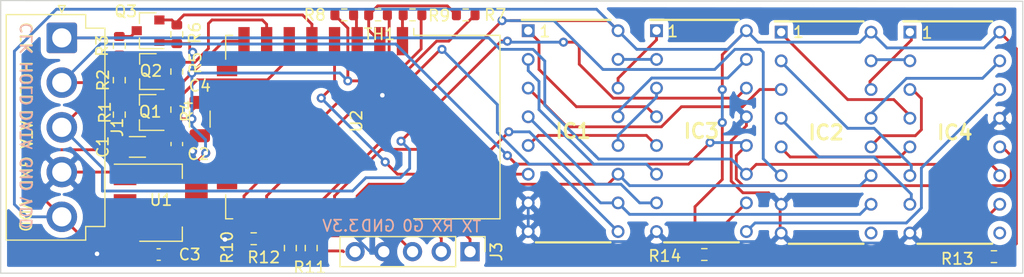
<source format=kicad_pcb>
(kicad_pcb (version 20171130) (host pcbnew "(5.1.9-0-10_14)")

  (general
    (thickness 1.6)
    (drawings 23)
    (tracks 422)
    (zones 0)
    (modules 30)
    (nets 48)
  )

  (page A4)
  (title_block
    (title "Intex Wireless Controller")
    (date 2021-01-02)
    (rev 1.0)
    (company maurik69@gmail.com)
  )

  (layers
    (0 F.Cu signal)
    (31 B.Cu signal)
    (32 B.Adhes user)
    (33 F.Adhes user)
    (34 B.Paste user)
    (35 F.Paste user)
    (36 B.SilkS user)
    (37 F.SilkS user)
    (38 B.Mask user)
    (39 F.Mask user)
    (40 Dwgs.User user)
    (41 Cmts.User user)
    (42 Eco1.User user)
    (43 Eco2.User user)
    (44 Edge.Cuts user)
    (45 Margin user)
    (46 B.CrtYd user hide)
    (47 F.CrtYd user)
    (48 B.Fab user hide)
    (49 F.Fab user hide)
  )

  (setup
    (last_trace_width 0.25)
    (trace_clearance 0.2)
    (zone_clearance 0.508)
    (zone_45_only no)
    (trace_min 0.2)
    (via_size 0.8)
    (via_drill 0.4)
    (via_min_size 0.4)
    (via_min_drill 0.3)
    (uvia_size 0.3)
    (uvia_drill 0.1)
    (uvias_allowed no)
    (uvia_min_size 0.2)
    (uvia_min_drill 0.1)
    (edge_width 0.1)
    (segment_width 0.2)
    (pcb_text_width 0.3)
    (pcb_text_size 1.5 1.5)
    (mod_edge_width 0.15)
    (mod_text_size 1 1)
    (mod_text_width 0.15)
    (pad_size 1.524 1.524)
    (pad_drill 0.762)
    (pad_to_mask_clearance 0)
    (aux_axis_origin 0 0)
    (visible_elements FFFFFF7F)
    (pcbplotparams
      (layerselection 0x010fc_ffffffff)
      (usegerberextensions false)
      (usegerberattributes true)
      (usegerberadvancedattributes true)
      (creategerberjobfile true)
      (excludeedgelayer true)
      (linewidth 0.100000)
      (plotframeref false)
      (viasonmask false)
      (mode 1)
      (useauxorigin false)
      (hpglpennumber 1)
      (hpglpenspeed 20)
      (hpglpendiameter 15.000000)
      (psnegative false)
      (psa4output false)
      (plotreference true)
      (plotvalue true)
      (plotinvisibletext false)
      (padsonsilk false)
      (subtractmaskfromsilk false)
      (outputformat 1)
      (mirror false)
      (drillshape 1)
      (scaleselection 1)
      (outputdirectory ""))
  )

  (net 0 "")
  (net 1 GND)
  (net 2 +5V)
  (net 3 +3V3)
  (net 4 "Net-(IC1-Pad15)")
  (net 5 "Net-(IC1-Pad14)")
  (net 6 "Net-(IC1-Pad13)")
  (net 7 "Net-(IC1-Pad12)")
  (net 8 "Net-(IC1-Pad11)")
  (net 9 "Net-(IC1-Pad10)")
  (net 10 "Net-(IC1-Pad9)")
  (net 11 "Net-(IC1-Pad6)")
  (net 12 "Net-(IC1-Pad5)")
  (net 13 "Net-(IC1-Pad4)")
  (net 14 "Net-(IC1-Pad3)")
  (net 15 "Net-(IC1-Pad2)")
  (net 16 "Net-(IC1-Pad1)")
  (net 17 "Net-(IC2-Pad15)")
  (net 18 "Net-(IC2-Pad14)")
  (net 19 "Net-(IC2-Pad13)")
  (net 20 "Net-(IC2-Pad12)")
  (net 21 "Net-(IC2-Pad6)")
  (net 22 "Net-(IC2-Pad5)")
  (net 23 "Net-(IC2-Pad4)")
  (net 24 "Net-(IC2-Pad2)")
  (net 25 "Net-(IC2-Pad1)")
  (net 26 DATA_TTL)
  (net 27 HOLD_TTL)
  (net 28 CLK_TTL)
  (net 29 "Net-(IC3-Pad10)")
  (net 30 "Net-(IC3-Pad9)")
  (net 31 "Net-(IC4-Pad10)")
  (net 32 "Net-(IC4-Pad9)")
  (net 33 "Net-(J3-Pad2)")
  (net 34 "Net-(J3-Pad1)")
  (net 35 DATA_CMOS)
  (net 36 HOLD_CMOS)
  (net 37 CLK_CMOS)
  (net 38 "Net-(R7-Pad1)")
  (net 39 "Net-(R8-Pad2)")
  (net 40 "Net-(R12-Pad2)")
  (net 41 "Net-(U2-Pad14)")
  (net 42 "Net-(U2-Pad13)")
  (net 43 "Net-(U2-Pad12)")
  (net 44 "Net-(U2-Pad11)")
  (net 45 "Net-(U2-Pad10)")
  (net 46 "Net-(U2-Pad9)")
  (net 47 "Net-(R9-Pad2)")

  (net_class Default "This is the default net class."
    (clearance 0.2)
    (trace_width 0.25)
    (via_dia 0.8)
    (via_drill 0.4)
    (uvia_dia 0.3)
    (uvia_drill 0.1)
    (add_net +3V3)
    (add_net +5V)
    (add_net CLK_CMOS)
    (add_net CLK_TTL)
    (add_net DATA_CMOS)
    (add_net DATA_TTL)
    (add_net GND)
    (add_net HOLD_CMOS)
    (add_net HOLD_TTL)
    (add_net "Net-(IC1-Pad1)")
    (add_net "Net-(IC1-Pad10)")
    (add_net "Net-(IC1-Pad11)")
    (add_net "Net-(IC1-Pad12)")
    (add_net "Net-(IC1-Pad13)")
    (add_net "Net-(IC1-Pad14)")
    (add_net "Net-(IC1-Pad15)")
    (add_net "Net-(IC1-Pad2)")
    (add_net "Net-(IC1-Pad3)")
    (add_net "Net-(IC1-Pad4)")
    (add_net "Net-(IC1-Pad5)")
    (add_net "Net-(IC1-Pad6)")
    (add_net "Net-(IC1-Pad9)")
    (add_net "Net-(IC2-Pad1)")
    (add_net "Net-(IC2-Pad12)")
    (add_net "Net-(IC2-Pad13)")
    (add_net "Net-(IC2-Pad14)")
    (add_net "Net-(IC2-Pad15)")
    (add_net "Net-(IC2-Pad2)")
    (add_net "Net-(IC2-Pad4)")
    (add_net "Net-(IC2-Pad5)")
    (add_net "Net-(IC2-Pad6)")
    (add_net "Net-(IC3-Pad10)")
    (add_net "Net-(IC3-Pad9)")
    (add_net "Net-(IC4-Pad10)")
    (add_net "Net-(IC4-Pad9)")
    (add_net "Net-(J3-Pad1)")
    (add_net "Net-(J3-Pad2)")
    (add_net "Net-(R12-Pad2)")
    (add_net "Net-(R7-Pad1)")
    (add_net "Net-(R8-Pad2)")
    (add_net "Net-(R9-Pad2)")
    (add_net "Net-(U2-Pad10)")
    (add_net "Net-(U2-Pad11)")
    (add_net "Net-(U2-Pad12)")
    (add_net "Net-(U2-Pad13)")
    (add_net "Net-(U2-Pad14)")
    (add_net "Net-(U2-Pad9)")
  )

  (module Connector_PinHeader_2.54mm:PinHeader_1x05_P2.54mm_Vertical (layer F.Cu) (tedit 59FED5CC) (tstamp 5FF13843)
    (at 150.876 105.6005 270)
    (descr "Through hole straight pin header, 1x05, 2.54mm pitch, single row")
    (tags "Through hole pin header THT 1x05 2.54mm single row")
    (path /5FEEC53B)
    (fp_text reference J3 (at 0 -2.33 90) (layer F.SilkS)
      (effects (font (size 1 1) (thickness 0.15)))
    )
    (fp_text value Conn_01x05_Male (at 0 12.49 90) (layer F.Fab)
      (effects (font (size 1 1) (thickness 0.15)))
    )
    (fp_line (start -0.635 -1.27) (end 1.27 -1.27) (layer F.Fab) (width 0.1))
    (fp_line (start 1.27 -1.27) (end 1.27 11.43) (layer F.Fab) (width 0.1))
    (fp_line (start 1.27 11.43) (end -1.27 11.43) (layer F.Fab) (width 0.1))
    (fp_line (start -1.27 11.43) (end -1.27 -0.635) (layer F.Fab) (width 0.1))
    (fp_line (start -1.27 -0.635) (end -0.635 -1.27) (layer F.Fab) (width 0.1))
    (fp_line (start -1.33 11.49) (end 1.33 11.49) (layer F.SilkS) (width 0.12))
    (fp_line (start -1.33 1.27) (end -1.33 11.49) (layer F.SilkS) (width 0.12))
    (fp_line (start 1.33 1.27) (end 1.33 11.49) (layer F.SilkS) (width 0.12))
    (fp_line (start -1.33 1.27) (end 1.33 1.27) (layer F.SilkS) (width 0.12))
    (fp_line (start -1.33 0) (end -1.33 -1.33) (layer F.SilkS) (width 0.12))
    (fp_line (start -1.33 -1.33) (end 0 -1.33) (layer F.SilkS) (width 0.12))
    (fp_line (start -1.8 -1.8) (end -1.8 11.95) (layer F.CrtYd) (width 0.05))
    (fp_line (start -1.8 11.95) (end 1.8 11.95) (layer F.CrtYd) (width 0.05))
    (fp_line (start 1.8 11.95) (end 1.8 -1.8) (layer F.CrtYd) (width 0.05))
    (fp_line (start 1.8 -1.8) (end -1.8 -1.8) (layer F.CrtYd) (width 0.05))
    (fp_text user %R (at 0 5.08) (layer F.Fab)
      (effects (font (size 1 1) (thickness 0.15)))
    )
    (pad 5 thru_hole oval (at 0 10.16 270) (size 1.7 1.7) (drill 1) (layers *.Cu *.Mask)
      (net 1 GND))
    (pad 4 thru_hole oval (at 0 7.62 270) (size 1.7 1.7) (drill 1) (layers *.Cu *.Mask)
      (net 3 +3V3))
    (pad 3 thru_hole oval (at 0 5.08 270) (size 1.7 1.7) (drill 1) (layers *.Cu *.Mask)
      (net 21 "Net-(IC2-Pad6)"))
    (pad 2 thru_hole oval (at 0 2.54 270) (size 1.7 1.7) (drill 1) (layers *.Cu *.Mask)
      (net 33 "Net-(J3-Pad2)"))
    (pad 1 thru_hole rect (at 0 0 270) (size 1.7 1.7) (drill 1) (layers *.Cu *.Mask)
      (net 34 "Net-(J3-Pad1)"))
    (model ${KISYS3DMOD}/Connector_PinHeader_2.54mm.3dshapes/PinHeader_1x05_P2.54mm_Vertical.wrl
      (at (xyz 0 0 0))
      (scale (xyz 1 1 1))
      (rotate (xyz 0 0 0))
    )
  )

  (module Resistor_SMD:R_0603_1608Metric (layer F.Cu) (tedit 5F68FEEE) (tstamp 5FF13583)
    (at 142.7475 84.6455 180)
    (descr "Resistor SMD 0603 (1608 Metric), square (rectangular) end terminal, IPC_7351 nominal, (Body size source: IPC-SM-782 page 72, https://www.pcb-3d.com/wordpress/wp-content/uploads/ipc-sm-782a_amendment_1_and_2.pdf), generated with kicad-footprint-generator")
    (tags resistor)
    (path /6012C1D6)
    (attr smd)
    (fp_text reference TH1 (at -0.1275 -1.7145) (layer F.SilkS)
      (effects (font (size 1 1) (thickness 0.15)))
    )
    (fp_text value Thermistor (at 0 1.43) (layer F.Fab)
      (effects (font (size 1 1) (thickness 0.15)))
    )
    (fp_line (start -0.8 0.4125) (end -0.8 -0.4125) (layer F.Fab) (width 0.1))
    (fp_line (start -0.8 -0.4125) (end 0.8 -0.4125) (layer F.Fab) (width 0.1))
    (fp_line (start 0.8 -0.4125) (end 0.8 0.4125) (layer F.Fab) (width 0.1))
    (fp_line (start 0.8 0.4125) (end -0.8 0.4125) (layer F.Fab) (width 0.1))
    (fp_line (start -0.237258 -0.5225) (end 0.237258 -0.5225) (layer F.SilkS) (width 0.12))
    (fp_line (start -0.237258 0.5225) (end 0.237258 0.5225) (layer F.SilkS) (width 0.12))
    (fp_line (start -1.48 0.73) (end -1.48 -0.73) (layer F.CrtYd) (width 0.05))
    (fp_line (start -1.48 -0.73) (end 1.48 -0.73) (layer F.CrtYd) (width 0.05))
    (fp_line (start 1.48 -0.73) (end 1.48 0.73) (layer F.CrtYd) (width 0.05))
    (fp_line (start 1.48 0.73) (end -1.48 0.73) (layer F.CrtYd) (width 0.05))
    (fp_text user %R (at 0 0) (layer F.Fab)
      (effects (font (size 0.4 0.4) (thickness 0.06)))
    )
    (pad 2 smd roundrect (at 0.825 0 180) (size 0.8 0.95) (layers F.Cu F.Paste F.Mask) (roundrect_rratio 0.25)
      (net 38 "Net-(R7-Pad1)"))
    (pad 1 smd roundrect (at -0.825 0 180) (size 0.8 0.95) (layers F.Cu F.Paste F.Mask) (roundrect_rratio 0.25)
      (net 3 +3V3))
    (model ${KISYS3DMOD}/Resistor_SMD.3dshapes/R_0603_1608Metric.wrl
      (at (xyz 0 0 0))
      (scale (xyz 1 1 1))
      (rotate (xyz 0 0 0))
    )
  )

  (module Resistor_SMD:R_0603_1608Metric (layer F.Cu) (tedit 5F68FEEE) (tstamp 5FF13553)
    (at 150.4945 84.6455)
    (descr "Resistor SMD 0603 (1608 Metric), square (rectangular) end terminal, IPC_7351 nominal, (Body size source: IPC-SM-782 page 72, https://www.pcb-3d.com/wordpress/wp-content/uploads/ipc-sm-782a_amendment_1_and_2.pdf), generated with kicad-footprint-generator")
    (tags resistor)
    (path /600A116E)
    (attr smd)
    (fp_text reference R7 (at 2.604 0) (layer F.SilkS)
      (effects (font (size 1 1) (thickness 0.15)))
    )
    (fp_text value 10k (at 0 1.43) (layer F.Fab)
      (effects (font (size 1 1) (thickness 0.15)))
    )
    (fp_line (start -0.8 0.4125) (end -0.8 -0.4125) (layer F.Fab) (width 0.1))
    (fp_line (start -0.8 -0.4125) (end 0.8 -0.4125) (layer F.Fab) (width 0.1))
    (fp_line (start 0.8 -0.4125) (end 0.8 0.4125) (layer F.Fab) (width 0.1))
    (fp_line (start 0.8 0.4125) (end -0.8 0.4125) (layer F.Fab) (width 0.1))
    (fp_line (start -0.237258 -0.5225) (end 0.237258 -0.5225) (layer F.SilkS) (width 0.12))
    (fp_line (start -0.237258 0.5225) (end 0.237258 0.5225) (layer F.SilkS) (width 0.12))
    (fp_line (start -1.48 0.73) (end -1.48 -0.73) (layer F.CrtYd) (width 0.05))
    (fp_line (start -1.48 -0.73) (end 1.48 -0.73) (layer F.CrtYd) (width 0.05))
    (fp_line (start 1.48 -0.73) (end 1.48 0.73) (layer F.CrtYd) (width 0.05))
    (fp_line (start 1.48 0.73) (end -1.48 0.73) (layer F.CrtYd) (width 0.05))
    (fp_text user %R (at 0 0) (layer F.Fab)
      (effects (font (size 0.4 0.4) (thickness 0.06)))
    )
    (pad 2 smd roundrect (at 0.825 0) (size 0.8 0.95) (layers F.Cu F.Paste F.Mask) (roundrect_rratio 0.25)
      (net 1 GND))
    (pad 1 smd roundrect (at -0.825 0) (size 0.8 0.95) (layers F.Cu F.Paste F.Mask) (roundrect_rratio 0.25)
      (net 38 "Net-(R7-Pad1)"))
    (model ${KISYS3DMOD}/Resistor_SMD.3dshapes/R_0603_1608Metric.wrl
      (at (xyz 0 0 0))
      (scale (xyz 1 1 1))
      (rotate (xyz 0 0 0))
    )
  )

  (module RF_Module:ESP-12E (layer F.Cu) (tedit 5A030172) (tstamp 5FF134CF)
    (at 141.406 94.5715 270)
    (descr "Wi-Fi Module, http://wiki.ai-thinker.com/_media/esp8266/docs/aithinker_esp_12f_datasheet_en.pdf")
    (tags "Wi-Fi Module")
    (path /5FEE667F)
    (attr smd)
    (fp_text reference U2 (at -0.528 0.563 90) (layer F.SilkS)
      (effects (font (size 1 1) (thickness 0.15)))
    )
    (fp_text value ESP-12E (at -0.06 -12.78 90) (layer F.Fab)
      (effects (font (size 1 1) (thickness 0.15)))
    )
    (fp_line (start -8 -12) (end 8 -12) (layer F.Fab) (width 0.12))
    (fp_line (start 8 -12) (end 8 12) (layer F.Fab) (width 0.12))
    (fp_line (start 8 12) (end -8 12) (layer F.Fab) (width 0.12))
    (fp_line (start -8 12) (end -8 -3) (layer F.Fab) (width 0.12))
    (fp_line (start -8 -3) (end -7.5 -3.5) (layer F.Fab) (width 0.12))
    (fp_line (start -7.5 -3.5) (end -8 -4) (layer F.Fab) (width 0.12))
    (fp_line (start -8 -4) (end -8 -12) (layer F.Fab) (width 0.12))
    (fp_line (start -9.05 -12.2) (end 9.05 -12.2) (layer F.CrtYd) (width 0.05))
    (fp_line (start 9.05 -12.2) (end 9.05 13.1) (layer F.CrtYd) (width 0.05))
    (fp_line (start 9.05 13.1) (end -9.05 13.1) (layer F.CrtYd) (width 0.05))
    (fp_line (start -9.05 13.1) (end -9.05 -12.2) (layer F.CrtYd) (width 0.05))
    (fp_line (start -8.12 -12.12) (end 8.12 -12.12) (layer F.SilkS) (width 0.12))
    (fp_line (start 8.12 -12.12) (end 8.12 -4.5) (layer F.SilkS) (width 0.12))
    (fp_line (start 8.12 11.5) (end 8.12 12.12) (layer F.SilkS) (width 0.12))
    (fp_line (start 8.12 12.12) (end 6 12.12) (layer F.SilkS) (width 0.12))
    (fp_line (start -6 12.12) (end -8.12 12.12) (layer F.SilkS) (width 0.12))
    (fp_line (start -8.12 12.12) (end -8.12 11.5) (layer F.SilkS) (width 0.12))
    (fp_line (start -8.12 -4.5) (end -8.12 -12.12) (layer F.SilkS) (width 0.12))
    (fp_line (start -8.12 -4.5) (end -8.73 -4.5) (layer F.SilkS) (width 0.12))
    (fp_line (start -8.12 -12.12) (end 8.12 -12.12) (layer Dwgs.User) (width 0.12))
    (fp_line (start 8.12 -12.12) (end 8.12 -4.8) (layer Dwgs.User) (width 0.12))
    (fp_line (start 8.12 -4.8) (end -8.12 -4.8) (layer Dwgs.User) (width 0.12))
    (fp_line (start -8.12 -4.8) (end -8.12 -12.12) (layer Dwgs.User) (width 0.12))
    (fp_line (start -8.12 -9.12) (end -5.12 -12.12) (layer Dwgs.User) (width 0.12))
    (fp_line (start -8.12 -6.12) (end -2.12 -12.12) (layer Dwgs.User) (width 0.12))
    (fp_line (start -6.44 -4.8) (end 0.88 -12.12) (layer Dwgs.User) (width 0.12))
    (fp_line (start -3.44 -4.8) (end 3.88 -12.12) (layer Dwgs.User) (width 0.12))
    (fp_line (start -0.44 -4.8) (end 6.88 -12.12) (layer Dwgs.User) (width 0.12))
    (fp_line (start 2.56 -4.8) (end 8.12 -10.36) (layer Dwgs.User) (width 0.12))
    (fp_line (start 5.56 -4.8) (end 8.12 -7.36) (layer Dwgs.User) (width 0.12))
    (fp_text user %R (at 0.49 -0.8 90) (layer F.Fab)
      (effects (font (size 1 1) (thickness 0.15)))
    )
    (fp_text user "KEEP-OUT ZONE" (at 0.03 -9.55 270) (layer Cmts.User)
      (effects (font (size 1 1) (thickness 0.15)))
    )
    (fp_text user Antenna (at -0.06 -7 270) (layer Cmts.User)
      (effects (font (size 1 1) (thickness 0.15)))
    )
    (pad 22 smd rect (at 7.6 -3.5 270) (size 2.5 1) (layers F.Cu F.Paste F.Mask)
      (net 34 "Net-(J3-Pad1)"))
    (pad 21 smd rect (at 7.6 -1.5 270) (size 2.5 1) (layers F.Cu F.Paste F.Mask)
      (net 33 "Net-(J3-Pad2)"))
    (pad 20 smd rect (at 7.6 0.5 270) (size 2.5 1) (layers F.Cu F.Paste F.Mask)
      (net 8 "Net-(IC1-Pad11)"))
    (pad 19 smd rect (at 7.6 2.5 270) (size 2.5 1) (layers F.Cu F.Paste F.Mask)
      (net 9 "Net-(IC1-Pad10)"))
    (pad 18 smd rect (at 7.6 4.5 270) (size 2.5 1) (layers F.Cu F.Paste F.Mask)
      (net 21 "Net-(IC2-Pad6)"))
    (pad 17 smd rect (at 7.6 6.5 270) (size 2.5 1) (layers F.Cu F.Paste F.Mask)
      (net 40 "Net-(R12-Pad2)"))
    (pad 16 smd rect (at 7.6 8.5 270) (size 2.5 1) (layers F.Cu F.Paste F.Mask)
      (net 10 "Net-(IC1-Pad9)"))
    (pad 15 smd rect (at 7.6 10.5 270) (size 2.5 1) (layers F.Cu F.Paste F.Mask)
      (net 1 GND))
    (pad 14 smd rect (at 5 12 270) (size 1 1.8) (layers F.Cu F.Paste F.Mask)
      (net 41 "Net-(U2-Pad14)"))
    (pad 13 smd rect (at 3 12 270) (size 1 1.8) (layers F.Cu F.Paste F.Mask)
      (net 42 "Net-(U2-Pad13)"))
    (pad 12 smd rect (at 1 12 270) (size 1 1.8) (layers F.Cu F.Paste F.Mask)
      (net 43 "Net-(U2-Pad12)"))
    (pad 11 smd rect (at -1 12 270) (size 1 1.8) (layers F.Cu F.Paste F.Mask)
      (net 44 "Net-(U2-Pad11)"))
    (pad 10 smd rect (at -3 12 270) (size 1 1.8) (layers F.Cu F.Paste F.Mask)
      (net 45 "Net-(U2-Pad10)"))
    (pad 9 smd rect (at -5 12 270) (size 1 1.8) (layers F.Cu F.Paste F.Mask)
      (net 46 "Net-(U2-Pad9)"))
    (pad 8 smd rect (at -7.6 10.5 270) (size 2.5 1) (layers F.Cu F.Paste F.Mask)
      (net 3 +3V3))
    (pad 7 smd rect (at -7.6 8.5 270) (size 2.5 1) (layers F.Cu F.Paste F.Mask)
      (net 36 HOLD_CMOS))
    (pad 6 smd rect (at -7.6 6.5 270) (size 2.5 1) (layers F.Cu F.Paste F.Mask)
      (net 35 DATA_CMOS))
    (pad 5 smd rect (at -7.6 4.5 270) (size 2.5 1) (layers F.Cu F.Paste F.Mask)
      (net 37 CLK_CMOS))
    (pad 4 smd rect (at -7.6 2.5 270) (size 2.5 1) (layers F.Cu F.Paste F.Mask)
      (net 11 "Net-(IC1-Pad6)"))
    (pad 3 smd rect (at -7.6 0.5 270) (size 2.5 1) (layers F.Cu F.Paste F.Mask)
      (net 39 "Net-(R8-Pad2)"))
    (pad 2 smd rect (at -7.6 -1.5 270) (size 2.5 1) (layers F.Cu F.Paste F.Mask)
      (net 38 "Net-(R7-Pad1)"))
    (pad 1 smd rect (at -7.6 -3.5 270) (size 2.5 1) (layers F.Cu F.Paste F.Mask)
      (net 47 "Net-(R9-Pad2)"))
    (model ${KISYS3DMOD}/RF_Module.3dshapes/ESP-12E.wrl
      (at (xyz 0 0 0))
      (scale (xyz 1 1 1))
      (rotate (xyz 0 0 0))
    )
  )

  (module Resistor_SMD:R_0603_1608Metric (layer F.Cu) (tedit 5F68FEEE) (tstamp 5FF13475)
    (at 171.5775 105.8545)
    (descr "Resistor SMD 0603 (1608 Metric), square (rectangular) end terminal, IPC_7351 nominal, (Body size source: IPC-SM-782 page 72, https://www.pcb-3d.com/wordpress/wp-content/uploads/ipc-sm-782a_amendment_1_and_2.pdf), generated with kicad-footprint-generator")
    (tags resistor)
    (path /5FF004DC)
    (attr smd)
    (fp_text reference R14 (at -3.493 0.127) (layer F.SilkS)
      (effects (font (size 1 1) (thickness 0.15)))
    )
    (fp_text value 1K (at 0 1.43) (layer F.Fab)
      (effects (font (size 1 1) (thickness 0.15)))
    )
    (fp_line (start -0.8 0.4125) (end -0.8 -0.4125) (layer F.Fab) (width 0.1))
    (fp_line (start -0.8 -0.4125) (end 0.8 -0.4125) (layer F.Fab) (width 0.1))
    (fp_line (start 0.8 -0.4125) (end 0.8 0.4125) (layer F.Fab) (width 0.1))
    (fp_line (start 0.8 0.4125) (end -0.8 0.4125) (layer F.Fab) (width 0.1))
    (fp_line (start -0.237258 -0.5225) (end 0.237258 -0.5225) (layer F.SilkS) (width 0.12))
    (fp_line (start -0.237258 0.5225) (end 0.237258 0.5225) (layer F.SilkS) (width 0.12))
    (fp_line (start -1.48 0.73) (end -1.48 -0.73) (layer F.CrtYd) (width 0.05))
    (fp_line (start -1.48 -0.73) (end 1.48 -0.73) (layer F.CrtYd) (width 0.05))
    (fp_line (start 1.48 -0.73) (end 1.48 0.73) (layer F.CrtYd) (width 0.05))
    (fp_line (start 1.48 0.73) (end -1.48 0.73) (layer F.CrtYd) (width 0.05))
    (fp_text user %R (at 0 0) (layer F.Fab)
      (effects (font (size 0.4 0.4) (thickness 0.06)))
    )
    (pad 2 smd roundrect (at 0.825 0) (size 0.8 0.95) (layers F.Cu F.Paste F.Mask) (roundrect_rratio 0.25)
      (net 29 "Net-(IC3-Pad10)"))
    (pad 1 smd roundrect (at -0.825 0) (size 0.8 0.95) (layers F.Cu F.Paste F.Mask) (roundrect_rratio 0.25)
      (net 2 +5V))
    (model ${KISYS3DMOD}/Resistor_SMD.3dshapes/R_0603_1608Metric.wrl
      (at (xyz 0 0 0))
      (scale (xyz 1 1 1))
      (rotate (xyz 0 0 0))
    )
  )

  (module Resistor_SMD:R_0603_1608Metric (layer F.Cu) (tedit 5F68FEEE) (tstamp 5FF13445)
    (at 135.001 105.2835 90)
    (descr "Resistor SMD 0603 (1608 Metric), square (rectangular) end terminal, IPC_7351 nominal, (Body size source: IPC-SM-782 page 72, https://www.pcb-3d.com/wordpress/wp-content/uploads/ipc-sm-782a_amendment_1_and_2.pdf), generated with kicad-footprint-generator")
    (tags resistor)
    (path /60021675)
    (attr smd)
    (fp_text reference R12 (at -0.825 -2.3495) (layer F.SilkS)
      (effects (font (size 1 1) (thickness 0.15)))
    )
    (fp_text value 10K (at 0 1.43 90) (layer F.Fab)
      (effects (font (size 1 1) (thickness 0.15)))
    )
    (fp_line (start -0.8 0.4125) (end -0.8 -0.4125) (layer F.Fab) (width 0.1))
    (fp_line (start -0.8 -0.4125) (end 0.8 -0.4125) (layer F.Fab) (width 0.1))
    (fp_line (start 0.8 -0.4125) (end 0.8 0.4125) (layer F.Fab) (width 0.1))
    (fp_line (start 0.8 0.4125) (end -0.8 0.4125) (layer F.Fab) (width 0.1))
    (fp_line (start -0.237258 -0.5225) (end 0.237258 -0.5225) (layer F.SilkS) (width 0.12))
    (fp_line (start -0.237258 0.5225) (end 0.237258 0.5225) (layer F.SilkS) (width 0.12))
    (fp_line (start -1.48 0.73) (end -1.48 -0.73) (layer F.CrtYd) (width 0.05))
    (fp_line (start -1.48 -0.73) (end 1.48 -0.73) (layer F.CrtYd) (width 0.05))
    (fp_line (start 1.48 -0.73) (end 1.48 0.73) (layer F.CrtYd) (width 0.05))
    (fp_line (start 1.48 0.73) (end -1.48 0.73) (layer F.CrtYd) (width 0.05))
    (fp_text user %R (at 0 0 90) (layer F.Fab)
      (effects (font (size 0.4 0.4) (thickness 0.06)))
    )
    (pad 2 smd roundrect (at 0.825 0 90) (size 0.8 0.95) (layers F.Cu F.Paste F.Mask) (roundrect_rratio 0.25)
      (net 40 "Net-(R12-Pad2)"))
    (pad 1 smd roundrect (at -0.825 0 90) (size 0.8 0.95) (layers F.Cu F.Paste F.Mask) (roundrect_rratio 0.25)
      (net 3 +3V3))
    (model ${KISYS3DMOD}/Resistor_SMD.3dshapes/R_0603_1608Metric.wrl
      (at (xyz 0 0 0))
      (scale (xyz 1 1 1))
      (rotate (xyz 0 0 0))
    )
  )

  (module Resistor_SMD:R_0603_1608Metric (layer F.Cu) (tedit 5F68FEEE) (tstamp 5FF13415)
    (at 136.8425 105.2825 90)
    (descr "Resistor SMD 0603 (1608 Metric), square (rectangular) end terminal, IPC_7351 nominal, (Body size source: IPC-SM-782 page 72, https://www.pcb-3d.com/wordpress/wp-content/uploads/ipc-sm-782a_amendment_1_and_2.pdf), generated with kicad-footprint-generator")
    (tags resistor)
    (path /60020ECE)
    (attr smd)
    (fp_text reference R11 (at -1.715 -0.127) (layer F.SilkS)
      (effects (font (size 1 1) (thickness 0.15)))
    )
    (fp_text value 10K (at 0 1.43 90) (layer F.Fab)
      (effects (font (size 1 1) (thickness 0.15)))
    )
    (fp_line (start -0.8 0.4125) (end -0.8 -0.4125) (layer F.Fab) (width 0.1))
    (fp_line (start -0.8 -0.4125) (end 0.8 -0.4125) (layer F.Fab) (width 0.1))
    (fp_line (start 0.8 -0.4125) (end 0.8 0.4125) (layer F.Fab) (width 0.1))
    (fp_line (start 0.8 0.4125) (end -0.8 0.4125) (layer F.Fab) (width 0.1))
    (fp_line (start -0.237258 -0.5225) (end 0.237258 -0.5225) (layer F.SilkS) (width 0.12))
    (fp_line (start -0.237258 0.5225) (end 0.237258 0.5225) (layer F.SilkS) (width 0.12))
    (fp_line (start -1.48 0.73) (end -1.48 -0.73) (layer F.CrtYd) (width 0.05))
    (fp_line (start -1.48 -0.73) (end 1.48 -0.73) (layer F.CrtYd) (width 0.05))
    (fp_line (start 1.48 -0.73) (end 1.48 0.73) (layer F.CrtYd) (width 0.05))
    (fp_line (start 1.48 0.73) (end -1.48 0.73) (layer F.CrtYd) (width 0.05))
    (fp_text user %R (at 0 0 90) (layer F.Fab)
      (effects (font (size 0.4 0.4) (thickness 0.06)))
    )
    (pad 2 smd roundrect (at 0.825 0 90) (size 0.8 0.95) (layers F.Cu F.Paste F.Mask) (roundrect_rratio 0.25)
      (net 21 "Net-(IC2-Pad6)"))
    (pad 1 smd roundrect (at -0.825 0 90) (size 0.8 0.95) (layers F.Cu F.Paste F.Mask) (roundrect_rratio 0.25)
      (net 3 +3V3))
    (model ${KISYS3DMOD}/Resistor_SMD.3dshapes/R_0603_1608Metric.wrl
      (at (xyz 0 0 0))
      (scale (xyz 1 1 1))
      (rotate (xyz 0 0 0))
    )
  )

  (module Resistor_SMD:R_0603_1608Metric (layer F.Cu) (tedit 5F68FEEE) (tstamp 5FF133E5)
    (at 145.7955 84.6455 180)
    (descr "Resistor SMD 0603 (1608 Metric), square (rectangular) end terminal, IPC_7351 nominal, (Body size source: IPC-SM-782 page 72, https://www.pcb-3d.com/wordpress/wp-content/uploads/ipc-sm-782a_amendment_1_and_2.pdf), generated with kicad-footprint-generator")
    (tags resistor)
    (path /60074B12)
    (attr smd)
    (fp_text reference R9 (at -2.35 -0.0635) (layer F.SilkS)
      (effects (font (size 1 1) (thickness 0.15)))
    )
    (fp_text value 10K (at 0 1.43) (layer F.Fab)
      (effects (font (size 1 1) (thickness 0.15)))
    )
    (fp_line (start -0.8 0.4125) (end -0.8 -0.4125) (layer F.Fab) (width 0.1))
    (fp_line (start -0.8 -0.4125) (end 0.8 -0.4125) (layer F.Fab) (width 0.1))
    (fp_line (start 0.8 -0.4125) (end 0.8 0.4125) (layer F.Fab) (width 0.1))
    (fp_line (start 0.8 0.4125) (end -0.8 0.4125) (layer F.Fab) (width 0.1))
    (fp_line (start -0.237258 -0.5225) (end 0.237258 -0.5225) (layer F.SilkS) (width 0.12))
    (fp_line (start -0.237258 0.5225) (end 0.237258 0.5225) (layer F.SilkS) (width 0.12))
    (fp_line (start -1.48 0.73) (end -1.48 -0.73) (layer F.CrtYd) (width 0.05))
    (fp_line (start -1.48 -0.73) (end 1.48 -0.73) (layer F.CrtYd) (width 0.05))
    (fp_line (start 1.48 -0.73) (end 1.48 0.73) (layer F.CrtYd) (width 0.05))
    (fp_line (start 1.48 0.73) (end -1.48 0.73) (layer F.CrtYd) (width 0.05))
    (fp_text user %R (at 0 0) (layer F.Fab)
      (effects (font (size 0.4 0.4) (thickness 0.06)))
    )
    (pad 2 smd roundrect (at 0.825 0 180) (size 0.8 0.95) (layers F.Cu F.Paste F.Mask) (roundrect_rratio 0.25)
      (net 47 "Net-(R9-Pad2)"))
    (pad 1 smd roundrect (at -0.825 0 180) (size 0.8 0.95) (layers F.Cu F.Paste F.Mask) (roundrect_rratio 0.25)
      (net 3 +3V3))
    (model ${KISYS3DMOD}/Resistor_SMD.3dshapes/R_0603_1608Metric.wrl
      (at (xyz 0 0 0))
      (scale (xyz 1 1 1))
      (rotate (xyz 0 0 0))
    )
  )

  (module Resistor_SMD:R_0603_1608Metric (layer F.Cu) (tedit 5F68FEEE) (tstamp 5FF133B5)
    (at 139.763 84.6455)
    (descr "Resistor SMD 0603 (1608 Metric), square (rectangular) end terminal, IPC_7351 nominal, (Body size source: IPC-SM-782 page 72, https://www.pcb-3d.com/wordpress/wp-content/uploads/ipc-sm-782a_amendment_1_and_2.pdf), generated with kicad-footprint-generator")
    (tags resistor)
    (path /60081E76)
    (attr smd)
    (fp_text reference R8 (at -2.603 0) (layer F.SilkS)
      (effects (font (size 1 1) (thickness 0.15)))
    )
    (fp_text value 10K (at 0 1.43) (layer F.Fab)
      (effects (font (size 1 1) (thickness 0.15)))
    )
    (fp_line (start -0.8 0.4125) (end -0.8 -0.4125) (layer F.Fab) (width 0.1))
    (fp_line (start -0.8 -0.4125) (end 0.8 -0.4125) (layer F.Fab) (width 0.1))
    (fp_line (start 0.8 -0.4125) (end 0.8 0.4125) (layer F.Fab) (width 0.1))
    (fp_line (start 0.8 0.4125) (end -0.8 0.4125) (layer F.Fab) (width 0.1))
    (fp_line (start -0.237258 -0.5225) (end 0.237258 -0.5225) (layer F.SilkS) (width 0.12))
    (fp_line (start -0.237258 0.5225) (end 0.237258 0.5225) (layer F.SilkS) (width 0.12))
    (fp_line (start -1.48 0.73) (end -1.48 -0.73) (layer F.CrtYd) (width 0.05))
    (fp_line (start -1.48 -0.73) (end 1.48 -0.73) (layer F.CrtYd) (width 0.05))
    (fp_line (start 1.48 -0.73) (end 1.48 0.73) (layer F.CrtYd) (width 0.05))
    (fp_line (start 1.48 0.73) (end -1.48 0.73) (layer F.CrtYd) (width 0.05))
    (fp_text user %R (at 0 0) (layer F.Fab)
      (effects (font (size 0.4 0.4) (thickness 0.06)))
    )
    (pad 2 smd roundrect (at 0.825 0) (size 0.8 0.95) (layers F.Cu F.Paste F.Mask) (roundrect_rratio 0.25)
      (net 39 "Net-(R8-Pad2)"))
    (pad 1 smd roundrect (at -0.825 0) (size 0.8 0.95) (layers F.Cu F.Paste F.Mask) (roundrect_rratio 0.25)
      (net 3 +3V3))
    (model ${KISYS3DMOD}/Resistor_SMD.3dshapes/R_0603_1608Metric.wrl
      (at (xyz 0 0 0))
      (scale (xyz 1 1 1))
      (rotate (xyz 0 0 0))
    )
  )

  (module Capacitor_SMD:C_0603_1608Metric (layer F.Cu) (tedit 5F68FEEE) (tstamp 5FF13385)
    (at 123.3675 105.8545 180)
    (descr "Capacitor SMD 0603 (1608 Metric), square (rectangular) end terminal, IPC_7351 nominal, (Body size source: IPC-SM-782 page 76, https://www.pcb-3d.com/wordpress/wp-content/uploads/ipc-sm-782a_amendment_1_and_2.pdf), generated with kicad-footprint-generator")
    (tags capacitor)
    (path /5FE95E32)
    (attr smd)
    (fp_text reference C3 (at -2.7435 0) (layer F.SilkS)
      (effects (font (size 1 1) (thickness 0.15)))
    )
    (fp_text value 100nF (at 0 1.43) (layer F.Fab)
      (effects (font (size 1 1) (thickness 0.15)))
    )
    (fp_line (start -0.8 0.4) (end -0.8 -0.4) (layer F.Fab) (width 0.1))
    (fp_line (start -0.8 -0.4) (end 0.8 -0.4) (layer F.Fab) (width 0.1))
    (fp_line (start 0.8 -0.4) (end 0.8 0.4) (layer F.Fab) (width 0.1))
    (fp_line (start 0.8 0.4) (end -0.8 0.4) (layer F.Fab) (width 0.1))
    (fp_line (start -0.14058 -0.51) (end 0.14058 -0.51) (layer F.SilkS) (width 0.12))
    (fp_line (start -0.14058 0.51) (end 0.14058 0.51) (layer F.SilkS) (width 0.12))
    (fp_line (start -1.48 0.73) (end -1.48 -0.73) (layer F.CrtYd) (width 0.05))
    (fp_line (start -1.48 -0.73) (end 1.48 -0.73) (layer F.CrtYd) (width 0.05))
    (fp_line (start 1.48 -0.73) (end 1.48 0.73) (layer F.CrtYd) (width 0.05))
    (fp_line (start 1.48 0.73) (end -1.48 0.73) (layer F.CrtYd) (width 0.05))
    (fp_text user %R (at 0 0) (layer F.Fab)
      (effects (font (size 0.4 0.4) (thickness 0.06)))
    )
    (pad 2 smd roundrect (at 0.775 0 180) (size 0.9 0.95) (layers F.Cu F.Paste F.Mask) (roundrect_rratio 0.25)
      (net 1 GND))
    (pad 1 smd roundrect (at -0.775 0 180) (size 0.9 0.95) (layers F.Cu F.Paste F.Mask) (roundrect_rratio 0.25)
      (net 3 +3V3))
    (model ${KISYS3DMOD}/Capacitor_SMD.3dshapes/C_0603_1608Metric.wrl
      (at (xyz 0 0 0))
      (scale (xyz 1 1 1))
      (rotate (xyz 0 0 0))
    )
  )

  (module Connector_JST:JST_VH_B5P-VH-B_1x05_P3.96mm_Vertical locked (layer F.Cu) (tedit 5D12549C) (tstamp 5FF13333)
    (at 114.808 86.6775 270)
    (descr "JST VH PBT series connector, B5P-VH-B (http://www.jst-mfg.com/product/pdf/eng/eVH.pdf), generated with kicad-footprint-generator")
    (tags "connector JST VH vertical")
    (path /5FE8C5DC)
    (fp_text reference J1 (at 7.92 -4.9 90) (layer F.SilkS)
      (effects (font (size 1 1) (thickness 0.15)))
    )
    (fp_text value Conn_01x05_Male (at 7.92 6 90) (layer F.Fab)
      (effects (font (size 1 1) (thickness 0.15)))
    )
    (fp_line (start -2.86 -0.3) (end -2.26 0) (layer F.SilkS) (width 0.12))
    (fp_line (start -2.86 0.3) (end -2.86 -0.3) (layer F.SilkS) (width 0.12))
    (fp_line (start -2.26 0) (end -2.86 0.3) (layer F.SilkS) (width 0.12))
    (fp_line (start 17.9 4.91) (end -2.06 4.91) (layer F.SilkS) (width 0.12))
    (fp_line (start 17.9 -2.11) (end 17.9 4.91) (layer F.SilkS) (width 0.12))
    (fp_line (start 16.7 -2.11) (end 17.9 -2.11) (layer F.SilkS) (width 0.12))
    (fp_line (start 16.7 -3.81) (end 16.7 -2.11) (layer F.SilkS) (width 0.12))
    (fp_line (start -0.86 -3.81) (end 16.7 -3.81) (layer F.SilkS) (width 0.12))
    (fp_line (start -0.86 -2.11) (end -0.86 -3.81) (layer F.SilkS) (width 0.12))
    (fp_line (start -2.06 -2.11) (end -0.86 -2.11) (layer F.SilkS) (width 0.12))
    (fp_line (start -2.06 4.91) (end -2.06 -2.11) (layer F.SilkS) (width 0.12))
    (fp_line (start 18.29 -4.2) (end -2.45 -4.2) (layer F.CrtYd) (width 0.05))
    (fp_line (start 18.29 5.3) (end 18.29 -4.2) (layer F.CrtYd) (width 0.05))
    (fp_line (start -2.45 5.3) (end 18.29 5.3) (layer F.CrtYd) (width 0.05))
    (fp_line (start -2.45 -4.2) (end -2.45 5.3) (layer F.CrtYd) (width 0.05))
    (fp_line (start -1.95 1) (end -0.95 0) (layer F.Fab) (width 0.1))
    (fp_line (start -1.95 -1) (end -0.95 0) (layer F.Fab) (width 0.1))
    (fp_line (start 16.59 -3.7) (end 16.59 -2) (layer F.Fab) (width 0.1))
    (fp_line (start -0.75 -3.7) (end 16.59 -3.7) (layer F.Fab) (width 0.1))
    (fp_line (start -0.75 -2) (end -0.75 -3.7) (layer F.Fab) (width 0.1))
    (fp_line (start 17.79 -2) (end -1.95 -2) (layer F.Fab) (width 0.1))
    (fp_line (start 17.79 4.8) (end 17.79 -2) (layer F.Fab) (width 0.1))
    (fp_line (start -1.95 4.8) (end 17.79 4.8) (layer F.Fab) (width 0.1))
    (fp_line (start -1.95 -2) (end -1.95 4.8) (layer F.Fab) (width 0.1))
    (fp_text user %R (at 7.92 4.1 90) (layer F.Fab)
      (effects (font (size 1 1) (thickness 0.15)))
    )
    (pad 5 thru_hole circle (at 15.84 0 270) (size 2.7 2.7) (drill 1.7) (layers *.Cu *.Mask)
      (net 2 +5V))
    (pad 4 thru_hole circle (at 11.88 0 270) (size 2.7 2.7) (drill 1.7) (layers *.Cu *.Mask)
      (net 1 GND))
    (pad 3 thru_hole circle (at 7.92 0 270) (size 2.7 2.7) (drill 1.7) (layers *.Cu *.Mask)
      (net 26 DATA_TTL))
    (pad 2 thru_hole circle (at 3.96 0 270) (size 2.7 2.7) (drill 1.7) (layers *.Cu *.Mask)
      (net 27 HOLD_TTL))
    (pad 1 thru_hole roundrect (at 0 0 270) (size 2.7 2.7) (drill 1.7) (layers *.Cu *.Mask) (roundrect_rratio 0.09259299999999999)
      (net 28 CLK_TTL))
    (model ${KISYS3DMOD}/Connector_JST.3dshapes/JST_VH_B5P-VH-B_1x05_P3.96mm_Vertical.wrl
      (at (xyz 0 0 0))
      (scale (xyz 1 1 1))
      (rotate (xyz 0 0 0))
    )
  )

  (module Package_TO_SOT_SMD:SOT-223-3_TabPin2 (layer F.Cu) (tedit 5A02FF57) (tstamp 5FF132E8)
    (at 123.546 101.2685)
    (descr "module CMS SOT223 4 pins")
    (tags "CMS SOT")
    (path /5FE8FE14)
    (attr smd)
    (fp_text reference U1 (at 0.025 -0.24) (layer F.SilkS)
      (effects (font (size 1 1) (thickness 0.15)))
    )
    (fp_text value AMS1117-3.3 (at 0 4.5) (layer F.Fab)
      (effects (font (size 1 1) (thickness 0.15)))
    )
    (fp_line (start 1.91 3.41) (end 1.91 2.15) (layer F.SilkS) (width 0.12))
    (fp_line (start 1.91 -3.41) (end 1.91 -2.15) (layer F.SilkS) (width 0.12))
    (fp_line (start 4.4 -3.6) (end -4.4 -3.6) (layer F.CrtYd) (width 0.05))
    (fp_line (start 4.4 3.6) (end 4.4 -3.6) (layer F.CrtYd) (width 0.05))
    (fp_line (start -4.4 3.6) (end 4.4 3.6) (layer F.CrtYd) (width 0.05))
    (fp_line (start -4.4 -3.6) (end -4.4 3.6) (layer F.CrtYd) (width 0.05))
    (fp_line (start -1.85 -2.35) (end -0.85 -3.35) (layer F.Fab) (width 0.1))
    (fp_line (start -1.85 -2.35) (end -1.85 3.35) (layer F.Fab) (width 0.1))
    (fp_line (start -1.85 3.41) (end 1.91 3.41) (layer F.SilkS) (width 0.12))
    (fp_line (start -0.85 -3.35) (end 1.85 -3.35) (layer F.Fab) (width 0.1))
    (fp_line (start -4.1 -3.41) (end 1.91 -3.41) (layer F.SilkS) (width 0.12))
    (fp_line (start -1.85 3.35) (end 1.85 3.35) (layer F.Fab) (width 0.1))
    (fp_line (start 1.85 -3.35) (end 1.85 3.35) (layer F.Fab) (width 0.1))
    (fp_text user %R (at 0 0 90) (layer F.Fab)
      (effects (font (size 0.8 0.8) (thickness 0.12)))
    )
    (pad 1 smd rect (at -3.15 -2.3) (size 2 1.5) (layers F.Cu F.Paste F.Mask)
      (net 1 GND))
    (pad 3 smd rect (at -3.15 2.3) (size 2 1.5) (layers F.Cu F.Paste F.Mask)
      (net 2 +5V))
    (pad 2 smd rect (at -3.15 0) (size 2 1.5) (layers F.Cu F.Paste F.Mask)
      (net 3 +3V3))
    (pad 2 smd rect (at 3.15 0) (size 2 3.8) (layers F.Cu F.Paste F.Mask)
      (net 3 +3V3))
    (model ${KISYS3DMOD}/Package_TO_SOT_SMD.3dshapes/SOT-223.wrl
      (at (xyz 0 0 0))
      (scale (xyz 1 1 1))
      (rotate (xyz 0 0 0))
    )
  )

  (module Resistor_SMD:R_0603_1608Metric (layer F.Cu) (tedit 5F68FEEE) (tstamp 5FF132B3)
    (at 197.1675 106.045 180)
    (descr "Resistor SMD 0603 (1608 Metric), square (rectangular) end terminal, IPC_7351 nominal, (Body size source: IPC-SM-782 page 72, https://www.pcb-3d.com/wordpress/wp-content/uploads/ipc-sm-782a_amendment_1_and_2.pdf), generated with kicad-footprint-generator")
    (tags resistor)
    (path /5FF7256A)
    (attr smd)
    (fp_text reference R13 (at 3.2385 -0.1905) (layer F.SilkS)
      (effects (font (size 1 1) (thickness 0.15)))
    )
    (fp_text value 1K (at 0 1.43) (layer F.Fab)
      (effects (font (size 1 1) (thickness 0.15)))
    )
    (fp_line (start -0.8 0.4125) (end -0.8 -0.4125) (layer F.Fab) (width 0.1))
    (fp_line (start -0.8 -0.4125) (end 0.8 -0.4125) (layer F.Fab) (width 0.1))
    (fp_line (start 0.8 -0.4125) (end 0.8 0.4125) (layer F.Fab) (width 0.1))
    (fp_line (start 0.8 0.4125) (end -0.8 0.4125) (layer F.Fab) (width 0.1))
    (fp_line (start -0.237258 -0.5225) (end 0.237258 -0.5225) (layer F.SilkS) (width 0.12))
    (fp_line (start -0.237258 0.5225) (end 0.237258 0.5225) (layer F.SilkS) (width 0.12))
    (fp_line (start -1.48 0.73) (end -1.48 -0.73) (layer F.CrtYd) (width 0.05))
    (fp_line (start -1.48 -0.73) (end 1.48 -0.73) (layer F.CrtYd) (width 0.05))
    (fp_line (start 1.48 -0.73) (end 1.48 0.73) (layer F.CrtYd) (width 0.05))
    (fp_line (start 1.48 0.73) (end -1.48 0.73) (layer F.CrtYd) (width 0.05))
    (fp_text user %R (at 0 0) (layer F.Fab)
      (effects (font (size 0.4 0.4) (thickness 0.06)))
    )
    (pad 2 smd roundrect (at 0.825 0 180) (size 0.8 0.95) (layers F.Cu F.Paste F.Mask) (roundrect_rratio 0.25)
      (net 31 "Net-(IC4-Pad10)"))
    (pad 1 smd roundrect (at -0.825 0 180) (size 0.8 0.95) (layers F.Cu F.Paste F.Mask) (roundrect_rratio 0.25)
      (net 2 +5V))
    (model ${KISYS3DMOD}/Resistor_SMD.3dshapes/R_0603_1608Metric.wrl
      (at (xyz 0 0 0))
      (scale (xyz 1 1 1))
      (rotate (xyz 0 0 0))
    )
  )

  (module Resistor_SMD:R_0603_1608Metric (layer F.Cu) (tedit 5F68FEEE) (tstamp 5FF13283)
    (at 131.762 104.4575 180)
    (descr "Resistor SMD 0603 (1608 Metric), square (rectangular) end terminal, IPC_7351 nominal, (Body size source: IPC-SM-782 page 72, https://www.pcb-3d.com/wordpress/wp-content/uploads/ipc-sm-782a_amendment_1_and_2.pdf), generated with kicad-footprint-generator")
    (tags resistor)
    (path /600BEBDC)
    (attr smd)
    (fp_text reference R10 (at 2.349 -0.762 90) (layer F.SilkS)
      (effects (font (size 1 1) (thickness 0.15)))
    )
    (fp_text value 10K (at 0 1.43) (layer F.Fab)
      (effects (font (size 1 1) (thickness 0.15)))
    )
    (fp_line (start -0.8 0.4125) (end -0.8 -0.4125) (layer F.Fab) (width 0.1))
    (fp_line (start -0.8 -0.4125) (end 0.8 -0.4125) (layer F.Fab) (width 0.1))
    (fp_line (start 0.8 -0.4125) (end 0.8 0.4125) (layer F.Fab) (width 0.1))
    (fp_line (start 0.8 0.4125) (end -0.8 0.4125) (layer F.Fab) (width 0.1))
    (fp_line (start -0.237258 -0.5225) (end 0.237258 -0.5225) (layer F.SilkS) (width 0.12))
    (fp_line (start -0.237258 0.5225) (end 0.237258 0.5225) (layer F.SilkS) (width 0.12))
    (fp_line (start -1.48 0.73) (end -1.48 -0.73) (layer F.CrtYd) (width 0.05))
    (fp_line (start -1.48 -0.73) (end 1.48 -0.73) (layer F.CrtYd) (width 0.05))
    (fp_line (start 1.48 -0.73) (end 1.48 0.73) (layer F.CrtYd) (width 0.05))
    (fp_line (start 1.48 0.73) (end -1.48 0.73) (layer F.CrtYd) (width 0.05))
    (fp_text user %R (at 0 0) (layer F.Fab)
      (effects (font (size 0.4 0.4) (thickness 0.06)))
    )
    (pad 2 smd roundrect (at 0.825 0 180) (size 0.8 0.95) (layers F.Cu F.Paste F.Mask) (roundrect_rratio 0.25)
      (net 1 GND))
    (pad 1 smd roundrect (at -0.825 0 180) (size 0.8 0.95) (layers F.Cu F.Paste F.Mask) (roundrect_rratio 0.25)
      (net 10 "Net-(IC1-Pad9)"))
    (model ${KISYS3DMOD}/Resistor_SMD.3dshapes/R_0603_1608Metric.wrl
      (at (xyz 0 0 0))
      (scale (xyz 1 1 1))
      (rotate (xyz 0 0 0))
    )
  )

  (module Resistor_SMD:R_0603_1608Metric locked (layer F.Cu) (tedit 5F68FEEE) (tstamp 5FF13253)
    (at 124.968 86.3605 90)
    (descr "Resistor SMD 0603 (1608 Metric), square (rectangular) end terminal, IPC_7351 nominal, (Body size source: IPC-SM-782 page 72, https://www.pcb-3d.com/wordpress/wp-content/uploads/ipc-sm-782a_amendment_1_and_2.pdf), generated with kicad-footprint-generator")
    (tags resistor)
    (path /5FEBB7A8)
    (attr smd)
    (fp_text reference R6 (at 0.1275 1.5875 90) (layer F.SilkS)
      (effects (font (size 1 1) (thickness 0.15)))
    )
    (fp_text value 10K (at 0 1.43 90) (layer F.Fab)
      (effects (font (size 1 1) (thickness 0.15)))
    )
    (fp_line (start -0.8 0.4125) (end -0.8 -0.4125) (layer F.Fab) (width 0.1))
    (fp_line (start -0.8 -0.4125) (end 0.8 -0.4125) (layer F.Fab) (width 0.1))
    (fp_line (start 0.8 -0.4125) (end 0.8 0.4125) (layer F.Fab) (width 0.1))
    (fp_line (start 0.8 0.4125) (end -0.8 0.4125) (layer F.Fab) (width 0.1))
    (fp_line (start -0.237258 -0.5225) (end 0.237258 -0.5225) (layer F.SilkS) (width 0.12))
    (fp_line (start -0.237258 0.5225) (end 0.237258 0.5225) (layer F.SilkS) (width 0.12))
    (fp_line (start -1.48 0.73) (end -1.48 -0.73) (layer F.CrtYd) (width 0.05))
    (fp_line (start -1.48 -0.73) (end 1.48 -0.73) (layer F.CrtYd) (width 0.05))
    (fp_line (start 1.48 -0.73) (end 1.48 0.73) (layer F.CrtYd) (width 0.05))
    (fp_line (start 1.48 0.73) (end -1.48 0.73) (layer F.CrtYd) (width 0.05))
    (fp_text user %R (at 0 0 90) (layer F.Fab)
      (effects (font (size 0.4 0.4) (thickness 0.06)))
    )
    (pad 2 smd roundrect (at 0.825 0 90) (size 0.8 0.95) (layers F.Cu F.Paste F.Mask) (roundrect_rratio 0.25)
      (net 37 CLK_CMOS))
    (pad 1 smd roundrect (at -0.825 0 90) (size 0.8 0.95) (layers F.Cu F.Paste F.Mask) (roundrect_rratio 0.25)
      (net 3 +3V3))
    (model ${KISYS3DMOD}/Resistor_SMD.3dshapes/R_0603_1608Metric.wrl
      (at (xyz 0 0 0))
      (scale (xyz 1 1 1))
      (rotate (xyz 0 0 0))
    )
  )

  (module Resistor_SMD:R_0603_1608Metric locked (layer F.Cu) (tedit 5F68FEEE) (tstamp 5FF13223)
    (at 124.968 89.6615 90)
    (descr "Resistor SMD 0603 (1608 Metric), square (rectangular) end terminal, IPC_7351 nominal, (Body size source: IPC-SM-782 page 72, https://www.pcb-3d.com/wordpress/wp-content/uploads/ipc-sm-782a_amendment_1_and_2.pdf), generated with kicad-footprint-generator")
    (tags resistor)
    (path /5FEB1A1A)
    (attr smd)
    (fp_text reference R5 (at 0.7615 1.651 90) (layer F.SilkS)
      (effects (font (size 1 1) (thickness 0.15)))
    )
    (fp_text value 10K (at 0 1.43 90) (layer F.Fab)
      (effects (font (size 1 1) (thickness 0.15)))
    )
    (fp_line (start -0.8 0.4125) (end -0.8 -0.4125) (layer F.Fab) (width 0.1))
    (fp_line (start -0.8 -0.4125) (end 0.8 -0.4125) (layer F.Fab) (width 0.1))
    (fp_line (start 0.8 -0.4125) (end 0.8 0.4125) (layer F.Fab) (width 0.1))
    (fp_line (start 0.8 0.4125) (end -0.8 0.4125) (layer F.Fab) (width 0.1))
    (fp_line (start -0.237258 -0.5225) (end 0.237258 -0.5225) (layer F.SilkS) (width 0.12))
    (fp_line (start -0.237258 0.5225) (end 0.237258 0.5225) (layer F.SilkS) (width 0.12))
    (fp_line (start -1.48 0.73) (end -1.48 -0.73) (layer F.CrtYd) (width 0.05))
    (fp_line (start -1.48 -0.73) (end 1.48 -0.73) (layer F.CrtYd) (width 0.05))
    (fp_line (start 1.48 -0.73) (end 1.48 0.73) (layer F.CrtYd) (width 0.05))
    (fp_line (start 1.48 0.73) (end -1.48 0.73) (layer F.CrtYd) (width 0.05))
    (fp_text user %R (at 0 0 90) (layer F.Fab)
      (effects (font (size 0.4 0.4) (thickness 0.06)))
    )
    (pad 2 smd roundrect (at 0.825 0 90) (size 0.8 0.95) (layers F.Cu F.Paste F.Mask) (roundrect_rratio 0.25)
      (net 36 HOLD_CMOS))
    (pad 1 smd roundrect (at -0.825 0 90) (size 0.8 0.95) (layers F.Cu F.Paste F.Mask) (roundrect_rratio 0.25)
      (net 3 +3V3))
    (model ${KISYS3DMOD}/Resistor_SMD.3dshapes/R_0603_1608Metric.wrl
      (at (xyz 0 0 0))
      (scale (xyz 1 1 1))
      (rotate (xyz 0 0 0))
    )
  )

  (module Resistor_SMD:R_0603_1608Metric locked (layer F.Cu) (tedit 5F68FEEE) (tstamp 5FF131F3)
    (at 124.968 93.0275 90)
    (descr "Resistor SMD 0603 (1608 Metric), square (rectangular) end terminal, IPC_7351 nominal, (Body size source: IPC-SM-782 page 72, https://www.pcb-3d.com/wordpress/wp-content/uploads/ipc-sm-782a_amendment_1_and_2.pdf), generated with kicad-footprint-generator")
    (tags resistor)
    (path /5FEA2E73)
    (attr smd)
    (fp_text reference R4 (at -0.127 0.889 90) (layer F.SilkS)
      (effects (font (size 1 1) (thickness 0.15)))
    )
    (fp_text value 10K (at 0 1.43 90) (layer F.Fab)
      (effects (font (size 1 1) (thickness 0.15)))
    )
    (fp_line (start -0.8 0.4125) (end -0.8 -0.4125) (layer F.Fab) (width 0.1))
    (fp_line (start -0.8 -0.4125) (end 0.8 -0.4125) (layer F.Fab) (width 0.1))
    (fp_line (start 0.8 -0.4125) (end 0.8 0.4125) (layer F.Fab) (width 0.1))
    (fp_line (start 0.8 0.4125) (end -0.8 0.4125) (layer F.Fab) (width 0.1))
    (fp_line (start -0.237258 -0.5225) (end 0.237258 -0.5225) (layer F.SilkS) (width 0.12))
    (fp_line (start -0.237258 0.5225) (end 0.237258 0.5225) (layer F.SilkS) (width 0.12))
    (fp_line (start -1.48 0.73) (end -1.48 -0.73) (layer F.CrtYd) (width 0.05))
    (fp_line (start -1.48 -0.73) (end 1.48 -0.73) (layer F.CrtYd) (width 0.05))
    (fp_line (start 1.48 -0.73) (end 1.48 0.73) (layer F.CrtYd) (width 0.05))
    (fp_line (start 1.48 0.73) (end -1.48 0.73) (layer F.CrtYd) (width 0.05))
    (fp_text user %R (at 0 0 90) (layer F.Fab)
      (effects (font (size 0.4 0.4) (thickness 0.06)))
    )
    (pad 2 smd roundrect (at 0.825 0 90) (size 0.8 0.95) (layers F.Cu F.Paste F.Mask) (roundrect_rratio 0.25)
      (net 35 DATA_CMOS))
    (pad 1 smd roundrect (at -0.825 0 90) (size 0.8 0.95) (layers F.Cu F.Paste F.Mask) (roundrect_rratio 0.25)
      (net 3 +3V3))
    (model ${KISYS3DMOD}/Resistor_SMD.3dshapes/R_0603_1608Metric.wrl
      (at (xyz 0 0 0))
      (scale (xyz 1 1 1))
      (rotate (xyz 0 0 0))
    )
  )

  (module Resistor_SMD:R_0603_1608Metric locked (layer F.Cu) (tedit 5F68FEEE) (tstamp 5FF131C3)
    (at 119.888 87.3765 90)
    (descr "Resistor SMD 0603 (1608 Metric), square (rectangular) end terminal, IPC_7351 nominal, (Body size source: IPC-SM-782 page 72, https://www.pcb-3d.com/wordpress/wp-content/uploads/ipc-sm-782a_amendment_1_and_2.pdf), generated with kicad-footprint-generator")
    (tags resistor)
    (path /5FEBB79D)
    (attr smd)
    (fp_text reference R3 (at 0.0005 -1.524 90) (layer F.SilkS)
      (effects (font (size 1 1) (thickness 0.15)))
    )
    (fp_text value 10K (at 0 1.43 90) (layer F.Fab)
      (effects (font (size 1 1) (thickness 0.15)))
    )
    (fp_line (start -0.8 0.4125) (end -0.8 -0.4125) (layer F.Fab) (width 0.1))
    (fp_line (start -0.8 -0.4125) (end 0.8 -0.4125) (layer F.Fab) (width 0.1))
    (fp_line (start 0.8 -0.4125) (end 0.8 0.4125) (layer F.Fab) (width 0.1))
    (fp_line (start 0.8 0.4125) (end -0.8 0.4125) (layer F.Fab) (width 0.1))
    (fp_line (start -0.237258 -0.5225) (end 0.237258 -0.5225) (layer F.SilkS) (width 0.12))
    (fp_line (start -0.237258 0.5225) (end 0.237258 0.5225) (layer F.SilkS) (width 0.12))
    (fp_line (start -1.48 0.73) (end -1.48 -0.73) (layer F.CrtYd) (width 0.05))
    (fp_line (start -1.48 -0.73) (end 1.48 -0.73) (layer F.CrtYd) (width 0.05))
    (fp_line (start 1.48 -0.73) (end 1.48 0.73) (layer F.CrtYd) (width 0.05))
    (fp_line (start 1.48 0.73) (end -1.48 0.73) (layer F.CrtYd) (width 0.05))
    (fp_text user %R (at 0 0 90) (layer F.Fab)
      (effects (font (size 0.4 0.4) (thickness 0.06)))
    )
    (pad 2 smd roundrect (at 0.825 0 90) (size 0.8 0.95) (layers F.Cu F.Paste F.Mask) (roundrect_rratio 0.25)
      (net 28 CLK_TTL))
    (pad 1 smd roundrect (at -0.825 0 90) (size 0.8 0.95) (layers F.Cu F.Paste F.Mask) (roundrect_rratio 0.25)
      (net 2 +5V))
    (model ${KISYS3DMOD}/Resistor_SMD.3dshapes/R_0603_1608Metric.wrl
      (at (xyz 0 0 0))
      (scale (xyz 1 1 1))
      (rotate (xyz 0 0 0))
    )
  )

  (module Resistor_SMD:R_0603_1608Metric locked (layer F.Cu) (tedit 5F68FEEE) (tstamp 5FF13193)
    (at 119.888 90.4235 90)
    (descr "Resistor SMD 0603 (1608 Metric), square (rectangular) end terminal, IPC_7351 nominal, (Body size source: IPC-SM-782 page 72, https://www.pcb-3d.com/wordpress/wp-content/uploads/ipc-sm-782a_amendment_1_and_2.pdf), generated with kicad-footprint-generator")
    (tags resistor)
    (path /5FEB1A0F)
    (attr smd)
    (fp_text reference R2 (at 0 -1.43 90) (layer F.SilkS)
      (effects (font (size 1 1) (thickness 0.15)))
    )
    (fp_text value 10K (at 0 1.43 90) (layer F.Fab)
      (effects (font (size 1 1) (thickness 0.15)))
    )
    (fp_line (start -0.8 0.4125) (end -0.8 -0.4125) (layer F.Fab) (width 0.1))
    (fp_line (start -0.8 -0.4125) (end 0.8 -0.4125) (layer F.Fab) (width 0.1))
    (fp_line (start 0.8 -0.4125) (end 0.8 0.4125) (layer F.Fab) (width 0.1))
    (fp_line (start 0.8 0.4125) (end -0.8 0.4125) (layer F.Fab) (width 0.1))
    (fp_line (start -0.237258 -0.5225) (end 0.237258 -0.5225) (layer F.SilkS) (width 0.12))
    (fp_line (start -0.237258 0.5225) (end 0.237258 0.5225) (layer F.SilkS) (width 0.12))
    (fp_line (start -1.48 0.73) (end -1.48 -0.73) (layer F.CrtYd) (width 0.05))
    (fp_line (start -1.48 -0.73) (end 1.48 -0.73) (layer F.CrtYd) (width 0.05))
    (fp_line (start 1.48 -0.73) (end 1.48 0.73) (layer F.CrtYd) (width 0.05))
    (fp_line (start 1.48 0.73) (end -1.48 0.73) (layer F.CrtYd) (width 0.05))
    (fp_text user %R (at 0 0 90) (layer F.Fab)
      (effects (font (size 0.4 0.4) (thickness 0.06)))
    )
    (pad 2 smd roundrect (at 0.825 0 90) (size 0.8 0.95) (layers F.Cu F.Paste F.Mask) (roundrect_rratio 0.25)
      (net 27 HOLD_TTL))
    (pad 1 smd roundrect (at -0.825 0 90) (size 0.8 0.95) (layers F.Cu F.Paste F.Mask) (roundrect_rratio 0.25)
      (net 2 +5V))
    (model ${KISYS3DMOD}/Resistor_SMD.3dshapes/R_0603_1608Metric.wrl
      (at (xyz 0 0 0))
      (scale (xyz 1 1 1))
      (rotate (xyz 0 0 0))
    )
  )

  (module Resistor_SMD:R_0603_1608Metric locked (layer F.Cu) (tedit 5F68FEEE) (tstamp 5FF13163)
    (at 119.888 93.4725 90)
    (descr "Resistor SMD 0603 (1608 Metric), square (rectangular) end terminal, IPC_7351 nominal, (Body size source: IPC-SM-782 page 72, https://www.pcb-3d.com/wordpress/wp-content/uploads/ipc-sm-782a_amendment_1_and_2.pdf), generated with kicad-footprint-generator")
    (tags resistor)
    (path /5FEA23B7)
    (attr smd)
    (fp_text reference R1 (at 0.191 -1.27 90) (layer F.SilkS)
      (effects (font (size 1 1) (thickness 0.15)))
    )
    (fp_text value 10K (at 0 1.43 90) (layer F.Fab)
      (effects (font (size 1 1) (thickness 0.15)))
    )
    (fp_line (start -0.8 0.4125) (end -0.8 -0.4125) (layer F.Fab) (width 0.1))
    (fp_line (start -0.8 -0.4125) (end 0.8 -0.4125) (layer F.Fab) (width 0.1))
    (fp_line (start 0.8 -0.4125) (end 0.8 0.4125) (layer F.Fab) (width 0.1))
    (fp_line (start 0.8 0.4125) (end -0.8 0.4125) (layer F.Fab) (width 0.1))
    (fp_line (start -0.237258 -0.5225) (end 0.237258 -0.5225) (layer F.SilkS) (width 0.12))
    (fp_line (start -0.237258 0.5225) (end 0.237258 0.5225) (layer F.SilkS) (width 0.12))
    (fp_line (start -1.48 0.73) (end -1.48 -0.73) (layer F.CrtYd) (width 0.05))
    (fp_line (start -1.48 -0.73) (end 1.48 -0.73) (layer F.CrtYd) (width 0.05))
    (fp_line (start 1.48 -0.73) (end 1.48 0.73) (layer F.CrtYd) (width 0.05))
    (fp_line (start 1.48 0.73) (end -1.48 0.73) (layer F.CrtYd) (width 0.05))
    (fp_text user %R (at 0 0 90) (layer F.Fab)
      (effects (font (size 0.4 0.4) (thickness 0.06)))
    )
    (pad 2 smd roundrect (at 0.825 0 90) (size 0.8 0.95) (layers F.Cu F.Paste F.Mask) (roundrect_rratio 0.25)
      (net 26 DATA_TTL))
    (pad 1 smd roundrect (at -0.825 0 90) (size 0.8 0.95) (layers F.Cu F.Paste F.Mask) (roundrect_rratio 0.25)
      (net 2 +5V))
    (model ${KISYS3DMOD}/Resistor_SMD.3dshapes/R_0603_1608Metric.wrl
      (at (xyz 0 0 0))
      (scale (xyz 1 1 1))
      (rotate (xyz 0 0 0))
    )
  )

  (module Package_TO_SOT_SMD:SOT-23 locked (layer F.Cu) (tedit 5A02FF57) (tstamp 5FF1312B)
    (at 122.428 86.0425 180)
    (descr "SOT-23, Standard")
    (tags SOT-23)
    (path /5FEBB793)
    (attr smd)
    (fp_text reference Q3 (at 1.9685 1.7145) (layer F.SilkS)
      (effects (font (size 1 1) (thickness 0.15)))
    )
    (fp_text value BSS138 (at 0 2.5) (layer F.Fab)
      (effects (font (size 1 1) (thickness 0.15)))
    )
    (fp_line (start -0.7 -0.95) (end -0.7 1.5) (layer F.Fab) (width 0.1))
    (fp_line (start -0.15 -1.52) (end 0.7 -1.52) (layer F.Fab) (width 0.1))
    (fp_line (start -0.7 -0.95) (end -0.15 -1.52) (layer F.Fab) (width 0.1))
    (fp_line (start 0.7 -1.52) (end 0.7 1.52) (layer F.Fab) (width 0.1))
    (fp_line (start -0.7 1.52) (end 0.7 1.52) (layer F.Fab) (width 0.1))
    (fp_line (start 0.76 1.58) (end 0.76 0.65) (layer F.SilkS) (width 0.12))
    (fp_line (start 0.76 -1.58) (end 0.76 -0.65) (layer F.SilkS) (width 0.12))
    (fp_line (start -1.7 -1.75) (end 1.7 -1.75) (layer F.CrtYd) (width 0.05))
    (fp_line (start 1.7 -1.75) (end 1.7 1.75) (layer F.CrtYd) (width 0.05))
    (fp_line (start 1.7 1.75) (end -1.7 1.75) (layer F.CrtYd) (width 0.05))
    (fp_line (start -1.7 1.75) (end -1.7 -1.75) (layer F.CrtYd) (width 0.05))
    (fp_line (start 0.76 -1.58) (end -1.4 -1.58) (layer F.SilkS) (width 0.12))
    (fp_line (start 0.76 1.58) (end -0.7 1.58) (layer F.SilkS) (width 0.12))
    (fp_text user %R (at 0 0 90) (layer F.Fab)
      (effects (font (size 0.5 0.5) (thickness 0.075)))
    )
    (pad 3 smd rect (at 1 0 180) (size 0.9 0.8) (layers F.Cu F.Paste F.Mask)
      (net 28 CLK_TTL))
    (pad 2 smd rect (at -1 0.95 180) (size 0.9 0.8) (layers F.Cu F.Paste F.Mask)
      (net 37 CLK_CMOS))
    (pad 1 smd rect (at -1 -0.95 180) (size 0.9 0.8) (layers F.Cu F.Paste F.Mask)
      (net 3 +3V3))
    (model ${KISYS3DMOD}/Package_TO_SOT_SMD.3dshapes/SOT-23.wrl
      (at (xyz 0 0 0))
      (scale (xyz 1 1 1))
      (rotate (xyz 0 0 0))
    )
  )

  (module Package_TO_SOT_SMD:SOT-23 locked (layer F.Cu) (tedit 5A02FF57) (tstamp 5FF13803)
    (at 122.444 89.6595 180)
    (descr "SOT-23, Standard")
    (tags SOT-23)
    (path /5FEB1A05)
    (attr smd)
    (fp_text reference Q2 (at -0.238 0.061) (layer F.SilkS)
      (effects (font (size 1 1) (thickness 0.15)))
    )
    (fp_text value BSS138 (at 0 2.5) (layer F.Fab)
      (effects (font (size 1 1) (thickness 0.15)))
    )
    (fp_line (start -0.7 -0.95) (end -0.7 1.5) (layer F.Fab) (width 0.1))
    (fp_line (start -0.15 -1.52) (end 0.7 -1.52) (layer F.Fab) (width 0.1))
    (fp_line (start -0.7 -0.95) (end -0.15 -1.52) (layer F.Fab) (width 0.1))
    (fp_line (start 0.7 -1.52) (end 0.7 1.52) (layer F.Fab) (width 0.1))
    (fp_line (start -0.7 1.52) (end 0.7 1.52) (layer F.Fab) (width 0.1))
    (fp_line (start 0.76 1.58) (end 0.76 0.65) (layer F.SilkS) (width 0.12))
    (fp_line (start 0.76 -1.58) (end 0.76 -0.65) (layer F.SilkS) (width 0.12))
    (fp_line (start -1.7 -1.75) (end 1.7 -1.75) (layer F.CrtYd) (width 0.05))
    (fp_line (start 1.7 -1.75) (end 1.7 1.75) (layer F.CrtYd) (width 0.05))
    (fp_line (start 1.7 1.75) (end -1.7 1.75) (layer F.CrtYd) (width 0.05))
    (fp_line (start -1.7 1.75) (end -1.7 -1.75) (layer F.CrtYd) (width 0.05))
    (fp_line (start 0.76 -1.58) (end -1.4 -1.58) (layer F.SilkS) (width 0.12))
    (fp_line (start 0.76 1.58) (end -0.7 1.58) (layer F.SilkS) (width 0.12))
    (fp_text user %R (at 0 0 90) (layer F.Fab)
      (effects (font (size 0.5 0.5) (thickness 0.075)))
    )
    (pad 3 smd rect (at 1 0 180) (size 0.9 0.8) (layers F.Cu F.Paste F.Mask)
      (net 27 HOLD_TTL))
    (pad 2 smd rect (at -1 0.95 180) (size 0.9 0.8) (layers F.Cu F.Paste F.Mask)
      (net 36 HOLD_CMOS))
    (pad 1 smd rect (at -1 -0.95 180) (size 0.9 0.8) (layers F.Cu F.Paste F.Mask)
      (net 3 +3V3))
    (model ${KISYS3DMOD}/Package_TO_SOT_SMD.3dshapes/SOT-23.wrl
      (at (xyz 0 0 0))
      (scale (xyz 1 1 1))
      (rotate (xyz 0 0 0))
    )
  )

  (module Package_TO_SOT_SMD:SOT-23 locked (layer F.Cu) (tedit 5A02FF57) (tstamp 5FF137C7)
    (at 122.428 93.2815 180)
    (descr "SOT-23, Standard")
    (tags SOT-23)
    (path /5FE99B49)
    (attr smd)
    (fp_text reference Q1 (at -0.1905 0.0635) (layer F.SilkS)
      (effects (font (size 1 1) (thickness 0.15)))
    )
    (fp_text value BSS138 (at 0 2.5) (layer F.Fab)
      (effects (font (size 1 1) (thickness 0.15)))
    )
    (fp_line (start -0.7 -0.95) (end -0.7 1.5) (layer F.Fab) (width 0.1))
    (fp_line (start -0.15 -1.52) (end 0.7 -1.52) (layer F.Fab) (width 0.1))
    (fp_line (start -0.7 -0.95) (end -0.15 -1.52) (layer F.Fab) (width 0.1))
    (fp_line (start 0.7 -1.52) (end 0.7 1.52) (layer F.Fab) (width 0.1))
    (fp_line (start -0.7 1.52) (end 0.7 1.52) (layer F.Fab) (width 0.1))
    (fp_line (start 0.76 1.58) (end 0.76 0.65) (layer F.SilkS) (width 0.12))
    (fp_line (start 0.76 -1.58) (end 0.76 -0.65) (layer F.SilkS) (width 0.12))
    (fp_line (start -1.7 -1.75) (end 1.7 -1.75) (layer F.CrtYd) (width 0.05))
    (fp_line (start 1.7 -1.75) (end 1.7 1.75) (layer F.CrtYd) (width 0.05))
    (fp_line (start 1.7 1.75) (end -1.7 1.75) (layer F.CrtYd) (width 0.05))
    (fp_line (start -1.7 1.75) (end -1.7 -1.75) (layer F.CrtYd) (width 0.05))
    (fp_line (start 0.76 -1.58) (end -1.4 -1.58) (layer F.SilkS) (width 0.12))
    (fp_line (start 0.76 1.58) (end -0.7 1.58) (layer F.SilkS) (width 0.12))
    (fp_text user %R (at 0 0 90) (layer F.Fab)
      (effects (font (size 0.5 0.5) (thickness 0.075)))
    )
    (pad 3 smd rect (at 1 0 180) (size 0.9 0.8) (layers F.Cu F.Paste F.Mask)
      (net 26 DATA_TTL))
    (pad 2 smd rect (at -1 0.95 180) (size 0.9 0.8) (layers F.Cu F.Paste F.Mask)
      (net 35 DATA_CMOS))
    (pad 1 smd rect (at -1 -0.95 180) (size 0.9 0.8) (layers F.Cu F.Paste F.Mask)
      (net 3 +3V3))
    (model ${KISYS3DMOD}/Package_TO_SOT_SMD.3dshapes/SOT-23.wrl
      (at (xyz 0 0 0))
      (scale (xyz 1 1 1))
      (rotate (xyz 0 0 0))
    )
  )

  (module SamacSys_Parts:DIP794W53P254L1930H508Q16N (layer F.Cu) (tedit 0) (tstamp 5FF13775)
    (at 193.708 95.0595)
    (descr "N (R-PDIP-T16)")
    (tags "Integrated Circuit")
    (path /5FEE20AE)
    (fp_text reference IC4 (at 0 0) (layer F.SilkS)
      (effects (font (size 1.27 1.27) (thickness 0.254)))
    )
    (fp_text value SN74HC595N (at 0 0) (layer F.SilkS) hide
      (effects (font (size 1.27 1.27) (thickness 0.254)))
    )
    (fp_line (start -4.945 -10.095) (end 4.945 -10.095) (layer F.CrtYd) (width 0.05))
    (fp_line (start 4.945 -10.095) (end 4.945 10.095) (layer F.CrtYd) (width 0.05))
    (fp_line (start 4.945 10.095) (end -4.945 10.095) (layer F.CrtYd) (width 0.05))
    (fp_line (start -4.945 10.095) (end -4.945 -10.095) (layer F.CrtYd) (width 0.05))
    (fp_line (start -3.3 -9.845) (end 3.3 -9.845) (layer F.Fab) (width 0.1))
    (fp_line (start 3.3 -9.845) (end 3.3 9.845) (layer F.Fab) (width 0.1))
    (fp_line (start 3.3 9.845) (end -3.3 9.845) (layer F.Fab) (width 0.1))
    (fp_line (start -3.3 9.845) (end -3.3 -9.845) (layer F.Fab) (width 0.1))
    (fp_line (start -3.3 -8.575) (end -2.03 -9.845) (layer F.Fab) (width 0.1))
    (fp_line (start -4.535 -9.845) (end 3.3 -9.845) (layer F.SilkS) (width 0.2))
    (fp_line (start -3.3 9.845) (end 3.3 9.845) (layer F.SilkS) (width 0.2))
    (fp_text user %R (at 0 0) (layer F.Fab)
      (effects (font (size 1.27 1.27) (thickness 0.254)))
    )
    (pad 16 thru_hole circle (at 3.97 -8.89) (size 1.13 1.13) (drill 0.73) (layers *.Cu *.Mask)
      (net 2 +5V))
    (pad 15 thru_hole circle (at 3.97 -6.35) (size 1.13 1.13) (drill 0.73) (layers *.Cu *.Mask)
      (net 19 "Net-(IC2-Pad13)"))
    (pad 14 thru_hole circle (at 3.97 -3.81) (size 1.13 1.13) (drill 0.73) (layers *.Cu *.Mask)
      (net 30 "Net-(IC3-Pad9)"))
    (pad 13 thru_hole circle (at 3.97 -1.27) (size 1.13 1.13) (drill 0.73) (layers *.Cu *.Mask)
      (net 1 GND))
    (pad 12 thru_hole circle (at 3.97 1.27) (size 1.13 1.13) (drill 0.73) (layers *.Cu *.Mask)
      (net 27 HOLD_TTL))
    (pad 11 thru_hole circle (at 3.97 3.81) (size 1.13 1.13) (drill 0.73) (layers *.Cu *.Mask)
      (net 28 CLK_TTL))
    (pad 10 thru_hole circle (at 3.97 6.35) (size 1.13 1.13) (drill 0.73) (layers *.Cu *.Mask)
      (net 31 "Net-(IC4-Pad10)"))
    (pad 9 thru_hole circle (at 3.97 8.89) (size 1.13 1.13) (drill 0.73) (layers *.Cu *.Mask)
      (net 32 "Net-(IC4-Pad9)"))
    (pad 8 thru_hole circle (at -3.97 8.89) (size 1.13 1.13) (drill 0.73) (layers *.Cu *.Mask)
      (net 1 GND))
    (pad 7 thru_hole circle (at -3.97 6.35) (size 1.13 1.13) (drill 0.73) (layers *.Cu *.Mask)
      (net 23 "Net-(IC2-Pad4)"))
    (pad 6 thru_hole circle (at -3.97 3.81) (size 1.13 1.13) (drill 0.73) (layers *.Cu *.Mask)
      (net 24 "Net-(IC2-Pad2)"))
    (pad 5 thru_hole circle (at -3.97 1.27) (size 1.13 1.13) (drill 0.73) (layers *.Cu *.Mask)
      (net 22 "Net-(IC2-Pad5)"))
    (pad 4 thru_hole circle (at -3.97 -1.27) (size 1.13 1.13) (drill 0.73) (layers *.Cu *.Mask)
      (net 25 "Net-(IC2-Pad1)"))
    (pad 3 thru_hole circle (at -3.97 -3.81) (size 1.13 1.13) (drill 0.73) (layers *.Cu *.Mask)
      (net 20 "Net-(IC2-Pad12)"))
    (pad 2 thru_hole circle (at -3.97 -6.35) (size 1.13 1.13) (drill 0.73) (layers *.Cu *.Mask)
      (net 17 "Net-(IC2-Pad15)"))
    (pad 1 thru_hole rect (at -3.97 -8.89) (size 1.13 1.13) (drill 0.73) (layers *.Cu *.Mask)
      (net 18 "Net-(IC2-Pad14)"))
    (model "E:\\Kicad\\Libreria Kicad\\SamacSys_Parts.3dshapes\\SN74HC595N.stp"
      (at (xyz 0 0 0))
      (scale (xyz 1 1 1))
      (rotate (xyz 0 0 0))
    )
  )

  (module SamacSys_Parts:DIP794W53P254L1930H508Q16N (layer F.Cu) (tedit 0) (tstamp 5FF13718)
    (at 171.323 94.9325)
    (descr "N (R-PDIP-T16)")
    (tags "Integrated Circuit")
    (path /5FEE0FDC)
    (fp_text reference IC3 (at 0 0) (layer F.SilkS)
      (effects (font (size 1.27 1.27) (thickness 0.254)))
    )
    (fp_text value SN74HC595N (at 0 0) (layer F.SilkS) hide
      (effects (font (size 1.27 1.27) (thickness 0.254)))
    )
    (fp_line (start -4.945 -10.095) (end 4.945 -10.095) (layer F.CrtYd) (width 0.05))
    (fp_line (start 4.945 -10.095) (end 4.945 10.095) (layer F.CrtYd) (width 0.05))
    (fp_line (start 4.945 10.095) (end -4.945 10.095) (layer F.CrtYd) (width 0.05))
    (fp_line (start -4.945 10.095) (end -4.945 -10.095) (layer F.CrtYd) (width 0.05))
    (fp_line (start -3.3 -9.845) (end 3.3 -9.845) (layer F.Fab) (width 0.1))
    (fp_line (start 3.3 -9.845) (end 3.3 9.845) (layer F.Fab) (width 0.1))
    (fp_line (start 3.3 9.845) (end -3.3 9.845) (layer F.Fab) (width 0.1))
    (fp_line (start -3.3 9.845) (end -3.3 -9.845) (layer F.Fab) (width 0.1))
    (fp_line (start -3.3 -8.575) (end -2.03 -9.845) (layer F.Fab) (width 0.1))
    (fp_line (start -4.535 -9.845) (end 3.3 -9.845) (layer F.SilkS) (width 0.2))
    (fp_line (start -3.3 9.845) (end 3.3 9.845) (layer F.SilkS) (width 0.2))
    (fp_text user %R (at 0 0) (layer F.Fab)
      (effects (font (size 1.27 1.27) (thickness 0.254)))
    )
    (pad 16 thru_hole circle (at 3.97 -8.89) (size 1.13 1.13) (drill 0.73) (layers *.Cu *.Mask)
      (net 2 +5V))
    (pad 15 thru_hole circle (at 3.97 -6.35) (size 1.13 1.13) (drill 0.73) (layers *.Cu *.Mask)
      (net 6 "Net-(IC1-Pad13)"))
    (pad 14 thru_hole circle (at 3.97 -3.81) (size 1.13 1.13) (drill 0.73) (layers *.Cu *.Mask)
      (net 26 DATA_TTL))
    (pad 13 thru_hole circle (at 3.97 -1.27) (size 1.13 1.13) (drill 0.73) (layers *.Cu *.Mask)
      (net 1 GND))
    (pad 12 thru_hole circle (at 3.97 1.27) (size 1.13 1.13) (drill 0.73) (layers *.Cu *.Mask)
      (net 27 HOLD_TTL))
    (pad 11 thru_hole circle (at 3.97 3.81) (size 1.13 1.13) (drill 0.73) (layers *.Cu *.Mask)
      (net 28 CLK_TTL))
    (pad 10 thru_hole circle (at 3.97 6.35) (size 1.13 1.13) (drill 0.73) (layers *.Cu *.Mask)
      (net 29 "Net-(IC3-Pad10)"))
    (pad 9 thru_hole circle (at 3.97 8.89) (size 1.13 1.13) (drill 0.73) (layers *.Cu *.Mask)
      (net 30 "Net-(IC3-Pad9)"))
    (pad 8 thru_hole circle (at -3.97 8.89) (size 1.13 1.13) (drill 0.73) (layers *.Cu *.Mask)
      (net 1 GND))
    (pad 7 thru_hole circle (at -3.97 6.35) (size 1.13 1.13) (drill 0.73) (layers *.Cu *.Mask)
      (net 13 "Net-(IC1-Pad4)"))
    (pad 6 thru_hole circle (at -3.97 3.81) (size 1.13 1.13) (drill 0.73) (layers *.Cu *.Mask)
      (net 15 "Net-(IC1-Pad2)"))
    (pad 5 thru_hole circle (at -3.97 1.27) (size 1.13 1.13) (drill 0.73) (layers *.Cu *.Mask)
      (net 12 "Net-(IC1-Pad5)"))
    (pad 4 thru_hole circle (at -3.97 -1.27) (size 1.13 1.13) (drill 0.73) (layers *.Cu *.Mask)
      (net 16 "Net-(IC1-Pad1)"))
    (pad 3 thru_hole circle (at -3.97 -3.81) (size 1.13 1.13) (drill 0.73) (layers *.Cu *.Mask)
      (net 7 "Net-(IC1-Pad12)"))
    (pad 2 thru_hole circle (at -3.97 -6.35) (size 1.13 1.13) (drill 0.73) (layers *.Cu *.Mask)
      (net 4 "Net-(IC1-Pad15)"))
    (pad 1 thru_hole rect (at -3.97 -8.89) (size 1.13 1.13) (drill 0.73) (layers *.Cu *.Mask)
      (net 5 "Net-(IC1-Pad14)"))
    (model "E:\\Kicad\\Libreria Kicad\\SamacSys_Parts.3dshapes\\SN74HC595N.stp"
      (at (xyz 0 0 0))
      (scale (xyz 1 1 1))
      (rotate (xyz 0 0 0))
    )
  )

  (module SamacSys_Parts:DIP794W53P254L1930H508Q16N (layer F.Cu) (tedit 0) (tstamp 5FF136BB)
    (at 182.339 95.0595)
    (descr "N (R-PDIP-T16)")
    (tags "Integrated Circuit")
    (path /5FEDFE51)
    (fp_text reference IC2 (at 0 0) (layer F.SilkS)
      (effects (font (size 1.27 1.27) (thickness 0.254)))
    )
    (fp_text value CD4051BE (at 0 0) (layer F.SilkS) hide
      (effects (font (size 1.27 1.27) (thickness 0.254)))
    )
    (fp_line (start -4.945 -10.095) (end 4.945 -10.095) (layer F.CrtYd) (width 0.05))
    (fp_line (start 4.945 -10.095) (end 4.945 10.095) (layer F.CrtYd) (width 0.05))
    (fp_line (start 4.945 10.095) (end -4.945 10.095) (layer F.CrtYd) (width 0.05))
    (fp_line (start -4.945 10.095) (end -4.945 -10.095) (layer F.CrtYd) (width 0.05))
    (fp_line (start -3.3 -9.845) (end 3.3 -9.845) (layer F.Fab) (width 0.1))
    (fp_line (start 3.3 -9.845) (end 3.3 9.845) (layer F.Fab) (width 0.1))
    (fp_line (start 3.3 9.845) (end -3.3 9.845) (layer F.Fab) (width 0.1))
    (fp_line (start -3.3 9.845) (end -3.3 -9.845) (layer F.Fab) (width 0.1))
    (fp_line (start -3.3 -8.575) (end -2.03 -9.845) (layer F.Fab) (width 0.1))
    (fp_line (start -4.535 -9.845) (end 3.3 -9.845) (layer F.SilkS) (width 0.2))
    (fp_line (start -3.3 9.845) (end 3.3 9.845) (layer F.SilkS) (width 0.2))
    (fp_text user %R (at 0 0) (layer F.Fab)
      (effects (font (size 1.27 1.27) (thickness 0.254)))
    )
    (pad 16 thru_hole circle (at 3.97 -8.89) (size 1.13 1.13) (drill 0.73) (layers *.Cu *.Mask)
      (net 2 +5V))
    (pad 15 thru_hole circle (at 3.97 -6.35) (size 1.13 1.13) (drill 0.73) (layers *.Cu *.Mask)
      (net 17 "Net-(IC2-Pad15)"))
    (pad 14 thru_hole circle (at 3.97 -3.81) (size 1.13 1.13) (drill 0.73) (layers *.Cu *.Mask)
      (net 18 "Net-(IC2-Pad14)"))
    (pad 13 thru_hole circle (at 3.97 -1.27) (size 1.13 1.13) (drill 0.73) (layers *.Cu *.Mask)
      (net 19 "Net-(IC2-Pad13)"))
    (pad 12 thru_hole circle (at 3.97 1.27) (size 1.13 1.13) (drill 0.73) (layers *.Cu *.Mask)
      (net 20 "Net-(IC2-Pad12)"))
    (pad 11 thru_hole circle (at 3.97 3.81) (size 1.13 1.13) (drill 0.73) (layers *.Cu *.Mask)
      (net 8 "Net-(IC1-Pad11)"))
    (pad 10 thru_hole circle (at 3.97 6.35) (size 1.13 1.13) (drill 0.73) (layers *.Cu *.Mask)
      (net 9 "Net-(IC1-Pad10)"))
    (pad 9 thru_hole circle (at 3.97 8.89) (size 1.13 1.13) (drill 0.73) (layers *.Cu *.Mask)
      (net 10 "Net-(IC1-Pad9)"))
    (pad 8 thru_hole circle (at -3.97 8.89) (size 1.13 1.13) (drill 0.73) (layers *.Cu *.Mask)
      (net 1 GND))
    (pad 7 thru_hole circle (at -3.97 6.35) (size 1.13 1.13) (drill 0.73) (layers *.Cu *.Mask)
      (net 1 GND))
    (pad 6 thru_hole circle (at -3.97 3.81) (size 1.13 1.13) (drill 0.73) (layers *.Cu *.Mask)
      (net 21 "Net-(IC2-Pad6)"))
    (pad 5 thru_hole circle (at -3.97 1.27) (size 1.13 1.13) (drill 0.73) (layers *.Cu *.Mask)
      (net 22 "Net-(IC2-Pad5)"))
    (pad 4 thru_hole circle (at -3.97 -1.27) (size 1.13 1.13) (drill 0.73) (layers *.Cu *.Mask)
      (net 23 "Net-(IC2-Pad4)"))
    (pad 3 thru_hole circle (at -3.97 -3.81) (size 1.13 1.13) (drill 0.73) (layers *.Cu *.Mask)
      (net 14 "Net-(IC1-Pad3)"))
    (pad 2 thru_hole circle (at -3.97 -6.35) (size 1.13 1.13) (drill 0.73) (layers *.Cu *.Mask)
      (net 24 "Net-(IC2-Pad2)"))
    (pad 1 thru_hole rect (at -3.97 -8.89) (size 1.13 1.13) (drill 0.73) (layers *.Cu *.Mask)
      (net 25 "Net-(IC2-Pad1)"))
    (model "E:\\Kicad\\Libreria Kicad\\SamacSys_Parts.3dshapes\\SN74HC595N.stp"
      (at (xyz 0 0 0))
      (scale (xyz 1 1 1))
      (rotate (xyz 0 0 0))
    )
  )

  (module SamacSys_Parts:DIP794W53P254L1930H508Q16N locked (layer F.Cu) (tedit 0) (tstamp 5FF1365E)
    (at 159.987 94.9325)
    (descr "N (R-PDIP-T16)")
    (tags "Integrated Circuit")
    (path /5FEDEF96)
    (fp_text reference IC1 (at 0 0) (layer F.SilkS)
      (effects (font (size 1.27 1.27) (thickness 0.254)))
    )
    (fp_text value CD4051BE (at 0 0) (layer F.SilkS) hide
      (effects (font (size 1.27 1.27) (thickness 0.254)))
    )
    (fp_line (start -4.945 -10.095) (end 4.945 -10.095) (layer F.CrtYd) (width 0.05))
    (fp_line (start 4.945 -10.095) (end 4.945 10.095) (layer F.CrtYd) (width 0.05))
    (fp_line (start 4.945 10.095) (end -4.945 10.095) (layer F.CrtYd) (width 0.05))
    (fp_line (start -4.945 10.095) (end -4.945 -10.095) (layer F.CrtYd) (width 0.05))
    (fp_line (start -3.3 -9.845) (end 3.3 -9.845) (layer F.Fab) (width 0.1))
    (fp_line (start 3.3 -9.845) (end 3.3 9.845) (layer F.Fab) (width 0.1))
    (fp_line (start 3.3 9.845) (end -3.3 9.845) (layer F.Fab) (width 0.1))
    (fp_line (start -3.3 9.845) (end -3.3 -9.845) (layer F.Fab) (width 0.1))
    (fp_line (start -3.3 -8.575) (end -2.03 -9.845) (layer F.Fab) (width 0.1))
    (fp_line (start -4.535 -9.845) (end 3.3 -9.845) (layer F.SilkS) (width 0.2))
    (fp_line (start -3.3 9.845) (end 3.3 9.845) (layer F.SilkS) (width 0.2))
    (fp_text user %R (at 0 0) (layer F.Fab)
      (effects (font (size 1.27 1.27) (thickness 0.254)))
    )
    (pad 16 thru_hole circle (at 3.97 -8.89) (size 1.13 1.13) (drill 0.73) (layers *.Cu *.Mask)
      (net 2 +5V))
    (pad 15 thru_hole circle (at 3.97 -6.35) (size 1.13 1.13) (drill 0.73) (layers *.Cu *.Mask)
      (net 4 "Net-(IC1-Pad15)"))
    (pad 14 thru_hole circle (at 3.97 -3.81) (size 1.13 1.13) (drill 0.73) (layers *.Cu *.Mask)
      (net 5 "Net-(IC1-Pad14)"))
    (pad 13 thru_hole circle (at 3.97 -1.27) (size 1.13 1.13) (drill 0.73) (layers *.Cu *.Mask)
      (net 6 "Net-(IC1-Pad13)"))
    (pad 12 thru_hole circle (at 3.97 1.27) (size 1.13 1.13) (drill 0.73) (layers *.Cu *.Mask)
      (net 7 "Net-(IC1-Pad12)"))
    (pad 11 thru_hole circle (at 3.97 3.81) (size 1.13 1.13) (drill 0.73) (layers *.Cu *.Mask)
      (net 8 "Net-(IC1-Pad11)"))
    (pad 10 thru_hole circle (at 3.97 6.35) (size 1.13 1.13) (drill 0.73) (layers *.Cu *.Mask)
      (net 9 "Net-(IC1-Pad10)"))
    (pad 9 thru_hole circle (at 3.97 8.89) (size 1.13 1.13) (drill 0.73) (layers *.Cu *.Mask)
      (net 10 "Net-(IC1-Pad9)"))
    (pad 8 thru_hole circle (at -3.97 8.89) (size 1.13 1.13) (drill 0.73) (layers *.Cu *.Mask)
      (net 1 GND))
    (pad 7 thru_hole circle (at -3.97 6.35) (size 1.13 1.13) (drill 0.73) (layers *.Cu *.Mask)
      (net 1 GND))
    (pad 6 thru_hole circle (at -3.97 3.81) (size 1.13 1.13) (drill 0.73) (layers *.Cu *.Mask)
      (net 11 "Net-(IC1-Pad6)"))
    (pad 5 thru_hole circle (at -3.97 1.27) (size 1.13 1.13) (drill 0.73) (layers *.Cu *.Mask)
      (net 12 "Net-(IC1-Pad5)"))
    (pad 4 thru_hole circle (at -3.97 -1.27) (size 1.13 1.13) (drill 0.73) (layers *.Cu *.Mask)
      (net 13 "Net-(IC1-Pad4)"))
    (pad 3 thru_hole circle (at -3.97 -3.81) (size 1.13 1.13) (drill 0.73) (layers *.Cu *.Mask)
      (net 14 "Net-(IC1-Pad3)"))
    (pad 2 thru_hole circle (at -3.97 -6.35) (size 1.13 1.13) (drill 0.73) (layers *.Cu *.Mask)
      (net 15 "Net-(IC1-Pad2)"))
    (pad 1 thru_hole rect (at -3.97 -8.89) (size 1.13 1.13) (drill 0.73) (layers *.Cu *.Mask)
      (net 16 "Net-(IC1-Pad1)"))
    (model "E:\\Kicad\\Libreria Kicad\\SamacSys_Parts.3dshapes\\SN74HC595N.stp"
      (at (xyz 0 0 0))
      (scale (xyz 1 1 1))
      (rotate (xyz 0 0 0))
    )
  )

  (module Capacitor_SMD:C_1206_3216Metric (layer F.Cu) (tedit 5F68FEEE) (tstamp 5FF1361F)
    (at 127 93.8675 270)
    (descr "Capacitor SMD 1206 (3216 Metric), square (rectangular) end terminal, IPC_7351 nominal, (Body size source: IPC-SM-782 page 76, https://www.pcb-3d.com/wordpress/wp-content/uploads/ipc-sm-782a_amendment_1_and_2.pdf), generated with kicad-footprint-generator")
    (tags capacitor)
    (path /5FE9677B)
    (attr smd)
    (fp_text reference C4 (at -2.9355 0 180) (layer F.SilkS)
      (effects (font (size 1 1) (thickness 0.15)))
    )
    (fp_text value 22uF (at 0 1.85 90) (layer F.Fab)
      (effects (font (size 1 1) (thickness 0.15)))
    )
    (fp_line (start -1.6 0.8) (end -1.6 -0.8) (layer F.Fab) (width 0.1))
    (fp_line (start -1.6 -0.8) (end 1.6 -0.8) (layer F.Fab) (width 0.1))
    (fp_line (start 1.6 -0.8) (end 1.6 0.8) (layer F.Fab) (width 0.1))
    (fp_line (start 1.6 0.8) (end -1.6 0.8) (layer F.Fab) (width 0.1))
    (fp_line (start -0.711252 -0.91) (end 0.711252 -0.91) (layer F.SilkS) (width 0.12))
    (fp_line (start -0.711252 0.91) (end 0.711252 0.91) (layer F.SilkS) (width 0.12))
    (fp_line (start -2.3 1.15) (end -2.3 -1.15) (layer F.CrtYd) (width 0.05))
    (fp_line (start -2.3 -1.15) (end 2.3 -1.15) (layer F.CrtYd) (width 0.05))
    (fp_line (start 2.3 -1.15) (end 2.3 1.15) (layer F.CrtYd) (width 0.05))
    (fp_line (start 2.3 1.15) (end -2.3 1.15) (layer F.CrtYd) (width 0.05))
    (fp_text user %R (at 0 0 90) (layer F.Fab)
      (effects (font (size 0.8 0.8) (thickness 0.12)))
    )
    (pad 2 smd roundrect (at 1.475 0 270) (size 1.15 1.8) (layers F.Cu F.Paste F.Mask) (roundrect_rratio 0.217391)
      (net 1 GND))
    (pad 1 smd roundrect (at -1.475 0 270) (size 1.15 1.8) (layers F.Cu F.Paste F.Mask) (roundrect_rratio 0.217391)
      (net 3 +3V3))
    (model ${KISYS3DMOD}/Capacitor_SMD.3dshapes/C_1206_3216Metric.wrl
      (at (xyz 0 0 0))
      (scale (xyz 1 1 1))
      (rotate (xyz 0 0 0))
    )
  )

  (module Capacitor_SMD:C_0603_1608Metric locked (layer F.Cu) (tedit 5F68FEEE) (tstamp 5FF135EF)
    (at 124.968 96.0755 90)
    (descr "Capacitor SMD 0603 (1608 Metric), square (rectangular) end terminal, IPC_7351 nominal, (Body size source: IPC-SM-782 page 76, https://www.pcb-3d.com/wordpress/wp-content/uploads/ipc-sm-782a_amendment_1_and_2.pdf), generated with kicad-footprint-generator")
    (tags capacitor)
    (path /5FE92ED0)
    (attr smd)
    (fp_text reference C2 (at -0.889 1.905 180) (layer F.SilkS)
      (effects (font (size 1 1) (thickness 0.15)))
    )
    (fp_text value 100nF (at 0 1.43 90) (layer F.Fab)
      (effects (font (size 1 1) (thickness 0.15)))
    )
    (fp_line (start -0.8 0.4) (end -0.8 -0.4) (layer F.Fab) (width 0.1))
    (fp_line (start -0.8 -0.4) (end 0.8 -0.4) (layer F.Fab) (width 0.1))
    (fp_line (start 0.8 -0.4) (end 0.8 0.4) (layer F.Fab) (width 0.1))
    (fp_line (start 0.8 0.4) (end -0.8 0.4) (layer F.Fab) (width 0.1))
    (fp_line (start -0.14058 -0.51) (end 0.14058 -0.51) (layer F.SilkS) (width 0.12))
    (fp_line (start -0.14058 0.51) (end 0.14058 0.51) (layer F.SilkS) (width 0.12))
    (fp_line (start -1.48 0.73) (end -1.48 -0.73) (layer F.CrtYd) (width 0.05))
    (fp_line (start -1.48 -0.73) (end 1.48 -0.73) (layer F.CrtYd) (width 0.05))
    (fp_line (start 1.48 -0.73) (end 1.48 0.73) (layer F.CrtYd) (width 0.05))
    (fp_line (start 1.48 0.73) (end -1.48 0.73) (layer F.CrtYd) (width 0.05))
    (fp_text user %R (at 0 0 90) (layer F.Fab)
      (effects (font (size 0.4 0.4) (thickness 0.06)))
    )
    (pad 2 smd roundrect (at 0.775 0 90) (size 0.9 0.95) (layers F.Cu F.Paste F.Mask) (roundrect_rratio 0.25)
      (net 1 GND))
    (pad 1 smd roundrect (at -0.775 0 90) (size 0.9 0.95) (layers F.Cu F.Paste F.Mask) (roundrect_rratio 0.25)
      (net 2 +5V))
    (model ${KISYS3DMOD}/Capacitor_SMD.3dshapes/C_0603_1608Metric.wrl
      (at (xyz 0 0 0))
      (scale (xyz 1 1 1))
      (rotate (xyz 0 0 0))
    )
  )

  (module Capacitor_SMD:C_1206_3216Metric locked (layer F.Cu) (tedit 5F68FEEE) (tstamp 5FF135BF)
    (at 121.49 96.3295)
    (descr "Capacitor SMD 1206 (3216 Metric), square (rectangular) end terminal, IPC_7351 nominal, (Body size source: IPC-SM-782 page 76, https://www.pcb-3d.com/wordpress/wp-content/uploads/ipc-sm-782a_amendment_1_and_2.pdf), generated with kicad-footprint-generator")
    (tags capacitor)
    (path /5FE92057)
    (attr smd)
    (fp_text reference C1 (at -3.0625 0 90) (layer F.SilkS)
      (effects (font (size 1 1) (thickness 0.15)))
    )
    (fp_text value 22uF (at 0 1.85) (layer F.Fab)
      (effects (font (size 1 1) (thickness 0.15)))
    )
    (fp_line (start -1.6 0.8) (end -1.6 -0.8) (layer F.Fab) (width 0.1))
    (fp_line (start -1.6 -0.8) (end 1.6 -0.8) (layer F.Fab) (width 0.1))
    (fp_line (start 1.6 -0.8) (end 1.6 0.8) (layer F.Fab) (width 0.1))
    (fp_line (start 1.6 0.8) (end -1.6 0.8) (layer F.Fab) (width 0.1))
    (fp_line (start -0.711252 -0.91) (end 0.711252 -0.91) (layer F.SilkS) (width 0.12))
    (fp_line (start -0.711252 0.91) (end 0.711252 0.91) (layer F.SilkS) (width 0.12))
    (fp_line (start -2.3 1.15) (end -2.3 -1.15) (layer F.CrtYd) (width 0.05))
    (fp_line (start -2.3 -1.15) (end 2.3 -1.15) (layer F.CrtYd) (width 0.05))
    (fp_line (start 2.3 -1.15) (end 2.3 1.15) (layer F.CrtYd) (width 0.05))
    (fp_line (start 2.3 1.15) (end -2.3 1.15) (layer F.CrtYd) (width 0.05))
    (fp_text user %R (at 0 0) (layer F.Fab)
      (effects (font (size 0.8 0.8) (thickness 0.12)))
    )
    (pad 2 smd roundrect (at 1.475 0) (size 1.15 1.8) (layers F.Cu F.Paste F.Mask) (roundrect_rratio 0.217391)
      (net 1 GND))
    (pad 1 smd roundrect (at -1.475 0) (size 1.15 1.8) (layers F.Cu F.Paste F.Mask) (roundrect_rratio 0.217391)
      (net 2 +5V))
    (model ${KISYS3DMOD}/Capacitor_SMD.3dshapes/C_1206_3216Metric.wrl
      (at (xyz 0 0 0))
      (scale (xyz 1 1 1))
      (rotate (xyz 0 0 0))
    )
  )

  (gr_text VDD (at 111.6965 102.1715 90) (layer B.SilkS) (tstamp 5FF13874)
    (effects (font (size 1 1) (thickness 0.15)) (justify mirror))
  )
  (gr_text HOLD (at 111.6965 90.7415 90) (layer B.SilkS) (tstamp 5FF13877)
    (effects (font (size 1 1) (thickness 0.15)) (justify mirror))
  )
  (gr_text DATA (at 111.6965 94.8055 90) (layer B.SilkS) (tstamp 5FF138A1)
    (effects (font (size 1 1) (thickness 0.15)) (justify mirror))
  )
  (gr_text GND (at 111.6965 98.7425 90) (layer B.SilkS) (tstamp 5FF1388C)
    (effects (font (size 1 1) (thickness 0.15)) (justify mirror))
  )
  (gr_text "CLK\n" (at 111.6965 86.741 90) (layer B.SilkS) (tstamp 5FF138A7)
    (effects (font (size 1 1) (thickness 0.15)) (justify mirror))
  )
  (gr_text 1 (at 191.262 86.233) (layer F.SilkS) (tstamp 5FF138AA)
    (effects (font (size 1 1) (thickness 0.15)))
  )
  (gr_text 1 (at 179.8955 86.1695) (layer F.SilkS) (tstamp 5FF13898)
    (effects (font (size 1 1) (thickness 0.15)))
  )
  (gr_text 1 (at 168.783 86.106) (layer F.SilkS) (tstamp 5FF13889)
    (effects (font (size 1 1) (thickness 0.15)))
  )
  (gr_text 1 (at 157.48 86.106) (layer F.SilkS) (tstamp 5FF13880)
    (effects (font (size 1 1) (thickness 0.15)))
  )
  (gr_text 3.3V (at 139.446 103.3145) (layer B.SilkS) (tstamp 5FF1387A)
    (effects (font (size 1 1) (thickness 0.15)) (justify mirror))
  )
  (gr_text GND (at 142.748 103.3145) (layer B.SilkS) (tstamp 5FF13895)
    (effects (font (size 1 1) (thickness 0.15)) (justify mirror))
  )
  (gr_text G0 (at 145.8595 103.3145) (layer B.SilkS) (tstamp 5FF1388F)
    (effects (font (size 1 1) (thickness 0.15)) (justify mirror))
  )
  (gr_text RX (at 148.463 103.3145) (layer B.SilkS) (tstamp 5FF13886)
    (effects (font (size 1 1) (thickness 0.15)) (justify mirror))
  )
  (gr_text TX (at 151.003 103.378) (layer B.SilkS) (tstamp 5FF1387D)
    (effects (font (size 1 1) (thickness 0.15)) (justify mirror))
  )
  (gr_text VDD (at 111.5695 102.4255 -90) (layer F.SilkS) (tstamp 5FF138A4)
    (effects (font (size 1 1) (thickness 0.15)))
  )
  (gr_text GND (at 111.633 98.679 -90) (layer F.SilkS) (tstamp 5FF13892)
    (effects (font (size 1 1) (thickness 0.15)))
  )
  (gr_text DATA (at 111.633 94.742 -90) (layer F.SilkS) (tstamp 5FF1389B)
    (effects (font (size 1 1) (thickness 0.15)))
  )
  (gr_text HOLD (at 111.633 90.678 -90) (layer F.SilkS) (tstamp 5FF13883)
    (effects (font (size 1 1) (thickness 0.15)))
  )
  (gr_text "CLK\n" (at 111.633 86.6775 -90) (layer F.SilkS) (tstamp 5FF1389E)
    (effects (font (size 1 1) (thickness 0.15)))
  )
  (gr_line (start 199.7075 83.439) (end 199.7075 107.5055) (layer Edge.Cuts) (width 0.1) (tstamp 5FF135AD))
  (gr_line (start 109.4105 83.3755) (end 199.7075 83.439) (layer Edge.Cuts) (width 0.1) (tstamp 5FF135AA))
  (gr_line (start 109.4105 107.5055) (end 109.4105 83.3755) (layer Edge.Cuts) (width 0.1) (tstamp 5FF135A7))
  (gr_line (start 199.7075 107.5055) (end 109.4105 107.5055) (layer Edge.Cuts) (width 0.1) (tstamp 5FF135A4))

  (segment (start 179.165001 104.839501) (end 178.275 103.9495) (width 0.25) (layer B.Cu) (net 1) (status 20))
  (segment (start 188.871999 104.839501) (end 179.165001 104.839501) (width 0.25) (layer B.Cu) (net 1))
  (segment (start 189.865 103.8465) (end 188.871999 104.839501) (width 0.25) (layer B.Cu) (net 1) (status 10))
  (segment (start 168.243001 104.712501) (end 167.353 103.8225) (width 0.25) (layer B.Cu) (net 1) (status 20))
  (segment (start 177.511999 104.712501) (end 168.243001 104.712501) (width 0.25) (layer B.Cu) (net 1))
  (segment (start 178.275 103.9495) (end 177.511999 104.712501) (width 0.25) (layer B.Cu) (net 1) (status 10))
  (segment (start 156.907001 104.712501) (end 156.017 103.8225) (width 0.25) (layer B.Cu) (net 1) (status 20))
  (segment (start 166.462999 104.712501) (end 156.907001 104.712501) (width 0.25) (layer B.Cu) (net 1))
  (segment (start 167.353 103.8225) (end 166.462999 104.712501) (width 0.25) (layer B.Cu) (net 1) (status 10))
  (segment (start 156.017 103.8225) (end 156.017 101.2825) (width 0.25) (layer B.Cu) (net 1) (status 30))
  (segment (start 177.257999 100.392499) (end 178.275 101.4095) (width 0.25) (layer F.Cu) (net 1) (status 20))
  (segment (start 174.989387 100.392499) (end 177.257999 100.392499) (width 0.25) (layer F.Cu) (net 1))
  (segment (start 173.95299 95.80154) (end 173.95299 99.356102) (width 0.25) (layer F.Cu) (net 1))
  (segment (start 175.293 94.46153) (end 173.95299 95.80154) (width 0.25) (layer F.Cu) (net 1))
  (segment (start 173.95299 99.356102) (end 174.989387 100.392499) (width 0.25) (layer F.Cu) (net 1))
  (segment (start 175.293 93.6625) (end 175.293 94.46153) (width 0.25) (layer F.Cu) (net 1) (status 10))
  (segment (start 178.275 101.4095) (end 178.275 103.9495) (width 0.25) (layer F.Cu) (net 1) (status 30))
  (segment (start 120.396 98.9685) (end 120.396 98.8985) (width 0.25) (layer F.Cu) (net 1) (status 40030))
  (segment (start 119.985 98.5575) (end 120.396 98.9685) (width 0.25) (layer F.Cu) (net 1) (status 40030))
  (segment (start 114.808 98.5575) (end 119.985 98.5575) (width 0.25) (layer F.Cu) (net 1) (status 40030))
  (via (at 126.365 96.7105) (size 0.8) (drill 0.4) (layers F.Cu B.Cu) (net 1) (status 1040000))
  (segment (start 126.365 96.6975) (end 124.968 95.3005) (width 0.25) (layer F.Cu) (net 1) (status 40020))
  (segment (start 126.365 96.7105) (end 126.365 96.6975) (width 0.25) (layer F.Cu) (net 1) (status 40000))
  (segment (start 123.939 96.3295) (end 124.968 95.3005) (width 0.25) (layer F.Cu) (net 1) (status 40020))
  (segment (start 122.965 96.3295) (end 123.939 96.3295) (width 0.25) (layer F.Cu) (net 1) (status 40010))
  (segment (start 126.365 95.9775) (end 127 95.3425) (width 0.25) (layer F.Cu) (net 1))
  (segment (start 126.365 96.7105) (end 126.365 95.9775) (width 0.25) (layer F.Cu) (net 1))
  (segment (start 131.065 102.3305) (end 130.906 102.1715) (width 0.25) (layer F.Cu) (net 1))
  (via (at 143.129 91.7575) (size 0.8) (drill 0.4) (layers F.Cu B.Cu) (net 1))
  (segment (start 139.82 91.7575) (end 143.129 91.7575) (width 0.25) (layer F.Cu) (net 1))
  (segment (start 130.906 100.6715) (end 139.82 91.7575) (width 0.25) (layer F.Cu) (net 1))
  (segment (start 130.906 102.1715) (end 130.906 100.6715) (width 0.25) (layer F.Cu) (net 1))
  (segment (start 146.492 91.7575) (end 156.017 101.2825) (width 0.25) (layer B.Cu) (net 1))
  (segment (start 143.129 91.7575) (end 146.492 91.7575) (width 0.25) (layer B.Cu) (net 1))
  (segment (start 130.906 104.4255) (end 131.1285 104.648) (width 0.25) (layer F.Cu) (net 1))
  (segment (start 130.906 102.1715) (end 130.906 104.4255) (width 0.25) (layer F.Cu) (net 1))
  (segment (start 130.906 102.1715) (end 130.906 102.5575) (width 0.25) (layer F.Cu) (net 1))
  (segment (start 191.643 102.0445) (end 191.643 99.8245) (width 0.25) (layer B.Cu) (net 1))
  (segment (start 191.643 99.8245) (end 197.678 93.7895) (width 0.25) (layer B.Cu) (net 1))
  (segment (start 189.738 103.9495) (end 191.643 102.0445) (width 0.25) (layer B.Cu) (net 1))
  (segment (start 148.996501 86.968499) (end 151.3195 84.6455) (width 0.25) (layer F.Cu) (net 1))
  (segment (start 147.918001 86.968499) (end 148.996501 86.968499) (width 0.25) (layer F.Cu) (net 1))
  (segment (start 143.129 91.7575) (end 147.918001 86.968499) (width 0.25) (layer F.Cu) (net 1))
  (segment (start 126.360834 96.7105) (end 126.365 96.7105) (width 0.25) (layer F.Cu) (net 1))
  (segment (start 124.102834 98.9685) (end 126.360834 96.7105) (width 0.25) (layer F.Cu) (net 1))
  (segment (start 120.396 98.9685) (end 124.102834 98.9685) (width 0.25) (layer F.Cu) (net 1))
  (segment (start 114.808 98.5575) (end 117.9195 101.669) (width 0.25) (layer B.Cu) (net 1))
  (via (at 117.9195 105.791) (size 0.8) (drill 0.4) (layers F.Cu B.Cu) (net 1))
  (segment (start 117.9195 101.669) (end 117.9195 105.791) (width 0.25) (layer B.Cu) (net 1))
  (segment (start 122.529 105.791) (end 122.5925 105.8545) (width 0.25) (layer F.Cu) (net 1))
  (segment (start 117.9195 105.791) (end 122.529 105.791) (width 0.25) (layer F.Cu) (net 1))
  (segment (start 117.9195 105.791) (end 127.9525 105.791) (width 0.25) (layer B.Cu) (net 1))
  (via (at 129.2225 104.521) (size 0.8) (drill 0.4) (layers F.Cu B.Cu) (net 1))
  (segment (start 127.9525 105.791) (end 129.2225 104.521) (width 0.25) (layer B.Cu) (net 1))
  (segment (start 130.8735 104.521) (end 130.937 104.4575) (width 0.25) (layer F.Cu) (net 1))
  (segment (start 129.2225 104.521) (end 130.8735 104.521) (width 0.25) (layer F.Cu) (net 1))
  (segment (start 129.2225 103.855) (end 130.906 102.1715) (width 0.25) (layer F.Cu) (net 1))
  (segment (start 129.2225 104.521) (end 129.2225 103.855) (width 0.25) (layer F.Cu) (net 1))
  (segment (start 140.570001 104.121001) (end 141.986 105.537) (width 0.25) (layer B.Cu) (net 1))
  (segment (start 129.622499 104.121001) (end 140.570001 104.121001) (width 0.25) (layer B.Cu) (net 1))
  (segment (start 129.2225 104.521) (end 129.622499 104.121001) (width 0.25) (layer B.Cu) (net 1))
  (segment (start 176.310001 87.059501) (end 175.293 86.0425) (width 0.25) (layer B.Cu) (net 2) (status 20))
  (segment (start 185.324999 87.059501) (end 176.310001 87.059501) (width 0.25) (layer B.Cu) (net 2))
  (segment (start 186.215 86.1695) (end 185.324999 87.059501) (width 0.25) (layer B.Cu) (net 2) (status 10))
  (segment (start 173.643001 87.692499) (end 165.606999 87.692499) (width 0.25) (layer B.Cu) (net 2))
  (segment (start 165.606999 87.692499) (end 163.957 86.0425) (width 0.25) (layer B.Cu) (net 2) (status 40020))
  (segment (start 175.293 86.0425) (end 173.643001 87.692499) (width 0.25) (layer B.Cu) (net 2) (status 10))
  (segment (start 119.761 94.4245) (end 119.888 94.2975) (width 0.25) (layer F.Cu) (net 2) (status 40030))
  (segment (start 122.203001 92.621499) (end 120.830002 91.2485) (width 0.25) (layer F.Cu) (net 2) (status 40000))
  (segment (start 121.847002 94.2975) (end 122.203001 93.941501) (width 0.25) (layer F.Cu) (net 2) (status 40000))
  (segment (start 120.830002 91.2485) (end 119.888 91.2485) (width 0.25) (layer F.Cu) (net 2) (status 40020))
  (segment (start 122.203001 93.941501) (end 122.203001 92.621499) (width 0.25) (layer F.Cu) (net 2) (status 40000))
  (segment (start 119.888 94.2975) (end 121.847002 94.2975) (width 0.25) (layer F.Cu) (net 2) (status 40010))
  (segment (start 121.421002 88.2015) (end 119.888 88.2015) (width 0.25) (layer F.Cu) (net 2) (status 40020))
  (segment (start 122.219001 88.999499) (end 121.421002 88.2015) (width 0.25) (layer F.Cu) (net 2) (status 40000))
  (segment (start 122.219001 90.399497) (end 122.219001 88.999499) (width 0.25) (layer F.Cu) (net 2) (status 40000))
  (segment (start 121.369998 91.2485) (end 122.219001 90.399497) (width 0.25) (layer F.Cu) (net 2) (status 40000))
  (segment (start 119.888 91.2485) (end 121.369998 91.2485) (width 0.25) (layer F.Cu) (net 2) (status 40010))
  (segment (start 119.888 96.2025) (end 120.015 96.3295) (width 0.25) (layer F.Cu) (net 2) (status 40030))
  (segment (start 120.015 94.4245) (end 119.888 94.2975) (width 0.25) (layer F.Cu) (net 2) (status 40030))
  (segment (start 120.015 96.3295) (end 120.015 94.4245) (width 0.25) (layer F.Cu) (net 2) (status 40030))
  (segment (start 114.808 102.5175) (end 116.24 103.9495) (width 0.25) (layer F.Cu) (net 2) (status 40010))
  (segment (start 120.015 103.9495) (end 120.396 103.5685) (width 0.25) (layer F.Cu) (net 2) (status 40030))
  (segment (start 116.24 103.9495) (end 120.015 103.9495) (width 0.25) (layer F.Cu) (net 2) (status 40020))
  (segment (start 114.808 102.5175) (end 111.506 99.2155) (width 0.25) (layer F.Cu) (net 2) (status 40010))
  (segment (start 111.506 99.2155) (end 111.506 97.3455) (width 0.25) (layer F.Cu) (net 2) (status 40000))
  (segment (start 111.506 97.3455) (end 112.268 96.5835) (width 0.25) (layer F.Cu) (net 2) (status 40000))
  (segment (start 119.761 96.5835) (end 120.015 96.3295) (width 0.25) (layer F.Cu) (net 2) (status 40030))
  (segment (start 112.268 96.5835) (end 119.761 96.5835) (width 0.25) (layer F.Cu) (net 2) (status 40020))
  (segment (start 124.26399 97.55451) (end 124.968 96.8505) (width 0.25) (layer F.Cu) (net 2) (status 40020))
  (segment (start 121.24001 97.55451) (end 124.26399 97.55451) (width 0.25) (layer F.Cu) (net 2) (status 40000))
  (segment (start 120.015 96.3295) (end 121.24001 97.55451) (width 0.25) (layer F.Cu) (net 2) (status 40010))
  (segment (start 163.957 86.0425) (end 163.066999 85.152499) (width 0.25) (layer F.Cu) (net 2) (status 40010))
  (segment (start 163.066999 85.152499) (end 154.433001 85.152499) (width 0.25) (layer F.Cu) (net 2) (status 40000))
  (segment (start 162.05799 84.14349) (end 163.957 86.0425) (width 0.25) (layer B.Cu) (net 2))
  (segment (start 114.328822 84.14349) (end 162.05799 84.14349) (width 0.25) (layer B.Cu) (net 2))
  (segment (start 110.617 87.855312) (end 114.328822 84.14349) (width 0.25) (layer B.Cu) (net 2))
  (segment (start 111.725 102.5175) (end 110.617 101.4095) (width 0.25) (layer B.Cu) (net 2))
  (segment (start 110.617 101.4095) (end 110.617 87.855312) (width 0.25) (layer B.Cu) (net 2))
  (segment (start 114.808 102.5175) (end 111.725 102.5175) (width 0.25) (layer B.Cu) (net 2))
  (segment (start 175.26 86.0095) (end 175.293 86.0425) (width 0.25) (layer F.Cu) (net 2))
  (segment (start 173.1645 99.208003) (end 173.1645 94.1705) (width 0.25) (layer F.Cu) (net 2))
  (via (at 173.1645 94.1705) (size 0.8) (drill 0.4) (layers F.Cu B.Cu) (net 2))
  (segment (start 170.7525 101.620003) (end 173.1645 99.208003) (width 0.25) (layer F.Cu) (net 2))
  (segment (start 170.7525 105.8545) (end 170.7525 101.620003) (width 0.25) (layer F.Cu) (net 2))
  (via (at 173.1645 91.2495) (size 0.8) (drill 0.4) (layers F.Cu B.Cu) (net 2))
  (segment (start 173.1645 94.1705) (end 173.1645 91.2495) (width 0.25) (layer B.Cu) (net 2))
  (segment (start 173.1645 88.171) (end 175.293 86.0425) (width 0.25) (layer F.Cu) (net 2))
  (segment (start 173.1645 91.2495) (end 173.1645 88.171) (width 0.25) (layer F.Cu) (net 2))
  (segment (start 186.309 86.1695) (end 187.706 87.5665) (width 0.25) (layer B.Cu) (net 2))
  (segment (start 196.281 87.5665) (end 197.678 86.1695) (width 0.25) (layer B.Cu) (net 2))
  (segment (start 187.706 87.5665) (end 196.281 87.5665) (width 0.25) (layer B.Cu) (net 2))
  (segment (start 199.14501 87.63651) (end 197.678 86.1695) (width 0.25) (layer F.Cu) (net 2))
  (segment (start 199.14501 104.89249) (end 199.14501 87.63651) (width 0.25) (layer F.Cu) (net 2))
  (segment (start 197.9925 106.045) (end 199.14501 104.89249) (width 0.25) (layer F.Cu) (net 2))
  (segment (start 124.9 90.6095) (end 124.968 90.6775) (width 0.25) (layer F.Cu) (net 3) (status 40030))
  (segment (start 123.444 90.6095) (end 124.9 90.6095) (width 0.25) (layer F.Cu) (net 3) (status 40030))
  (segment (start 124.589 94.2315) (end 124.968 93.8525) (width 0.25) (layer F.Cu) (net 3) (status 40020))
  (segment (start 123.428 94.2315) (end 124.589 94.2315) (width 0.25) (layer F.Cu) (net 3) (status 40010))
  (segment (start 119.965 100.8375) (end 120.396 101.2685) (width 0.25) (layer F.Cu) (net 3) (status 40030))
  (segment (start 124.968 93.8525) (end 126.302 93.8525) (width 0.25) (layer F.Cu) (net 3) (status 40010))
  (segment (start 124.775 86.9925) (end 124.968 87.1855) (width 0.25) (layer F.Cu) (net 3) (status 40030))
  (segment (start 123.428 86.9925) (end 124.775 86.9925) (width 0.25) (layer F.Cu) (net 3) (status 40030))
  (segment (start 124.845 90.6095) (end 124.968 90.4865) (width 0.25) (layer F.Cu) (net 3) (status 40030))
  (segment (start 123.444 90.6095) (end 124.845 90.6095) (width 0.25) (layer F.Cu) (net 3) (status 40030))
  (segment (start 120.396 101.2685) (end 126.696 101.2685) (width 0.25) (layer F.Cu) (net 3) (status 40030))
  (via (at 126.302 93.8525) (size 0.8) (drill 0.4) (layers F.Cu B.Cu) (net 3) (status 40000))
  (segment (start 126.302 93.8525) (end 126.302 89.7895) (width 0.25) (layer B.Cu) (net 3) (status 40000))
  (via (at 126.302 89.7895) (size 0.8) (drill 0.4) (layers F.Cu B.Cu) (net 3) (status 40000))
  (via (at 126.365 87.9475) (size 0.8) (drill 0.4) (layers F.Cu B.Cu) (net 3) (status 40000))
  (segment (start 124.968 87.1855) (end 126.111 87.1855) (width 0.25) (layer F.Cu) (net 3) (status 40010))
  (segment (start 125.605 90.4865) (end 126.302 89.7895) (width 0.25) (layer F.Cu) (net 3) (status 40000))
  (segment (start 124.968 90.4865) (end 125.605 90.4865) (width 0.25) (layer F.Cu) (net 3) (status 40010))
  (segment (start 126.111 87.6935) (end 126.365 87.9475) (width 0.25) (layer F.Cu) (net 3) (status 40000))
  (segment (start 126.111 87.1855) (end 126.111 87.6935) (width 0.25) (layer F.Cu) (net 3) (status 40000))
  (segment (start 126.365 89.7265) (end 126.302 89.7895) (width 0.25) (layer B.Cu) (net 3) (status 40000))
  (segment (start 126.365 87.9475) (end 126.365 89.7265) (width 0.25) (layer B.Cu) (net 3) (status 40000))
  (segment (start 129.12 86.9715) (end 130.906 86.9715) (width 0.25) (layer F.Cu) (net 3))
  (segment (start 126.302 89.7895) (end 129.12 86.9715) (width 0.25) (layer F.Cu) (net 3))
  (segment (start 126.302 93.0905) (end 127 92.3925) (width 0.25) (layer F.Cu) (net 3))
  (segment (start 126.302 93.8525) (end 126.302 93.0905) (width 0.25) (layer F.Cu) (net 3))
  (segment (start 126.302 93.8525) (end 126.302 94.4885) (width 0.25) (layer B.Cu) (net 3))
  (segment (start 126.302 94.4885) (end 127.508 95.6945) (width 0.25) (layer B.Cu) (net 3))
  (segment (start 127.508 96.858185) (end 127.525085 96.87527) (width 0.25) (layer B.Cu) (net 3))
  (via (at 127.525085 96.87527) (size 0.8) (drill 0.4) (layers F.Cu B.Cu) (net 3))
  (segment (start 127.508 95.6945) (end 127.508 96.858185) (width 0.25) (layer B.Cu) (net 3))
  (segment (start 126.696 97.704355) (end 126.696 101.2685) (width 0.25) (layer F.Cu) (net 3))
  (segment (start 127.525085 96.87527) (end 126.696 97.704355) (width 0.25) (layer F.Cu) (net 3))
  (segment (start 126.302 89.7895) (end 139.383 89.7895) (width 0.25) (layer B.Cu) (net 3))
  (segment (start 135.002 106.1075) (end 135.001 106.1085) (width 0.25) (layer F.Cu) (net 3))
  (segment (start 136.906 106.1075) (end 135.002 106.1075) (width 0.25) (layer F.Cu) (net 3))
  (via (at 140.081 90.4875) (size 0.8) (drill 0.4) (layers F.Cu B.Cu) (net 3))
  (segment (start 139.383 89.7895) (end 140.081 90.4875) (width 0.25) (layer B.Cu) (net 3))
  (segment (start 139.0655 84.795998) (end 139.0655 84.6455) (width 0.25) (layer F.Cu) (net 3))
  (segment (start 140.081 85.811498) (end 139.0655 84.795998) (width 0.25) (layer F.Cu) (net 3))
  (segment (start 140.081 90.4875) (end 140.081 85.811498) (width 0.25) (layer F.Cu) (net 3))
  (segment (start 146.5575 87.655002) (end 146.5575 84.709) (width 0.25) (layer F.Cu) (net 3))
  (segment (start 143.725002 90.4875) (end 146.5575 87.655002) (width 0.25) (layer F.Cu) (net 3))
  (segment (start 140.081 90.4875) (end 143.725002 90.4875) (width 0.25) (layer F.Cu) (net 3))
  (segment (start 143.731001 90.481501) (end 143.725002 90.4875) (width 0.25) (layer F.Cu) (net 3))
  (segment (start 143.731001 84.804001) (end 143.731001 90.481501) (width 0.25) (layer F.Cu) (net 3))
  (segment (start 143.5725 84.6455) (end 143.731001 84.804001) (width 0.25) (layer F.Cu) (net 3))
  (segment (start 137.413 105.537) (end 136.8425 106.1075) (width 0.25) (layer F.Cu) (net 3))
  (segment (start 130.636 106.1085) (end 135.001 106.1085) (width 0.25) (layer F.Cu) (net 3))
  (segment (start 126.696 101.2685) (end 126.696 102.1685) (width 0.25) (layer F.Cu) (net 3))
  (segment (start 126.696 103.301) (end 124.1425 105.8545) (width 0.25) (layer F.Cu) (net 3))
  (segment (start 126.696 101.2685) (end 126.696 103.301) (width 0.25) (layer F.Cu) (net 3))
  (segment (start 126.696 101.2685) (end 126.696 104.344) (width 0.25) (layer F.Cu) (net 3))
  (segment (start 128.4605 106.1085) (end 130.636 106.1085) (width 0.25) (layer F.Cu) (net 3))
  (segment (start 126.696 104.344) (end 128.4605 106.1085) (width 0.25) (layer F.Cu) (net 3))
  (segment (start 139.6365 105.537) (end 139.7 105.6005) (width 0.25) (layer F.Cu) (net 3))
  (segment (start 137.413 105.537) (end 139.6365 105.537) (width 0.25) (layer F.Cu) (net 3))
  (segment (start 167.353 88.5825) (end 163.957 88.5825) (width 0.25) (layer B.Cu) (net 4) (status 30))
  (segment (start 163.957 90.2535) (end 163.957 91.1225) (width 0.25) (layer F.Cu) (net 5) (status 40020))
  (segment (start 167.353 86.8575) (end 163.957 90.2535) (width 0.25) (layer F.Cu) (net 5))
  (segment (start 167.353 86.0425) (end 167.353 86.8575) (width 0.25) (layer F.Cu) (net 5) (status 10))
  (segment (start 163.957 93.201298) (end 163.957 93.6625) (width 0.25) (layer B.Cu) (net 6) (status 40030))
  (segment (start 166.925799 90.232499) (end 163.957 93.201298) (width 0.25) (layer B.Cu) (net 6) (status 20))
  (segment (start 173.643001 90.232499) (end 166.925799 90.232499) (width 0.25) (layer B.Cu) (net 6))
  (segment (start 175.293 88.5825) (end 173.643001 90.232499) (width 0.25) (layer B.Cu) (net 6) (status 10))
  (segment (start 167.353 91.92153) (end 163.957 95.31753) (width 0.25) (layer B.Cu) (net 7))
  (segment (start 163.957 95.31753) (end 163.957 96.2025) (width 0.25) (layer B.Cu) (net 7) (status 40020))
  (segment (start 167.353 91.1225) (end 167.353 91.92153) (width 0.25) (layer B.Cu) (net 7) (status 10))
  (segment (start 164.974001 99.759501) (end 163.957 98.7425) (width 0.25) (layer B.Cu) (net 8) (status 40020))
  (segment (start 185.324999 99.759501) (end 164.974001 99.759501) (width 0.25) (layer B.Cu) (net 8))
  (segment (start 186.215 98.8695) (end 185.324999 99.759501) (width 0.25) (layer B.Cu) (net 8) (status 10))
  (segment (start 141.944999 99.632501) (end 140.906 100.6715) (width 0.25) (layer F.Cu) (net 8))
  (segment (start 163.066999 99.632501) (end 141.944999 99.632501) (width 0.25) (layer F.Cu) (net 8))
  (segment (start 140.906 100.6715) (end 140.906 102.1715) (width 0.25) (layer F.Cu) (net 8))
  (segment (start 163.957 98.7425) (end 163.066999 99.632501) (width 0.25) (layer F.Cu) (net 8))
  (segment (start 185.324999 102.299501) (end 164.974001 102.299501) (width 0.25) (layer B.Cu) (net 9))
  (segment (start 164.974001 102.299501) (end 163.957 101.2825) (width 0.25) (layer B.Cu) (net 9) (status 40020))
  (segment (start 186.215 101.4095) (end 185.324999 102.299501) (width 0.25) (layer B.Cu) (net 9) (status 10))
  (segment (start 143.030999 96.546501) (end 152.754499 96.546501) (width 0.25) (layer F.Cu) (net 9))
  (segment (start 138.906 100.6715) (end 143.030999 96.546501) (width 0.25) (layer F.Cu) (net 9))
  (segment (start 138.906 102.1715) (end 138.906 100.6715) (width 0.25) (layer F.Cu) (net 9))
  (segment (start 152.754499 96.546501) (end 154.305 94.996) (width 0.25) (layer F.Cu) (net 9))
  (via (at 154.305 94.996) (size 0.8) (drill 0.4) (layers F.Cu B.Cu) (net 9))
  (segment (start 162.414202 101.2825) (end 163.957 101.2825) (width 0.25) (layer B.Cu) (net 9))
  (segment (start 156.127702 94.996) (end 162.414202 101.2825) (width 0.25) (layer B.Cu) (net 9))
  (segment (start 154.305 94.996) (end 156.127702 94.996) (width 0.25) (layer B.Cu) (net 9))
  (segment (start 132.7785 102.299) (end 132.906 102.1715) (width 0.25) (layer F.Cu) (net 10))
  (segment (start 132.7785 104.648) (end 132.7785 102.299) (width 0.25) (layer F.Cu) (net 10))
  (segment (start 132.906 100.6715) (end 140.7405 92.837) (width 0.25) (layer F.Cu) (net 10))
  (segment (start 132.906 102.1715) (end 132.906 100.6715) (width 0.25) (layer F.Cu) (net 10))
  (segment (start 143.122502 92.837) (end 148.336 87.623502) (width 0.25) (layer F.Cu) (net 10))
  (segment (start 140.7405 92.837) (end 143.122502 92.837) (width 0.25) (layer F.Cu) (net 10))
  (via (at 148.3995 87.6935) (size 0.8) (drill 0.4) (layers F.Cu B.Cu) (net 10))
  (segment (start 148.336 87.63) (end 148.3995 87.6935) (width 0.25) (layer F.Cu) (net 10))
  (segment (start 148.336 87.623502) (end 148.336 87.63) (width 0.25) (layer F.Cu) (net 10))
  (segment (start 148.3995 87.6935) (end 153.289 92.583) (width 0.25) (layer B.Cu) (net 10))
  (segment (start 157.986999 97.852499) (end 163.957 103.8225) (width 0.25) (layer B.Cu) (net 10))
  (segment (start 156.088497 97.852499) (end 157.986999 97.852499) (width 0.25) (layer B.Cu) (net 10))
  (segment (start 153.289 95.053002) (end 156.088497 97.852499) (width 0.25) (layer B.Cu) (net 10))
  (segment (start 153.289 92.583) (end 153.289 95.053002) (width 0.25) (layer B.Cu) (net 10))
  (segment (start 156.017 98.7425) (end 144.4625 98.7425) (width 0.25) (layer F.Cu) (net 11))
  (via (at 143.383 97.663) (size 0.8) (drill 0.4) (layers F.Cu B.Cu) (net 11))
  (segment (start 144.4625 98.7425) (end 143.383 97.663) (width 0.25) (layer F.Cu) (net 11))
  (via (at 137.7315 92.0115) (size 0.8) (drill 0.4) (layers F.Cu B.Cu) (net 11))
  (segment (start 143.383 97.663) (end 137.7315 92.0115) (width 0.25) (layer B.Cu) (net 11))
  (segment (start 138.906 90.837) (end 138.906 86.9715) (width 0.25) (layer F.Cu) (net 11))
  (segment (start 137.7315 92.0115) (end 138.906 90.837) (width 0.25) (layer F.Cu) (net 11))
  (segment (start 166.462999 95.312499) (end 167.353 96.2025) (width 0.25) (layer F.Cu) (net 12) (status 20))
  (segment (start 156.907001 95.312499) (end 166.462999 95.312499) (width 0.25) (layer F.Cu) (net 12))
  (segment (start 156.017 96.2025) (end 156.907001 95.312499) (width 0.25) (layer F.Cu) (net 12) (status 10))
  (segment (start 161.987001 99.632501) (end 156.017 93.6625) (width 0.25) (layer B.Cu) (net 13) (status 40020))
  (segment (start 164.210591 99.632501) (end 161.987001 99.632501) (width 0.25) (layer B.Cu) (net 13) (status 40000))
  (segment (start 165.86059 101.2825) (end 164.210591 99.632501) (width 0.25) (layer B.Cu) (net 13) (status 40000))
  (segment (start 167.353 101.2825) (end 165.86059 101.2825) (width 0.25) (layer B.Cu) (net 13) (status 10))
  (segment (start 159.447001 94.552501) (end 156.017 91.1225) (width 0.25) (layer F.Cu) (net 14) (status 40020))
  (segment (start 169.560203 92.772499) (end 167.780201 94.552501) (width 0.25) (layer F.Cu) (net 14))
  (segment (start 174.960203 92.772499) (end 169.560203 92.772499) (width 0.25) (layer F.Cu) (net 14))
  (segment (start 167.780201 94.552501) (end 159.447001 94.552501) (width 0.25) (layer F.Cu) (net 14))
  (segment (start 176.483202 91.2495) (end 174.960203 92.772499) (width 0.25) (layer F.Cu) (net 14))
  (segment (start 178.275 91.2495) (end 176.483202 91.2495) (width 0.25) (layer F.Cu) (net 14) (status 10))
  (segment (start 156.017 89.579702) (end 156.017 88.5825) (width 0.25) (layer B.Cu) (net 15) (status 20))
  (segment (start 156.972 93.0275) (end 156.972 90.534702) (width 0.25) (layer B.Cu) (net 15))
  (segment (start 161.796999 97.852499) (end 156.972 93.0275) (width 0.25) (layer B.Cu) (net 15) (status 40000))
  (segment (start 156.972 90.534702) (end 156.017 89.579702) (width 0.25) (layer B.Cu) (net 15))
  (segment (start 166.462999 97.852499) (end 161.796999 97.852499) (width 0.25) (layer B.Cu) (net 15))
  (segment (start 167.353 98.7425) (end 166.462999 97.852499) (width 0.25) (layer B.Cu) (net 15) (status 10))
  (segment (start 166.462999 92.772499) (end 160.272999 92.772499) (width 0.25) (layer F.Cu) (net 16))
  (segment (start 167.353 93.6625) (end 166.462999 92.772499) (width 0.25) (layer F.Cu) (net 16) (status 10))
  (segment (start 160.272999 92.772499) (end 156.972 89.4715) (width 0.25) (layer F.Cu) (net 16) (status 40000))
  (segment (start 156.972 86.9975) (end 156.017 86.0425) (width 0.25) (layer F.Cu) (net 16) (status 20))
  (segment (start 156.972 89.4715) (end 156.972 86.9975) (width 0.25) (layer F.Cu) (net 16))
  (segment (start 186.318 88.6065) (end 186.215 88.7095) (width 0.25) (layer B.Cu) (net 17) (status 30))
  (segment (start 189.865 88.6065) (end 186.318 88.6065) (width 0.25) (layer B.Cu) (net 17) (status 30))
  (segment (start 186.215 90.5315) (end 186.215 91.2495) (width 0.25) (layer F.Cu) (net 18) (status 20))
  (segment (start 189.865 86.8815) (end 186.215 90.5315) (width 0.25) (layer F.Cu) (net 18))
  (segment (start 189.865 86.0665) (end 189.865 86.8815) (width 0.25) (layer F.Cu) (net 18) (status 10))
  (segment (start 189.437799 90.256499) (end 186.215 93.479298) (width 0.25) (layer B.Cu) (net 19) (status 20))
  (segment (start 196.155001 90.256499) (end 189.437799 90.256499) (width 0.25) (layer B.Cu) (net 19))
  (segment (start 186.215 93.479298) (end 186.215 93.7895) (width 0.25) (layer B.Cu) (net 19) (status 30))
  (segment (start 197.805 88.6065) (end 196.155001 90.256499) (width 0.25) (layer B.Cu) (net 19) (status 10))
  (segment (start 187.208001 95.336499) (end 186.215 96.3295) (width 0.25) (layer F.Cu) (net 20) (status 20))
  (segment (start 190.223001 95.336499) (end 187.208001 95.336499) (width 0.25) (layer F.Cu) (net 20))
  (segment (start 190.755001 92.036501) (end 190.755001 94.804499) (width 0.25) (layer F.Cu) (net 20))
  (segment (start 190.755001 94.804499) (end 190.223001 95.336499) (width 0.25) (layer F.Cu) (net 20))
  (segment (start 189.865 91.1465) (end 190.755001 92.036501) (width 0.25) (layer F.Cu) (net 20) (status 10))
  (segment (start 178.275 98.8695) (end 176.784 97.3785) (width 0.25) (layer B.Cu) (net 21) (status 10))
  (segment (start 176.784 97.3785) (end 176.784 87.9475) (width 0.25) (layer B.Cu) (net 21) (status 40000))
  (segment (start 176.784 87.9475) (end 176.528999 87.692499) (width 0.25) (layer B.Cu) (net 21))
  (segment (start 176.528999 87.692499) (end 174.279411 87.692499) (width 0.25) (layer B.Cu) (net 21))
  (segment (start 174.279411 87.692499) (end 172.499409 89.472501) (width 0.25) (layer B.Cu) (net 21))
  (segment (start 172.499409 89.472501) (end 162.618003 89.472501) (width 0.25) (layer B.Cu) (net 21))
  (segment (start 162.618003 89.472501) (end 158.298001 85.152499) (width 0.25) (layer B.Cu) (net 21) (status 40000))
  (segment (start 153.797 85.1535) (end 153.798001 85.152499) (width 0.25) (layer B.Cu) (net 21))
  (segment (start 153.709142 85.152499) (end 153.708001 85.15364) (width 0.25) (layer B.Cu) (net 21))
  (segment (start 153.925001 85.152499) (end 153.709142 85.152499) (width 0.25) (layer B.Cu) (net 21))
  (segment (start 158.298001 85.152499) (end 153.925001 85.152499) (width 0.25) (layer B.Cu) (net 21))
  (via (at 153.708001 85.15364) (size 0.8) (drill 0.4) (layers F.Cu B.Cu) (net 21))
  (segment (start 153.925001 85.152499) (end 153.798001 85.152499) (width 0.25) (layer B.Cu) (net 21))
  (segment (start 136.906 101.955641) (end 136.906 102.1715) (width 0.25) (layer F.Cu) (net 21))
  (segment (start 153.708001 85.15364) (end 136.906 101.955641) (width 0.25) (layer F.Cu) (net 21))
  (segment (start 136.906 102.1715) (end 136.906 104.4575) (width 0.25) (layer F.Cu) (net 21))
  (segment (start 136.8425 104.4575) (end 137.103489 104.196511) (width 0.25) (layer F.Cu) (net 21))
  (segment (start 144.392011 104.196511) (end 143.820511 104.196511) (width 0.25) (layer F.Cu) (net 21))
  (segment (start 145.796 105.6005) (end 144.392011 104.196511) (width 0.25) (layer F.Cu) (net 21))
  (segment (start 137.103489 104.196511) (end 143.820511 104.196511) (width 0.25) (layer F.Cu) (net 21))
  (segment (start 179.165001 97.219501) (end 178.275 96.3295) (width 0.25) (layer F.Cu) (net 22) (status 20))
  (segment (start 188.871999 97.219501) (end 179.165001 97.219501) (width 0.25) (layer F.Cu) (net 22))
  (segment (start 189.865 96.2265) (end 188.871999 97.219501) (width 0.25) (layer F.Cu) (net 22) (status 10))
  (segment (start 189.865 100.50747) (end 189.865 101.3065) (width 0.25) (layer B.Cu) (net 23) (status 20))
  (segment (start 186.577031 97.219501) (end 189.865 100.50747) (width 0.25) (layer B.Cu) (net 23))
  (segment (start 181.705001 97.219501) (end 186.577031 97.219501) (width 0.25) (layer B.Cu) (net 23))
  (segment (start 178.275 93.7895) (end 181.705001 97.219501) (width 0.25) (layer B.Cu) (net 23) (status 10))
  (segment (start 189.865 97.96747) (end 189.865 98.7665) (width 0.25) (layer B.Cu) (net 24) (status 20))
  (segment (start 186.577031 94.679501) (end 189.865 97.96747) (width 0.25) (layer B.Cu) (net 24))
  (segment (start 184.245001 94.679501) (end 186.577031 94.679501) (width 0.25) (layer B.Cu) (net 24))
  (segment (start 178.275 88.7095) (end 184.245001 94.679501) (width 0.25) (layer B.Cu) (net 24) (status 10))
  (segment (start 188.318001 92.139501) (end 189.865 93.6865) (width 0.25) (layer F.Cu) (net 25) (status 20))
  (segment (start 184.245001 92.139501) (end 188.318001 92.139501) (width 0.25) (layer F.Cu) (net 25))
  (segment (start 178.275 86.1695) (end 184.245001 92.139501) (width 0.25) (layer F.Cu) (net 25) (status 10))
  (segment (start 120.794 92.6475) (end 121.428 93.2815) (width 0.25) (layer F.Cu) (net 26) (tstamp 5FEF5CFC) (status 40020))
  (segment (start 119.888 92.6475) (end 120.794 92.6475) (width 0.25) (layer F.Cu) (net 26) (tstamp 5FEF5D05) (status 40010))
  (segment (start 114.808 94.5975) (end 116.759 92.6465) (width 0.25) (layer F.Cu) (net 26) (status 40010))
  (segment (start 119.126 92.6465) (end 119.127 92.6475) (width 0.25) (layer F.Cu) (net 26) (status 40000))
  (segment (start 116.759 92.6465) (end 119.126 92.6465) (width 0.25) (layer F.Cu) (net 26) (status 40000))
  (segment (start 119.127 92.6475) (end 119.888 92.6475) (width 0.25) (layer F.Cu) (net 26) (status 40020))
  (segment (start 118.746 92.6475) (end 119.127 92.6475) (width 0.25) (layer F.Cu) (net 26) (status 40000))
  (segment (start 175.293 91.1225) (end 174.402999 92.012501) (width 0.25) (layer F.Cu) (net 26) (status 10))
  (segment (start 174.402999 92.012501) (end 163.529799 92.012501) (width 0.25) (layer F.Cu) (net 26))
  (segment (start 163.529799 92.012501) (end 160.528 89.010702) (width 0.25) (layer F.Cu) (net 26) (status 40000))
  (segment (start 160.528 89.010702) (end 160.528 87.4395) (width 0.25) (layer F.Cu) (net 26) (status 40000))
  (segment (start 160.528 87.4395) (end 160.147 87.0585) (width 0.25) (layer F.Cu) (net 26) (status 40000))
  (segment (start 160.147 87.0585) (end 159.131 87.0585) (width 0.25) (layer F.Cu) (net 26) (status 40000))
  (via (at 159.131 87.0585) (size 0.8) (drill 0.4) (layers F.Cu B.Cu) (net 26) (status 40000))
  (segment (start 159.131 87.0585) (end 153.543 87.0585) (width 0.25) (layer B.Cu) (net 26) (status 40000))
  (segment (start 160.528 87.5665) (end 160.528 87.4395) (width 0.25) (layer F.Cu) (net 26) (status 40000))
  (via (at 144.78 95.8215) (size 0.8) (drill 0.4) (layers F.Cu B.Cu) (net 26))
  (via (at 154.178 86.967499) (size 0.8) (drill 0.4) (layers F.Cu B.Cu) (net 26))
  (segment (start 153.634001 86.967499) (end 154.178 86.967499) (width 0.25) (layer F.Cu) (net 26))
  (segment (start 144.78 95.8215) (end 153.634001 86.967499) (width 0.25) (layer F.Cu) (net 26))
  (segment (start 145.542 96.5835) (end 144.78 95.8215) (width 0.25) (layer B.Cu) (net 26))
  (segment (start 145.542 98.2345) (end 145.542 96.5835) (width 0.25) (layer B.Cu) (net 26))
  (segment (start 144.7165 99.06) (end 145.542 98.2345) (width 0.25) (layer B.Cu) (net 26))
  (segment (start 141.6685 99.06) (end 144.7165 99.06) (width 0.25) (layer B.Cu) (net 26))
  (segment (start 140.495999 100.232501) (end 141.6685 99.06) (width 0.25) (layer B.Cu) (net 26))
  (segment (start 118.393501 98.183001) (end 118.393501 100.232501) (width 0.25) (layer B.Cu) (net 26))
  (segment (start 114.808 94.5975) (end 118.393501 98.183001) (width 0.25) (layer B.Cu) (net 26))
  (segment (start 118.393501 100.232501) (end 140.495999 100.232501) (width 0.25) (layer B.Cu) (net 26))
  (segment (start 174.402999 97.092501) (end 175.293 96.2025) (width 0.25) (layer F.Cu) (net 27) (status 20))
  (segment (start 174.992799 99.759501) (end 174.402999 99.169701) (width 0.25) (layer F.Cu) (net 27))
  (segment (start 198.695001 99.193701) (end 198.129201 99.759501) (width 0.25) (layer F.Cu) (net 27))
  (segment (start 174.402999 99.169701) (end 174.402999 97.092501) (width 0.25) (layer F.Cu) (net 27))
  (segment (start 198.129201 99.759501) (end 174.992799 99.759501) (width 0.25) (layer F.Cu) (net 27))
  (segment (start 198.695001 97.116501) (end 198.695001 99.193701) (width 0.25) (layer F.Cu) (net 27))
  (segment (start 197.805 96.2265) (end 198.695001 97.116501) (width 0.25) (layer F.Cu) (net 27) (status 10))
  (segment (start 119.670999 89.381499) (end 119.888 89.5985) (width 0.25) (layer F.Cu) (net 27) (status 40030))
  (segment (start 121.383 89.5985) (end 121.444 89.6595) (width 0.25) (layer F.Cu) (net 27) (status 40030))
  (segment (start 119.888 89.5985) (end 121.383 89.5985) (width 0.25) (layer F.Cu) (net 27) (status 40030))
  (segment (start 118.849 90.6375) (end 119.888 89.5985) (width 0.25) (layer F.Cu) (net 27) (status 40020))
  (segment (start 114.808 90.6375) (end 118.849 90.6375) (width 0.25) (layer F.Cu) (net 27) (status 40010))
  (via (at 154.178 97.0915) (size 0.8) (drill 0.4) (layers F.Cu B.Cu) (net 27))
  (segment (start 144.308999 87.222499) (end 154.178 97.0915) (width 0.25) (layer B.Cu) (net 27))
  (segment (start 118.223001 87.222499) (end 144.308999 87.222499) (width 0.25) (layer B.Cu) (net 27))
  (segment (start 114.808 90.6375) (end 118.223001 87.222499) (width 0.25) (layer B.Cu) (net 27))
  (via (at 172.085 95.9485) (size 0.8) (drill 0.4) (layers F.Cu B.Cu) (net 27))
  (segment (start 170.181001 97.852499) (end 172.085 95.9485) (width 0.25) (layer F.Cu) (net 27))
  (segment (start 154.938999 97.852499) (end 170.181001 97.852499) (width 0.25) (layer F.Cu) (net 27))
  (segment (start 154.178 97.0915) (end 154.938999 97.852499) (width 0.25) (layer F.Cu) (net 27))
  (segment (start 175.039 95.9485) (end 175.293 96.2025) (width 0.25) (layer B.Cu) (net 27))
  (segment (start 172.085 95.9485) (end 175.039 95.9485) (width 0.25) (layer B.Cu) (net 27))
  (segment (start 196.914999 97.876499) (end 176.159001 97.876499) (width 0.25) (layer F.Cu) (net 28))
  (segment (start 176.159001 97.876499) (end 175.293 98.7425) (width 0.25) (layer F.Cu) (net 28) (status 20))
  (segment (start 197.805 98.7665) (end 196.914999 97.876499) (width 0.25) (layer F.Cu) (net 28) (status 10))
  (segment (start 175.293 98.7425) (end 173.952989 97.402489) (width 0.25) (layer B.Cu) (net 28) (status 10))
  (segment (start 162.235989 97.402489) (end 161.8615 97.028) (width 0.25) (layer B.Cu) (net 28) (status 40000))
  (segment (start 173.952989 97.402489) (end 162.235989 97.402489) (width 0.25) (layer B.Cu) (net 28))
  (segment (start 120.919 86.5515) (end 121.428 86.0425) (width 0.25) (layer F.Cu) (net 28) (status 40020))
  (segment (start 119.888 86.5515) (end 120.919 86.5515) (width 0.25) (layer F.Cu) (net 28) (status 40010))
  (segment (start 119.762 86.6775) (end 119.888 86.5515) (width 0.25) (layer F.Cu) (net 28) (status 40030))
  (segment (start 114.808 86.6775) (end 119.762 86.6775) (width 0.25) (layer F.Cu) (net 28) (status 40030))
  (segment (start 162.052 97.2185) (end 161.8615 97.028) (width 0.25) (layer B.Cu) (net 28) (status 40000))
  (segment (start 157.48 88.728298) (end 157.48 92.6465) (width 0.25) (layer B.Cu) (net 28))
  (segment (start 156.444201 87.692499) (end 157.48 88.728298) (width 0.25) (layer B.Cu) (net 28))
  (segment (start 153.540589 87.692499) (end 156.444201 87.692499) (width 0.25) (layer B.Cu) (net 28))
  (segment (start 157.48 92.6465) (end 161.8615 97.028) (width 0.25) (layer B.Cu) (net 28))
  (segment (start 152.52559 86.6775) (end 153.540589 87.692499) (width 0.25) (layer B.Cu) (net 28))
  (segment (start 114.808 86.6775) (end 152.52559 86.6775) (width 0.25) (layer B.Cu) (net 28))
  (segment (start 172.4025 104.173) (end 175.293 101.2825) (width 0.25) (layer F.Cu) (net 29))
  (segment (start 172.4025 105.8545) (end 172.4025 104.173) (width 0.25) (layer F.Cu) (net 29))
  (segment (start 189.429203 103.059499) (end 176.056001 103.059499) (width 0.25) (layer B.Cu) (net 30))
  (segment (start 176.056001 103.059499) (end 175.293 103.8225) (width 0.25) (layer B.Cu) (net 30) (status 20))
  (segment (start 190.755001 101.733701) (end 189.429203 103.059499) (width 0.25) (layer B.Cu) (net 30))
  (segment (start 190.755001 98.196499) (end 190.755001 101.733701) (width 0.25) (layer B.Cu) (net 30))
  (segment (start 197.805 91.1465) (end 190.755001 98.196499) (width 0.25) (layer B.Cu) (net 30) (status 10))
  (segment (start 197.805 101.2825) (end 197.678 101.4095) (width 0.25) (layer F.Cu) (net 31))
  (segment (start 196.3425 102.745) (end 196.3425 106.045) (width 0.25) (layer F.Cu) (net 31))
  (segment (start 197.678 101.4095) (end 196.3425 102.745) (width 0.25) (layer F.Cu) (net 31))
  (segment (start 142.906 103.6715) (end 142.981001 103.746501) (width 0.25) (layer F.Cu) (net 33))
  (segment (start 142.906 102.1715) (end 142.906 103.6715) (width 0.25) (layer F.Cu) (net 33))
  (segment (start 148.336 104.398419) (end 147.684082 103.746501) (width 0.25) (layer F.Cu) (net 33))
  (segment (start 148.336 105.6005) (end 148.336 104.398419) (width 0.25) (layer F.Cu) (net 33))
  (segment (start 147.684082 103.746501) (end 146.570499 103.746501) (width 0.25) (layer F.Cu) (net 33))
  (segment (start 142.981001 103.746501) (end 146.570499 103.746501) (width 0.25) (layer F.Cu) (net 33))
  (segment (start 150.646998 105.537) (end 150.6855 105.537) (width 0.25) (layer F.Cu) (net 34))
  (segment (start 148.547 102.1715) (end 147.7645 102.1715) (width 0.25) (layer F.Cu) (net 34))
  (segment (start 150.876 104.5005) (end 148.547 102.1715) (width 0.25) (layer F.Cu) (net 34))
  (segment (start 150.876 105.6005) (end 150.876 104.5005) (width 0.25) (layer F.Cu) (net 34))
  (segment (start 144.906 102.1715) (end 147.7645 102.1715) (width 0.25) (layer F.Cu) (net 34))
  (segment (start 124.839 92.3315) (end 124.968 92.2025) (width 0.25) (layer F.Cu) (net 35) (status 40030))
  (segment (start 123.428 92.3315) (end 124.839 92.3315) (width 0.25) (layer F.Cu) (net 35) (status 40030))
  (segment (start 132.980999 90.396501) (end 134.906 88.4715) (width 0.25) (layer F.Cu) (net 35))
  (segment (start 126.768001 90.396501) (end 132.980999 90.396501) (width 0.25) (layer F.Cu) (net 35))
  (segment (start 134.906 88.4715) (end 134.906 86.9715) (width 0.25) (layer F.Cu) (net 35))
  (segment (start 125.8255 91.345) (end 126.08601 91.08449) (width 0.25) (layer F.Cu) (net 35))
  (segment (start 125.8255 91.339002) (end 126.768001 90.396501) (width 0.25) (layer F.Cu) (net 35))
  (segment (start 125.8255 91.345) (end 125.8255 91.339002) (width 0.25) (layer F.Cu) (net 35))
  (segment (start 124.968 92.2025) (end 125.8255 91.345) (width 0.25) (layer F.Cu) (net 35))
  (segment (start 124.65 88.7095) (end 124.968 89.0275) (width 0.25) (layer F.Cu) (net 36) (status 40030))
  (segment (start 123.444 88.7095) (end 124.65 88.7095) (width 0.25) (layer F.Cu) (net 36) (status 40030))
  (segment (start 124.841 88.7095) (end 124.968 88.8365) (width 0.25) (layer F.Cu) (net 36) (status 40030))
  (segment (start 123.444 88.7095) (end 124.841 88.7095) (width 0.25) (layer F.Cu) (net 36) (status 40030))
  (segment (start 126.238 88.8365) (end 126.549002 88.8365) (width 0.25) (layer F.Cu) (net 36))
  (segment (start 124.968 88.8365) (end 126.238 88.8365) (width 0.25) (layer F.Cu) (net 36))
  (segment (start 126.549002 88.8365) (end 127.762 87.623502) (width 0.25) (layer F.Cu) (net 36))
  (segment (start 126.238 88.8365) (end 126.422002 88.8365) (width 0.25) (layer F.Cu) (net 36))
  (segment (start 127.762 85.4075) (end 128.07399 85.09551) (width 0.25) (layer F.Cu) (net 36))
  (segment (start 127.762 87.623502) (end 127.762 85.4075) (width 0.25) (layer F.Cu) (net 36))
  (segment (start 132.906 85.4715) (end 132.906 86.9715) (width 0.25) (layer F.Cu) (net 36))
  (segment (start 132.53001 85.09551) (end 132.906 85.4715) (width 0.25) (layer F.Cu) (net 36))
  (segment (start 128.07399 85.09551) (end 132.53001 85.09551) (width 0.25) (layer F.Cu) (net 36))
  (segment (start 124.525 85.0925) (end 124.968 85.5355) (width 0.25) (layer F.Cu) (net 37) (status 40020))
  (segment (start 123.428 85.0925) (end 124.525 85.0925) (width 0.25) (layer F.Cu) (net 37) (status 40010))
  (segment (start 124.968 85.5355) (end 124.968 85.2805) (width 0.25) (layer F.Cu) (net 37))
  (segment (start 124.968 85.2805) (end 125.603 84.6455) (width 0.25) (layer F.Cu) (net 37))
  (segment (start 136.906 85.4715) (end 136.906 86.9715) (width 0.25) (layer F.Cu) (net 37))
  (segment (start 136.08 84.6455) (end 136.906 85.4715) (width 0.25) (layer F.Cu) (net 37))
  (segment (start 125.603 84.6455) (end 136.08 84.6455) (width 0.25) (layer F.Cu) (net 37))
  (segment (start 141.9225 85.988) (end 142.906 86.9715) (width 0.25) (layer F.Cu) (net 38))
  (segment (start 141.9225 84.6455) (end 141.9225 85.988) (width 0.25) (layer F.Cu) (net 38))
  (segment (start 148.86949 83.84549) (end 149.6695 84.6455) (width 0.25) (layer F.Cu) (net 38))
  (segment (start 142.72251 83.84549) (end 148.86949 83.84549) (width 0.25) (layer F.Cu) (net 38))
  (segment (start 141.9225 84.6455) (end 142.72251 83.84549) (width 0.25) (layer F.Cu) (net 38))
  (segment (start 140.843 86.9085) (end 140.906 86.9715) (width 0.25) (layer F.Cu) (net 39))
  (segment (start 140.843 84.6455) (end 140.843 86.9085) (width 0.25) (layer F.Cu) (net 39))
  (segment (start 134.906 104.3635) (end 135.001 104.4585) (width 0.25) (layer F.Cu) (net 40))
  (segment (start 134.906 102.1715) (end 134.906 104.3635) (width 0.25) (layer F.Cu) (net 40))
  (segment (start 144.907 86.9705) (end 144.906 86.9715) (width 0.25) (layer F.Cu) (net 47))
  (segment (start 144.907 84.709) (end 144.907 86.9705) (width 0.25) (layer F.Cu) (net 47))

  (zone (net 1) (net_name GND) (layer B.Cu) (tstamp 0) (hatch edge 0.508)
    (connect_pads (clearance 0.508))
    (min_thickness 0.254)
    (fill yes (arc_segments 32) (thermal_gap 0.508) (thermal_bridge_width 0.508))
    (polygon
      (pts
        (xy 199.7075 83.5025) (xy 199.8345 107.442) (xy 109.474 107.569) (xy 109.347 83.5025) (xy 109.4105 83.439)
      )
    )
    (filled_polygon
      (pts
        (xy 199.0225 84.123518) (xy 199.022501 106.8205) (xy 152.243812 106.8205) (xy 152.256537 106.804994) (xy 152.315502 106.69468)
        (xy 152.351812 106.574982) (xy 152.364072 106.4505) (xy 152.364072 104.7505) (xy 152.3539 104.647216) (xy 155.371889 104.647216)
        (xy 155.414933 104.86724) (xy 155.63032 104.964623) (xy 155.860567 105.018115) (xy 156.096826 105.02566) (xy 156.330017 104.986968)
        (xy 156.551179 104.903527) (xy 156.619067 104.86724) (xy 156.662111 104.647216) (xy 156.017 104.002105) (xy 155.371889 104.647216)
        (xy 152.3539 104.647216) (xy 152.351812 104.626018) (xy 152.315502 104.50632) (xy 152.256537 104.396006) (xy 152.177185 104.299315)
        (xy 152.080494 104.219963) (xy 151.97018 104.160998) (xy 151.850482 104.124688) (xy 151.726 104.112428) (xy 150.026 104.112428)
        (xy 149.901518 104.124688) (xy 149.78182 104.160998) (xy 149.671506 104.219963) (xy 149.574815 104.299315) (xy 149.495463 104.396006)
        (xy 149.436498 104.50632) (xy 149.414487 104.57888) (xy 149.282632 104.447025) (xy 149.039411 104.28451) (xy 148.769158 104.172568)
        (xy 148.48226 104.1155) (xy 148.18974 104.1155) (xy 147.902842 104.172568) (xy 147.632589 104.28451) (xy 147.389368 104.447025)
        (xy 147.182525 104.653868) (xy 147.066 104.82826) (xy 146.949475 104.653868) (xy 146.742632 104.447025) (xy 146.499411 104.28451)
        (xy 146.229158 104.172568) (xy 145.94226 104.1155) (xy 145.64974 104.1155) (xy 145.362842 104.172568) (xy 145.092589 104.28451)
        (xy 144.849368 104.447025) (xy 144.642525 104.653868) (xy 144.48001 104.897089) (xy 144.368068 105.167342) (xy 144.311 105.45424)
        (xy 144.311 105.74676) (xy 144.368068 106.033658) (xy 144.48001 106.303911) (xy 144.642525 106.547132) (xy 144.849368 106.753975)
        (xy 144.94893 106.8205) (xy 143.076154 106.8205) (xy 143.240269 106.698088) (xy 143.435178 106.481855) (xy 143.584157 106.231752)
        (xy 143.681481 105.957391) (xy 143.560814 105.7275) (xy 142.367 105.7275) (xy 142.367 105.7475) (xy 142.113 105.7475)
        (xy 142.113 105.7275) (xy 142.093 105.7275) (xy 142.093 105.4735) (xy 142.113 105.4735) (xy 142.113 104.280345)
        (xy 142.367 104.280345) (xy 142.367 105.4735) (xy 143.560814 105.4735) (xy 143.681481 105.243609) (xy 143.584157 104.969248)
        (xy 143.435178 104.719145) (xy 143.240269 104.502912) (xy 143.00692 104.328859) (xy 142.744099 104.203675) (xy 142.59689 104.159024)
        (xy 142.367 104.280345) (xy 142.113 104.280345) (xy 141.88311 104.159024) (xy 141.735901 104.203675) (xy 141.47308 104.328859)
        (xy 141.239731 104.502912) (xy 141.163966 104.586966) (xy 141.139502 104.50632) (xy 141.080537 104.396006) (xy 141.001185 104.299315)
        (xy 140.904494 104.219963) (xy 140.79418 104.160998) (xy 140.674482 104.124688) (xy 140.55 104.112428) (xy 138.85 104.112428)
        (xy 138.725518 104.124688) (xy 138.60582 104.160998) (xy 138.495506 104.219963) (xy 138.398815 104.299315) (xy 138.319463 104.396006)
        (xy 138.260498 104.50632) (xy 138.224188 104.626018) (xy 138.211928 104.7505) (xy 138.211928 106.4505) (xy 138.224188 106.574982)
        (xy 138.260498 106.69468) (xy 138.319463 106.804994) (xy 138.332188 106.8205) (xy 110.0955 106.8205) (xy 110.0955 101.964684)
        (xy 110.106002 101.973304) (xy 111.161201 103.028503) (xy 111.184999 103.057501) (xy 111.213997 103.081299) (xy 111.300724 103.152474)
        (xy 111.432753 103.223046) (xy 111.576014 103.266503) (xy 111.725 103.281177) (xy 111.762333 103.2775) (xy 112.974253 103.2775)
        (xy 113.048915 103.45775) (xy 113.266149 103.782864) (xy 113.542636 104.059351) (xy 113.86775 104.276585) (xy 114.228997 104.426218)
        (xy 114.612495 104.5025) (xy 115.003505 104.5025) (xy 115.387003 104.426218) (xy 115.74825 104.276585) (xy 116.073364 104.059351)
        (xy 116.230389 103.902326) (xy 154.81384 103.902326) (xy 154.852532 104.135517) (xy 154.935973 104.356679) (xy 154.97226 104.424567)
        (xy 155.192284 104.467611) (xy 155.837395 103.8225) (xy 156.196605 103.8225) (xy 156.841716 104.467611) (xy 157.06174 104.424567)
        (xy 157.159123 104.20918) (xy 157.212615 103.978933) (xy 157.22016 103.742674) (xy 157.181468 103.509483) (xy 157.098027 103.288321)
        (xy 157.06174 103.220433) (xy 156.841716 103.177389) (xy 156.196605 103.8225) (xy 155.837395 103.8225) (xy 155.192284 103.177389)
        (xy 154.97226 103.220433) (xy 154.874877 103.43582) (xy 154.821385 103.666067) (xy 154.81384 103.902326) (xy 116.230389 103.902326)
        (xy 116.349851 103.782864) (xy 116.567085 103.45775) (xy 116.716718 103.096503) (xy 116.736354 102.997784) (xy 155.371889 102.997784)
        (xy 156.017 103.642895) (xy 156.662111 102.997784) (xy 156.619067 102.77776) (xy 156.40368 102.680377) (xy 156.173433 102.626885)
        (xy 155.937174 102.61934) (xy 155.703983 102.658032) (xy 155.482821 102.741473) (xy 155.414933 102.77776) (xy 155.371889 102.997784)
        (xy 116.736354 102.997784) (xy 116.793 102.713005) (xy 116.793 102.321995) (xy 116.750279 102.107216) (xy 155.371889 102.107216)
        (xy 155.414933 102.32724) (xy 155.63032 102.424623) (xy 155.860567 102.478115) (xy 156.096826 102.48566) (xy 156.330017 102.446968)
        (xy 156.551179 102.363527) (xy 156.619067 102.32724) (xy 156.662111 102.107216) (xy 156.017 101.462105) (xy 155.371889 102.107216)
        (xy 116.750279 102.107216) (xy 116.716718 101.938497) (xy 116.567085 101.57725) (xy 116.423478 101.362326) (xy 154.81384 101.362326)
        (xy 154.852532 101.595517) (xy 154.935973 101.816679) (xy 154.97226 101.884567) (xy 155.192284 101.927611) (xy 155.837395 101.2825)
        (xy 156.196605 101.2825) (xy 156.841716 101.927611) (xy 157.06174 101.884567) (xy 157.159123 101.66918) (xy 157.212615 101.438933)
        (xy 157.22016 101.202674) (xy 157.181468 100.969483) (xy 157.098027 100.748321) (xy 157.06174 100.680433) (xy 156.841716 100.637389)
        (xy 156.196605 101.2825) (xy 155.837395 101.2825) (xy 155.192284 100.637389) (xy 154.97226 100.680433) (xy 154.874877 100.89582)
        (xy 154.821385 101.126067) (xy 154.81384 101.362326) (xy 116.423478 101.362326) (xy 116.349851 101.252136) (xy 116.073364 100.975649)
        (xy 115.74825 100.758415) (xy 115.387003 100.608782) (xy 115.006373 100.53307) (xy 115.244828 100.503684) (xy 115.616116 100.381068)
        (xy 115.875276 100.242544) (xy 116.013233 99.942338) (xy 114.808 98.737105) (xy 113.602767 99.942338) (xy 113.740724 100.242544)
        (xy 114.089967 100.418382) (xy 114.466804 100.522707) (xy 114.608947 100.533206) (xy 114.228997 100.608782) (xy 113.86775 100.758415)
        (xy 113.542636 100.975649) (xy 113.266149 101.252136) (xy 113.048915 101.57725) (xy 112.974253 101.7575) (xy 112.039802 101.7575)
        (xy 111.377 101.094699) (xy 111.377 98.606253) (xy 112.813991 98.606253) (xy 112.861816 98.994328) (xy 112.984432 99.365616)
        (xy 113.122956 99.624776) (xy 113.423162 99.762733) (xy 114.628395 98.5575) (xy 114.987605 98.5575) (xy 116.192838 99.762733)
        (xy 116.493044 99.624776) (xy 116.668882 99.275533) (xy 116.773207 98.898696) (xy 116.802009 98.508747) (xy 116.754184 98.120672)
        (xy 116.631568 97.749384) (xy 116.493044 97.490224) (xy 116.192838 97.352267) (xy 114.987605 98.5575) (xy 114.628395 98.5575)
        (xy 113.423162 97.352267) (xy 113.122956 97.490224) (xy 112.947118 97.839467) (xy 112.842793 98.216304) (xy 112.813991 98.606253)
        (xy 111.377 98.606253) (xy 111.377 88.170113) (xy 112.819928 86.727185) (xy 112.819928 87.777499) (xy 112.836992 87.950753)
        (xy 112.887529 88.11735) (xy 112.969595 88.270886) (xy 113.080039 88.405461) (xy 113.214614 88.515905) (xy 113.36815 88.597971)
        (xy 113.534747 88.648508) (xy 113.708001 88.665572) (xy 114.546777 88.665572) (xy 114.228997 88.728782) (xy 113.86775 88.878415)
        (xy 113.542636 89.095649) (xy 113.266149 89.372136) (xy 113.048915 89.69725) (xy 112.899282 90.058497) (xy 112.823 90.441995)
        (xy 112.823 90.833005) (xy 112.899282 91.216503) (xy 113.048915 91.57775) (xy 113.266149 91.902864) (xy 113.542636 92.179351)
        (xy 113.86775 92.396585) (xy 114.228997 92.546218) (xy 114.587358 92.6175) (xy 114.228997 92.688782) (xy 113.86775 92.838415)
        (xy 113.542636 93.055649) (xy 113.266149 93.332136) (xy 113.048915 93.65725) (xy 112.899282 94.018497) (xy 112.823 94.401995)
        (xy 112.823 94.793005) (xy 112.899282 95.176503) (xy 113.048915 95.53775) (xy 113.266149 95.862864) (xy 113.542636 96.139351)
        (xy 113.86775 96.356585) (xy 114.228997 96.506218) (xy 114.609627 96.58193) (xy 114.371172 96.611316) (xy 113.999884 96.733932)
        (xy 113.740724 96.872456) (xy 113.602767 97.172662) (xy 114.808 98.377895) (xy 116.013233 97.172662) (xy 115.875276 96.872456)
        (xy 115.526033 96.696618) (xy 115.149196 96.592293) (xy 115.007053 96.581794) (xy 115.387003 96.506218) (xy 115.567254 96.431556)
        (xy 117.633501 98.497803) (xy 117.633502 100.195158) (xy 117.629824 100.232501) (xy 117.644498 100.381487) (xy 117.687955 100.524748)
        (xy 117.758527 100.656777) (xy 117.8535 100.772502) (xy 117.969225 100.867475) (xy 118.101254 100.938047) (xy 118.244515 100.981504)
        (xy 118.356168 100.992501) (xy 118.393501 100.996178) (xy 118.430834 100.992501) (xy 140.458677 100.992501) (xy 140.495999 100.996177)
        (xy 140.533321 100.992501) (xy 140.533332 100.992501) (xy 140.644985 100.981504) (xy 140.788246 100.938047) (xy 140.920275 100.867475)
        (xy 141.036 100.772502) (xy 141.059803 100.743498) (xy 141.345517 100.457784) (xy 155.371889 100.457784) (xy 156.017 101.102895)
        (xy 156.662111 100.457784) (xy 156.619067 100.23776) (xy 156.40368 100.140377) (xy 156.173433 100.086885) (xy 155.937174 100.07934)
        (xy 155.703983 100.118032) (xy 155.482821 100.201473) (xy 155.414933 100.23776) (xy 155.371889 100.457784) (xy 141.345517 100.457784)
        (xy 141.983302 99.82) (xy 144.679178 99.82) (xy 144.7165 99.823676) (xy 144.753822 99.82) (xy 144.753833 99.82)
        (xy 144.865486 99.809003) (xy 145.008747 99.765546) (xy 145.140776 99.694974) (xy 145.256501 99.600001) (xy 145.280303 99.570998)
        (xy 146.053004 98.798298) (xy 146.082001 98.774501) (xy 146.176974 98.658776) (xy 146.247546 98.526747) (xy 146.291003 98.383486)
        (xy 146.302 98.271833) (xy 146.302 98.271824) (xy 146.305676 98.234501) (xy 146.302 98.197178) (xy 146.302 96.620825)
        (xy 146.305676 96.5835) (xy 146.302 96.546175) (xy 146.302 96.546167) (xy 146.291003 96.434514) (xy 146.247546 96.291253)
        (xy 146.176974 96.159224) (xy 146.082001 96.043499) (xy 146.053002 96.019701) (xy 145.815 95.781698) (xy 145.815 95.719561)
        (xy 145.775226 95.519602) (xy 145.697205 95.331244) (xy 145.583937 95.161726) (xy 145.439774 95.017563) (xy 145.270256 94.904295)
        (xy 145.081898 94.826274) (xy 144.881939 94.7865) (xy 144.678061 94.7865) (xy 144.478102 94.826274) (xy 144.289744 94.904295)
        (xy 144.120226 95.017563) (xy 143.976063 95.161726) (xy 143.862795 95.331244) (xy 143.784774 95.519602) (xy 143.745 95.719561)
        (xy 143.745 95.923439) (xy 143.784774 96.123398) (xy 143.862795 96.311756) (xy 143.976063 96.481274) (xy 144.120226 96.625437)
        (xy 144.289744 96.738705) (xy 144.478102 96.816726) (xy 144.678061 96.8565) (xy 144.740198 96.8565) (xy 144.782001 96.898302)
        (xy 144.782 97.919698) (xy 144.401699 98.3) (xy 144.202154 98.3) (xy 144.300205 98.153256) (xy 144.378226 97.964898)
        (xy 144.418 97.764939) (xy 144.418 97.561061) (xy 144.378226 97.361102) (xy 144.300205 97.172744) (xy 144.186937 97.003226)
        (xy 144.042774 96.859063) (xy 143.873256 96.745795) (xy 143.684898 96.667774) (xy 143.484939 96.628) (xy 143.422802 96.628)
        (xy 138.7665 91.971699) (xy 138.7665 91.909561) (xy 138.726726 91.709602) (xy 138.648705 91.521244) (xy 138.535437 91.351726)
        (xy 138.391274 91.207563) (xy 138.221756 91.094295) (xy 138.033398 91.016274) (xy 137.833439 90.9765) (xy 137.629561 90.9765)
        (xy 137.429602 91.016274) (xy 137.241244 91.094295) (xy 137.071726 91.207563) (xy 136.927563 91.351726) (xy 136.814295 91.521244)
        (xy 136.736274 91.709602) (xy 136.6965 91.909561) (xy 136.6965 92.113439) (xy 136.736274 92.313398) (xy 136.814295 92.501756)
        (xy 136.927563 92.671274) (xy 137.071726 92.815437) (xy 137.241244 92.928705) (xy 137.429602 93.006726) (xy 137.629561 93.0465)
        (xy 137.691699 93.0465) (xy 142.348 97.702802) (xy 142.348 97.764939) (xy 142.387774 97.964898) (xy 142.465795 98.153256)
        (xy 142.563846 98.3) (xy 141.705823 98.3) (xy 141.6685 98.296324) (xy 141.631177 98.3) (xy 141.631167 98.3)
        (xy 141.519514 98.310997) (xy 141.376253 98.354454) (xy 141.244224 98.425026) (xy 141.128499 98.519999) (xy 141.104701 98.548997)
        (xy 140.181198 99.472501) (xy 119.153501 99.472501) (xy 119.153501 98.220323) (xy 119.157177 98.183) (xy 119.153501 98.145677)
        (xy 119.153501 98.145668) (xy 119.142504 98.034015) (xy 119.099047 97.890754) (xy 119.078599 97.852499) (xy 119.028475 97.758724)
        (xy 118.9573 97.671998) (xy 118.933502 97.643) (xy 118.904505 97.619203) (xy 116.642056 95.356754) (xy 116.716718 95.176503)
        (xy 116.793 94.793005) (xy 116.793 94.401995) (xy 116.716718 94.018497) (xy 116.567085 93.65725) (xy 116.349851 93.332136)
        (xy 116.073364 93.055649) (xy 115.74825 92.838415) (xy 115.387003 92.688782) (xy 115.028642 92.6175) (xy 115.387003 92.546218)
        (xy 115.74825 92.396585) (xy 116.073364 92.179351) (xy 116.349851 91.902864) (xy 116.567085 91.57775) (xy 116.716718 91.216503)
        (xy 116.793 90.833005) (xy 116.793 90.441995) (xy 116.716718 90.058497) (xy 116.642056 89.878246) (xy 118.537803 87.982499)
        (xy 125.33 87.982499) (xy 125.33 88.049439) (xy 125.369774 88.249398) (xy 125.447795 88.437756) (xy 125.561063 88.607274)
        (xy 125.605 88.651211) (xy 125.605001 89.022788) (xy 125.498063 89.129726) (xy 125.384795 89.299244) (xy 125.306774 89.487602)
        (xy 125.267 89.687561) (xy 125.267 89.891439) (xy 125.306774 90.091398) (xy 125.384795 90.279756) (xy 125.498063 90.449274)
        (xy 125.542001 90.493212) (xy 125.542 93.148789) (xy 125.498063 93.192726) (xy 125.384795 93.362244) (xy 125.306774 93.550602)
        (xy 125.267 93.750561) (xy 125.267 93.954439) (xy 125.306774 94.154398) (xy 125.384795 94.342756) (xy 125.498063 94.512274)
        (xy 125.545319 94.55953) (xy 125.552997 94.637486) (xy 125.596454 94.780747) (xy 125.609671 94.805474) (xy 125.667026 94.912776)
        (xy 125.732586 94.99266) (xy 125.762 95.028501) (xy 125.790998 95.052299) (xy 126.748 96.009302) (xy 126.748 96.188644)
        (xy 126.721148 96.215496) (xy 126.60788 96.385014) (xy 126.529859 96.573372) (xy 126.490085 96.773331) (xy 126.490085 96.977209)
        (xy 126.529859 97.177168) (xy 126.60788 97.365526) (xy 126.721148 97.535044) (xy 126.865311 97.679207) (xy 127.034829 97.792475)
        (xy 127.223187 97.870496) (xy 127.423146 97.91027) (xy 127.627024 97.91027) (xy 127.826983 97.870496) (xy 128.015341 97.792475)
        (xy 128.184859 97.679207) (xy 128.329022 97.535044) (xy 128.44229 97.365526) (xy 128.520311 97.177168) (xy 128.560085 96.977209)
        (xy 128.560085 96.773331) (xy 128.520311 96.573372) (xy 128.44229 96.385014) (xy 128.329022 96.215496) (xy 128.268 96.154474)
        (xy 128.268 95.731833) (xy 128.271677 95.6945) (xy 128.257003 95.545514) (xy 128.213546 95.402253) (xy 128.142974 95.270224)
        (xy 128.071799 95.183497) (xy 128.048001 95.154499) (xy 128.019004 95.130702) (xy 127.222676 94.334375) (xy 127.297226 94.154398)
        (xy 127.337 93.954439) (xy 127.337 93.750561) (xy 127.297226 93.550602) (xy 127.219205 93.362244) (xy 127.105937 93.192726)
        (xy 127.062 93.148789) (xy 127.062 90.5495) (xy 139.046 90.5495) (xy 139.046 90.589439) (xy 139.085774 90.789398)
        (xy 139.163795 90.977756) (xy 139.277063 91.147274) (xy 139.421226 91.291437) (xy 139.590744 91.404705) (xy 139.779102 91.482726)
        (xy 139.979061 91.5225) (xy 140.182939 91.5225) (xy 140.382898 91.482726) (xy 140.571256 91.404705) (xy 140.740774 91.291437)
        (xy 140.884937 91.147274) (xy 140.998205 90.977756) (xy 141.076226 90.789398) (xy 141.116 90.589439) (xy 141.116 90.385561)
        (xy 141.076226 90.185602) (xy 140.998205 89.997244) (xy 140.884937 89.827726) (xy 140.740774 89.683563) (xy 140.571256 89.570295)
        (xy 140.382898 89.492274) (xy 140.182939 89.4525) (xy 140.120801 89.4525) (xy 139.946803 89.278502) (xy 139.923001 89.249499)
        (xy 139.807276 89.154526) (xy 139.675247 89.083954) (xy 139.531986 89.040497) (xy 139.420333 89.0295) (xy 139.420322 89.0295)
        (xy 139.383 89.025824) (xy 139.345678 89.0295) (xy 127.125 89.0295) (xy 127.125 88.651211) (xy 127.168937 88.607274)
        (xy 127.282205 88.437756) (xy 127.360226 88.249398) (xy 127.4 88.049439) (xy 127.4 87.982499) (xy 143.994198 87.982499)
        (xy 153.143 97.131302) (xy 153.143 97.193439) (xy 153.182774 97.393398) (xy 153.260795 97.581756) (xy 153.374063 97.751274)
        (xy 153.518226 97.895437) (xy 153.687744 98.008705) (xy 153.876102 98.086726) (xy 154.076061 98.1265) (xy 154.279939 98.1265)
        (xy 154.479898 98.086726) (xy 154.668256 98.008705) (xy 154.837774 97.895437) (xy 154.947204 97.786007) (xy 155.11182 97.950624)
        (xy 155.084899 97.977545) (xy 154.953574 98.174087) (xy 154.863116 98.392473) (xy 154.817 98.62431) (xy 154.817 98.86069)
        (xy 154.863116 99.092527) (xy 154.953574 99.310913) (xy 155.084899 99.507455) (xy 155.252045 99.674601) (xy 155.448587 99.805926)
        (xy 155.666973 99.896384) (xy 155.89881 99.9425) (xy 156.13519 99.9425) (xy 156.367027 99.896384) (xy 156.585413 99.805926)
        (xy 156.781955 99.674601) (xy 156.949101 99.507455) (xy 157.080426 99.310913) (xy 157.170884 99.092527) (xy 157.217 98.86069)
        (xy 157.217 98.62431) (xy 157.214651 98.612499) (xy 157.672198 98.612499) (xy 162.758163 103.698465) (xy 162.757 103.70431)
        (xy 162.757 103.94069) (xy 162.803116 104.172527) (xy 162.893574 104.390913) (xy 163.024899 104.587455) (xy 163.192045 104.754601)
        (xy 163.388587 104.885926) (xy 163.606973 104.976384) (xy 163.83881 105.0225) (xy 164.07519 105.0225) (xy 164.307027 104.976384)
        (xy 164.525413 104.885926) (xy 164.721955 104.754601) (xy 164.82934 104.647216) (xy 166.707889 104.647216) (xy 166.750933 104.86724)
        (xy 166.96632 104.964623) (xy 167.196567 105.018115) (xy 167.432826 105.02566) (xy 167.666017 104.986968) (xy 167.887179 104.903527)
        (xy 167.955067 104.86724) (xy 167.998111 104.647216) (xy 167.353 104.002105) (xy 166.707889 104.647216) (xy 164.82934 104.647216)
        (xy 164.889101 104.587455) (xy 165.020426 104.390913) (xy 165.110884 104.172527) (xy 165.157 103.94069) (xy 165.157 103.70431)
        (xy 165.110884 103.472473) (xy 165.020426 103.254087) (xy 164.889101 103.057545) (xy 164.886074 103.054518) (xy 164.974001 103.063178)
        (xy 165.011334 103.059501) (xy 166.411601 103.059501) (xy 166.410997 103.060105) (xy 166.528281 103.177389) (xy 166.30826 103.220433)
        (xy 166.210877 103.43582) (xy 166.157385 103.666067) (xy 166.14984 103.902326) (xy 166.188532 104.135517) (xy 166.271973 104.356679)
        (xy 166.30826 104.424567) (xy 166.528284 104.467611) (xy 167.173395 103.8225) (xy 167.159253 103.808358) (xy 167.338858 103.628753)
        (xy 167.353 103.642895) (xy 167.367143 103.628753) (xy 167.546748 103.808358) (xy 167.532605 103.8225) (xy 168.177716 104.467611)
        (xy 168.39774 104.424567) (xy 168.495123 104.20918) (xy 168.548615 103.978933) (xy 168.55616 103.742674) (xy 168.517468 103.509483)
        (xy 168.434027 103.288321) (xy 168.39774 103.220433) (xy 168.177719 103.177389) (xy 168.295003 103.060105) (xy 168.294399 103.059501)
        (xy 174.359592 103.059501) (xy 174.229574 103.254087) (xy 174.139116 103.472473) (xy 174.093 103.70431) (xy 174.093 103.94069)
        (xy 174.139116 104.172527) (xy 174.229574 104.390913) (xy 174.360899 104.587455) (xy 174.528045 104.754601) (xy 174.724587 104.885926)
        (xy 174.942973 104.976384) (xy 175.17481 105.0225) (xy 175.41119 105.0225) (xy 175.643027 104.976384) (xy 175.861413 104.885926)
        (xy 176.028599 104.774216) (xy 177.723889 104.774216) (xy 177.766933 104.99424) (xy 177.98232 105.091623) (xy 178.212567 105.145115)
        (xy 178.448826 105.15266) (xy 178.682017 105.113968) (xy 178.903179 105.030527) (xy 178.971067 104.99424) (xy 179.014111 104.774216)
        (xy 178.369 104.129105) (xy 177.723889 104.774216) (xy 176.028599 104.774216) (xy 176.057955 104.754601) (xy 176.225101 104.587455)
        (xy 176.356426 104.390913) (xy 176.446884 104.172527) (xy 176.493 103.94069) (xy 176.493 103.819499) (xy 177.172541 103.819499)
        (xy 177.16584 104.029326) (xy 177.204532 104.262517) (xy 177.287973 104.483679) (xy 177.32426 104.551567) (xy 177.544284 104.594611)
        (xy 178.189395 103.9495) (xy 178.175253 103.935358) (xy 178.291111 103.819499) (xy 178.446889 103.819499) (xy 178.562748 103.935358)
        (xy 178.548605 103.9495) (xy 179.193716 104.594611) (xy 179.41374 104.551567) (xy 179.511123 104.33618) (xy 179.564615 104.105933)
        (xy 179.57216 103.869674) (xy 179.563835 103.819499) (xy 185.111349 103.819499) (xy 185.109 103.83131) (xy 185.109 104.06769)
        (xy 185.155116 104.299527) (xy 185.245574 104.517913) (xy 185.376899 104.714455) (xy 185.544045 104.881601) (xy 185.740587 105.012926)
        (xy 185.958973 105.103384) (xy 186.19081 105.1495) (xy 186.42719 105.1495) (xy 186.659027 105.103384) (xy 186.877413 105.012926)
        (xy 187.073955 104.881601) (xy 187.18134 104.774216) (xy 189.092889 104.774216) (xy 189.135933 104.99424) (xy 189.35132 105.091623)
        (xy 189.581567 105.145115) (xy 189.817826 105.15266) (xy 190.051017 105.113968) (xy 190.272179 105.030527) (xy 190.340067 104.99424)
        (xy 190.383111 104.774216) (xy 189.738 104.129105) (xy 189.092889 104.774216) (xy 187.18134 104.774216) (xy 187.241101 104.714455)
        (xy 187.372426 104.517913) (xy 187.462884 104.299527) (xy 187.509 104.06769) (xy 187.509 103.83131) (xy 187.506651 103.819499)
        (xy 188.541541 103.819499) (xy 188.53484 104.029326) (xy 188.573532 104.262517) (xy 188.656973 104.483679) (xy 188.69326 104.551567)
        (xy 188.913284 104.594611) (xy 189.558395 103.9495) (xy 189.917605 103.9495) (xy 190.562716 104.594611) (xy 190.78274 104.551567)
        (xy 190.880123 104.33618) (xy 190.933615 104.105933) (xy 190.94116 103.869674) (xy 190.934795 103.83131) (xy 196.478 103.83131)
        (xy 196.478 104.06769) (xy 196.524116 104.299527) (xy 196.614574 104.517913) (xy 196.745899 104.714455) (xy 196.913045 104.881601)
        (xy 197.109587 105.012926) (xy 197.327973 105.103384) (xy 197.55981 105.1495) (xy 197.79619 105.1495) (xy 198.028027 105.103384)
        (xy 198.246413 105.012926) (xy 198.442955 104.881601) (xy 198.610101 104.714455) (xy 198.741426 104.517913) (xy 198.831884 104.299527)
        (xy 198.878 104.06769) (xy 198.878 103.83131) (xy 198.831884 103.599473) (xy 198.741426 103.381087) (xy 198.610101 103.184545)
        (xy 198.442955 103.017399) (xy 198.246413 102.886074) (xy 198.028027 102.795616) (xy 197.79619 102.7495) (xy 197.55981 102.7495)
        (xy 197.327973 102.795616) (xy 197.109587 102.886074) (xy 196.913045 103.017399) (xy 196.745899 103.184545) (xy 196.614574 103.381087)
        (xy 196.524116 103.599473) (xy 196.478 103.83131) (xy 190.934795 103.83131) (xy 190.902468 103.636483) (xy 190.819027 103.415321)
        (xy 190.78274 103.347433) (xy 190.562716 103.304389) (xy 189.917605 103.9495) (xy 189.558395 103.9495) (xy 189.544253 103.935358)
        (xy 189.711567 103.768043) (xy 189.72145 103.765045) (xy 189.729075 103.76097) (xy 189.738 103.769895) (xy 189.767424 103.740471)
        (xy 189.853479 103.694473) (xy 189.969204 103.5995) (xy 189.993007 103.570496) (xy 191.266004 102.2975) (xy 191.295002 102.273702)
        (xy 191.389975 102.157977) (xy 191.460547 102.025948) (xy 191.504004 101.882687) (xy 191.515001 101.771034) (xy 191.518678 101.733701)
        (xy 191.515001 101.696368) (xy 191.515001 101.29131) (xy 196.478 101.29131) (xy 196.478 101.52769) (xy 196.524116 101.759527)
        (xy 196.614574 101.977913) (xy 196.745899 102.174455) (xy 196.913045 102.341601) (xy 197.109587 102.472926) (xy 197.327973 102.563384)
        (xy 197.55981 102.6095) (xy 197.79619 102.6095) (xy 198.028027 102.563384) (xy 198.246413 102.472926) (xy 198.442955 102.341601)
        (xy 198.610101 102.174455) (xy 198.741426 101.977913) (xy 198.831884 101.759527) (xy 198.878 101.52769) (xy 198.878 101.29131)
        (xy 198.831884 101.059473) (xy 198.741426 100.841087) (xy 198.610101 100.644545) (xy 198.442955 100.477399) (xy 198.246413 100.346074)
        (xy 198.028027 100.255616) (xy 197.79619 100.2095) (xy 197.55981 100.2095) (xy 197.327973 100.255616) (xy 197.109587 100.346074)
        (xy 196.913045 100.477399) (xy 196.745899 100.644545) (xy 196.614574 100.841087) (xy 196.524116 101.059473) (xy 196.478 101.29131)
        (xy 191.515001 101.29131) (xy 191.515001 98.75131) (xy 196.478 98.75131) (xy 196.478 98.98769) (xy 196.524116 99.219527)
        (xy 196.614574 99.437913) (xy 196.745899 99.634455) (xy 196.913045 99.801601) (xy 197.109587 99.932926) (xy 197.327973 100.023384)
        (xy 197.55981 100.0695) (xy 197.79619 100.0695) (xy 198.028027 100.023384) (xy 198.246413 99.932926) (xy 198.442955 99.801601)
        (xy 198.610101 99.634455) (xy 198.741426 99.437913) (xy 198.831884 99.219527) (xy 198.878 98.98769) (xy 198.878 98.75131)
        (xy 198.831884 98.519473) (xy 198.741426 98.301087) (xy 198.610101 98.104545) (xy 198.442955 97.937399) (xy 198.246413 97.806074)
        (xy 198.028027 97.715616) (xy 197.79619 97.6695) (xy 197.55981 97.6695) (xy 197.327973 97.715616) (xy 197.109587 97.806074)
        (xy 196.913045 97.937399) (xy 196.745899 98.104545) (xy 196.614574 98.301087) (xy 196.524116 98.519473) (xy 196.478 98.75131)
        (xy 191.515001 98.75131) (xy 191.515001 98.5113) (xy 193.814991 96.21131) (xy 196.478 96.21131) (xy 196.478 96.44769)
        (xy 196.524116 96.679527) (xy 196.614574 96.897913) (xy 196.745899 97.094455) (xy 196.913045 97.261601) (xy 197.109587 97.392926)
        (xy 197.327973 97.483384) (xy 197.55981 97.5295) (xy 197.79619 97.5295) (xy 198.028027 97.483384) (xy 198.246413 97.392926)
        (xy 198.442955 97.261601) (xy 198.610101 97.094455) (xy 198.741426 96.897913) (xy 198.831884 96.679527) (xy 198.878 96.44769)
        (xy 198.878 96.21131) (xy 198.831884 95.979473) (xy 198.741426 95.761087) (xy 198.610101 95.564545) (xy 198.442955 95.397399)
        (xy 198.246413 95.266074) (xy 198.028027 95.175616) (xy 197.79619 95.1295) (xy 197.55981 95.1295) (xy 197.327973 95.175616)
        (xy 197.109587 95.266074) (xy 196.913045 95.397399) (xy 196.745899 95.564545) (xy 196.614574 95.761087) (xy 196.524116 95.979473)
        (xy 196.478 96.21131) (xy 193.814991 96.21131) (xy 195.412085 94.614216) (xy 197.032889 94.614216) (xy 197.075933 94.83424)
        (xy 197.29132 94.931623) (xy 197.521567 94.985115) (xy 197.757826 94.99266) (xy 197.991017 94.953968) (xy 198.212179 94.870527)
        (xy 198.280067 94.83424) (xy 198.323111 94.614216) (xy 197.678 93.969105) (xy 197.032889 94.614216) (xy 195.412085 94.614216)
        (xy 196.509365 93.516937) (xy 196.482385 93.633067) (xy 196.47484 93.869326) (xy 196.513532 94.102517) (xy 196.596973 94.323679)
        (xy 196.63326 94.391567) (xy 196.853284 94.434611) (xy 197.498395 93.7895) (xy 197.857605 93.7895) (xy 198.502716 94.434611)
        (xy 198.72274 94.391567) (xy 198.820123 94.17618) (xy 198.873615 93.945933) (xy 198.88116 93.709674) (xy 198.842468 93.476483)
        (xy 198.759027 93.255321) (xy 198.72274 93.187433) (xy 198.502716 93.144389) (xy 197.857605 93.7895) (xy 197.498395 93.7895)
        (xy 197.484253 93.775358) (xy 197.663858 93.595753) (xy 197.678 93.609895) (xy 198.323111 92.964784) (xy 198.280067 92.74476)
        (xy 198.06468 92.647377) (xy 197.834433 92.593885) (xy 197.598174 92.58634) (xy 197.408488 92.617813) (xy 197.576802 92.4495)
        (xy 197.79619 92.4495) (xy 198.028027 92.403384) (xy 198.246413 92.312926) (xy 198.442955 92.181601) (xy 198.610101 92.014455)
        (xy 198.741426 91.817913) (xy 198.831884 91.599527) (xy 198.878 91.36769) (xy 198.878 91.13131) (xy 198.831884 90.899473)
        (xy 198.741426 90.681087) (xy 198.610101 90.484545) (xy 198.442955 90.317399) (xy 198.246413 90.186074) (xy 198.028027 90.095616)
        (xy 197.79619 90.0495) (xy 197.55981 90.0495) (xy 197.406257 90.080044) (xy 197.576802 89.9095) (xy 197.79619 89.9095)
        (xy 198.028027 89.863384) (xy 198.246413 89.772926) (xy 198.442955 89.641601) (xy 198.610101 89.474455) (xy 198.741426 89.277913)
        (xy 198.831884 89.059527) (xy 198.878 88.82769) (xy 198.878 88.59131) (xy 198.831884 88.359473) (xy 198.741426 88.141087)
        (xy 198.610101 87.944545) (xy 198.442955 87.777399) (xy 198.246413 87.646074) (xy 198.028027 87.555616) (xy 197.79619 87.5095)
        (xy 197.55981 87.5095) (xy 197.376298 87.546003) (xy 197.553964 87.368337) (xy 197.55981 87.3695) (xy 197.79619 87.3695)
        (xy 198.028027 87.323384) (xy 198.246413 87.232926) (xy 198.442955 87.101601) (xy 198.610101 86.934455) (xy 198.741426 86.737913)
        (xy 198.831884 86.519527) (xy 198.878 86.28769) (xy 198.878 86.05131) (xy 198.831884 85.819473) (xy 198.741426 85.601087)
        (xy 198.610101 85.404545) (xy 198.442955 85.237399) (xy 198.246413 85.106074) (xy 198.028027 85.015616) (xy 197.79619 84.9695)
        (xy 197.55981 84.9695) (xy 197.327973 85.015616) (xy 197.109587 85.106074) (xy 196.913045 85.237399) (xy 196.745899 85.404545)
        (xy 196.614574 85.601087) (xy 196.524116 85.819473) (xy 196.478 86.05131) (xy 196.478 86.28769) (xy 196.479163 86.293536)
        (xy 195.966199 86.8065) (xy 190.933981 86.8065) (xy 190.941072 86.7345) (xy 190.941072 85.6045) (xy 190.928812 85.480018)
        (xy 190.892502 85.36032) (xy 190.833537 85.250006) (xy 190.754185 85.153315) (xy 190.657494 85.073963) (xy 190.54718 85.014998)
        (xy 190.427482 84.978688) (xy 190.303 84.966428) (xy 189.173 84.966428) (xy 189.048518 84.978688) (xy 188.92882 85.014998)
        (xy 188.818506 85.073963) (xy 188.721815 85.153315) (xy 188.642463 85.250006) (xy 188.583498 85.36032) (xy 188.547188 85.480018)
        (xy 188.534928 85.6045) (xy 188.534928 86.7345) (xy 188.542019 86.8065) (xy 188.020802 86.8065) (xy 187.507837 86.293536)
        (xy 187.509 86.28769) (xy 187.509 86.05131) (xy 187.462884 85.819473) (xy 187.372426 85.601087) (xy 187.241101 85.404545)
        (xy 187.073955 85.237399) (xy 186.877413 85.106074) (xy 186.659027 85.015616) (xy 186.42719 84.9695) (xy 186.19081 84.9695)
        (xy 185.958973 85.015616) (xy 185.740587 85.106074) (xy 185.544045 85.237399) (xy 185.376899 85.404545) (xy 185.245574 85.601087)
        (xy 185.155116 85.819473) (xy 185.109 86.05131) (xy 185.109 86.200698) (xy 185.010197 86.299501) (xy 179.572072 86.299501)
        (xy 179.572072 85.6045) (xy 179.559812 85.480018) (xy 179.523502 85.36032) (xy 179.464537 85.250006) (xy 179.385185 85.153315)
        (xy 179.288494 85.073963) (xy 179.17818 85.014998) (xy 179.058482 84.978688) (xy 178.934 84.966428) (xy 177.804 84.966428)
        (xy 177.679518 84.978688) (xy 177.55982 85.014998) (xy 177.449506 85.073963) (xy 177.352815 85.153315) (xy 177.273463 85.250006)
        (xy 177.214498 85.36032) (xy 177.178188 85.480018) (xy 177.165928 85.6045) (xy 177.165928 86.299501) (xy 176.624803 86.299501)
        (xy 176.491837 86.166536) (xy 176.493 86.16069) (xy 176.493 85.92431) (xy 176.446884 85.692473) (xy 176.356426 85.474087)
        (xy 176.225101 85.277545) (xy 176.057955 85.110399) (xy 175.861413 84.979074) (xy 175.643027 84.888616) (xy 175.41119 84.8425)
        (xy 175.17481 84.8425) (xy 174.942973 84.888616) (xy 174.724587 84.979074) (xy 174.528045 85.110399) (xy 174.360899 85.277545)
        (xy 174.229574 85.474087) (xy 174.139116 85.692473) (xy 174.093 85.92431) (xy 174.093 86.16069) (xy 174.094163 86.166536)
        (xy 173.3282 86.932499) (xy 168.464303 86.932499) (xy 168.507502 86.85168) (xy 168.543812 86.731982) (xy 168.556072 86.6075)
        (xy 168.556072 85.4775) (xy 168.543812 85.353018) (xy 168.507502 85.23332) (xy 168.448537 85.123006) (xy 168.369185 85.026315)
        (xy 168.272494 84.946963) (xy 168.16218 84.887998) (xy 168.042482 84.851688) (xy 167.918 84.839428) (xy 166.788 84.839428)
        (xy 166.663518 84.851688) (xy 166.54382 84.887998) (xy 166.433506 84.946963) (xy 166.336815 85.026315) (xy 166.257463 85.123006)
        (xy 166.198498 85.23332) (xy 166.162188 85.353018) (xy 166.149928 85.4775) (xy 166.149928 86.6075) (xy 166.162188 86.731982)
        (xy 166.198498 86.85168) (xy 166.241697 86.932499) (xy 165.921801 86.932499) (xy 165.155837 86.166536) (xy 165.157 86.16069)
        (xy 165.157 85.92431) (xy 165.110884 85.692473) (xy 165.020426 85.474087) (xy 164.889101 85.277545) (xy 164.721955 85.110399)
        (xy 164.525413 84.979074) (xy 164.307027 84.888616) (xy 164.07519 84.8425) (xy 163.83881 84.8425) (xy 163.832964 84.843663)
        (xy 163.087549 84.098247)
      )
    )
    (filled_polygon
      (pts
        (xy 185.376899 100.644545) (xy 185.245574 100.841087) (xy 185.155116 101.059473) (xy 185.109 101.29131) (xy 185.109 101.440698)
        (xy 185.010197 101.539501) (xy 179.565459 101.539501) (xy 179.57216 101.329674) (xy 179.533468 101.096483) (xy 179.450027 100.875321)
        (xy 179.41374 100.807433) (xy 179.193716 100.764389) (xy 178.548605 101.4095) (xy 178.562748 101.423643) (xy 178.446889 101.539501)
        (xy 178.291111 101.539501) (xy 178.175253 101.423643) (xy 178.189395 101.4095) (xy 177.544284 100.764389) (xy 177.32426 100.807433)
        (xy 177.226877 101.02282) (xy 177.173385 101.253067) (xy 177.16584 101.489326) (xy 177.174165 101.539501) (xy 176.465388 101.539501)
        (xy 176.493 101.40069) (xy 176.493 101.16431) (xy 176.446884 100.932473) (xy 176.356426 100.714087) (xy 176.226408 100.519501)
        (xy 177.736661 100.519501) (xy 177.723889 100.584784) (xy 178.369 101.229895) (xy 179.014111 100.584784) (xy 179.001339 100.519501)
        (xy 185.287677 100.519501) (xy 185.324999 100.523177) (xy 185.362321 100.519501) (xy 185.362332 100.519501) (xy 185.473985 100.508504)
        (xy 185.529902 100.491542)
      )
    )
    (filled_polygon
      (pts
        (xy 174.229574 91.690913) (xy 174.360899 91.887455) (xy 174.528045 92.054601) (xy 174.724587 92.185926) (xy 174.942973 92.276384)
        (xy 175.17481 92.3225) (xy 175.41119 92.3225) (xy 175.643027 92.276384) (xy 175.861413 92.185926) (xy 176.024001 92.077289)
        (xy 176.024 92.751892) (xy 175.938111 92.837781) (xy 175.895067 92.61776) (xy 175.67968 92.520377) (xy 175.449433 92.466885)
        (xy 175.213174 92.45934) (xy 174.979983 92.498032) (xy 174.758821 92.581473) (xy 174.690933 92.61776) (xy 174.647889 92.837784)
        (xy 175.293 93.482895) (xy 175.307143 93.468753) (xy 175.486748 93.648358) (xy 175.472605 93.6625) (xy 175.486748 93.676643)
        (xy 175.307143 93.856248) (xy 175.293 93.842105) (xy 174.647889 94.487216) (xy 174.690933 94.70724) (xy 174.90632 94.804623)
        (xy 175.136567 94.858115) (xy 175.372826 94.86566) (xy 175.606017 94.826968) (xy 175.827179 94.743527) (xy 175.895067 94.70724)
        (xy 175.938111 94.487219) (xy 176.024 94.573108) (xy 176.024 95.247711) (xy 175.861413 95.139074) (xy 175.643027 95.048616)
        (xy 175.41119 95.0025) (xy 175.17481 95.0025) (xy 174.942973 95.048616) (xy 174.724587 95.139074) (xy 174.650616 95.1885)
        (xy 173.351904 95.1885) (xy 173.466398 95.165726) (xy 173.654756 95.087705) (xy 173.824274 94.974437) (xy 173.968437 94.830274)
        (xy 174.081705 94.660756) (xy 174.159726 94.472398) (xy 174.1995 94.272439) (xy 174.1995 94.163619) (xy 174.211973 94.196679)
        (xy 174.24826 94.264567) (xy 174.468284 94.307611) (xy 175.113395 93.6625) (xy 174.468284 93.017389) (xy 174.24826 93.060433)
        (xy 174.150877 93.27582) (xy 174.097385 93.506067) (xy 174.091098 93.702921) (xy 174.081705 93.680244) (xy 173.968437 93.510726)
        (xy 173.9245 93.466789) (xy 173.9245 91.953211) (xy 173.968437 91.909274) (xy 174.081705 91.739756) (xy 174.159726 91.551398)
        (xy 174.163638 91.531729)
      )
    )
  )
)

</source>
